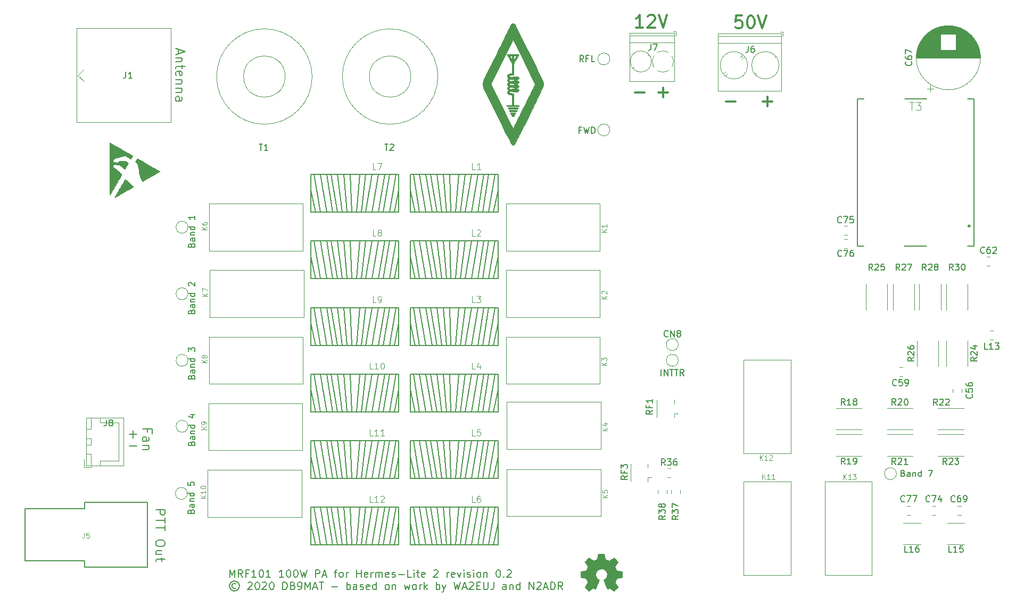
<source format=gto>
G04 #@! TF.GenerationSoftware,KiCad,Pcbnew,(5.1.5)-3*
G04 #@! TF.CreationDate,2020-02-22T12:29:37+01:00*
G04 #@! TF.ProjectId,HL2_MRF101,484c325f-4d52-4463-9130-312e6b696361,2.0-build8*
G04 #@! TF.SameCoordinates,PX42c1d80PY2625a00*
G04 #@! TF.FileFunction,Legend,Top*
G04 #@! TF.FilePolarity,Positive*
%FSLAX46Y46*%
G04 Gerber Fmt 4.6, Leading zero omitted, Abs format (unit mm)*
G04 Created by KiCad (PCBNEW (5.1.5)-3) date 2020-02-22 12:29:37*
%MOMM*%
%LPD*%
G04 APERTURE LIST*
%ADD10C,0.150000*%
%ADD11C,0.200000*%
%ADD12C,0.300000*%
%ADD13C,0.010000*%
%ADD14C,0.120000*%
%ADD15C,0.127000*%
%ADD16C,0.299720*%
%ADD17C,0.100000*%
%ADD18C,0.125000*%
%ADD19C,0.101600*%
G04 APERTURE END LIST*
D10*
X87852380Y-78595238D02*
X87376190Y-78928571D01*
X87852380Y-79166666D02*
X86852380Y-79166666D01*
X86852380Y-78785714D01*
X86900000Y-78690476D01*
X86947619Y-78642857D01*
X87042857Y-78595238D01*
X87185714Y-78595238D01*
X87280952Y-78642857D01*
X87328571Y-78690476D01*
X87376190Y-78785714D01*
X87376190Y-79166666D01*
X87328571Y-77833333D02*
X87328571Y-78166666D01*
X87852380Y-78166666D02*
X86852380Y-78166666D01*
X86852380Y-77690476D01*
X86852380Y-77404761D02*
X86852380Y-76785714D01*
X87233333Y-77119047D01*
X87233333Y-76976190D01*
X87280952Y-76880952D01*
X87328571Y-76833333D01*
X87423809Y-76785714D01*
X87661904Y-76785714D01*
X87757142Y-76833333D01*
X87804761Y-76880952D01*
X87852380Y-76976190D01*
X87852380Y-77261904D01*
X87804761Y-77357142D01*
X87757142Y-77404761D01*
X91852380Y-68195238D02*
X91376190Y-68528571D01*
X91852380Y-68766666D02*
X90852380Y-68766666D01*
X90852380Y-68385714D01*
X90900000Y-68290476D01*
X90947619Y-68242857D01*
X91042857Y-68195238D01*
X91185714Y-68195238D01*
X91280952Y-68242857D01*
X91328571Y-68290476D01*
X91376190Y-68385714D01*
X91376190Y-68766666D01*
X91328571Y-67433333D02*
X91328571Y-67766666D01*
X91852380Y-67766666D02*
X90852380Y-67766666D01*
X90852380Y-67290476D01*
X91852380Y-66385714D02*
X91852380Y-66957142D01*
X91852380Y-66671428D02*
X90852380Y-66671428D01*
X90995238Y-66766666D01*
X91090476Y-66861904D01*
X91138095Y-66957142D01*
X80471428Y-23528571D02*
X80138095Y-23528571D01*
X80138095Y-24052380D02*
X80138095Y-23052380D01*
X80614285Y-23052380D01*
X80900000Y-23052380D02*
X81138095Y-24052380D01*
X81328571Y-23338095D01*
X81519047Y-24052380D01*
X81757142Y-23052380D01*
X82138095Y-24052380D02*
X82138095Y-23052380D01*
X82376190Y-23052380D01*
X82519047Y-23100000D01*
X82614285Y-23195238D01*
X82661904Y-23290476D01*
X82709523Y-23480952D01*
X82709523Y-23623809D01*
X82661904Y-23814285D01*
X82614285Y-23909523D01*
X82519047Y-24004761D01*
X82376190Y-24052380D01*
X82138095Y-24052380D01*
X80876190Y-12652380D02*
X80542857Y-12176190D01*
X80304761Y-12652380D02*
X80304761Y-11652380D01*
X80685714Y-11652380D01*
X80780952Y-11700000D01*
X80828571Y-11747619D01*
X80876190Y-11842857D01*
X80876190Y-11985714D01*
X80828571Y-12080952D01*
X80780952Y-12128571D01*
X80685714Y-12176190D01*
X80304761Y-12176190D01*
X81638095Y-12128571D02*
X81304761Y-12128571D01*
X81304761Y-12652380D02*
X81304761Y-11652380D01*
X81780952Y-11652380D01*
X82638095Y-12652380D02*
X82161904Y-12652380D01*
X82161904Y-11652380D01*
X131707142Y-78178571D02*
X131850000Y-78226190D01*
X131897619Y-78273809D01*
X131945238Y-78369047D01*
X131945238Y-78511904D01*
X131897619Y-78607142D01*
X131850000Y-78654761D01*
X131754761Y-78702380D01*
X131373809Y-78702380D01*
X131373809Y-77702380D01*
X131707142Y-77702380D01*
X131802380Y-77750000D01*
X131850000Y-77797619D01*
X131897619Y-77892857D01*
X131897619Y-77988095D01*
X131850000Y-78083333D01*
X131802380Y-78130952D01*
X131707142Y-78178571D01*
X131373809Y-78178571D01*
X132802380Y-78702380D02*
X132802380Y-78178571D01*
X132754761Y-78083333D01*
X132659523Y-78035714D01*
X132469047Y-78035714D01*
X132373809Y-78083333D01*
X132802380Y-78654761D02*
X132707142Y-78702380D01*
X132469047Y-78702380D01*
X132373809Y-78654761D01*
X132326190Y-78559523D01*
X132326190Y-78464285D01*
X132373809Y-78369047D01*
X132469047Y-78321428D01*
X132707142Y-78321428D01*
X132802380Y-78273809D01*
X133278571Y-78035714D02*
X133278571Y-78702380D01*
X133278571Y-78130952D02*
X133326190Y-78083333D01*
X133421428Y-78035714D01*
X133564285Y-78035714D01*
X133659523Y-78083333D01*
X133707142Y-78178571D01*
X133707142Y-78702380D01*
X134611904Y-78702380D02*
X134611904Y-77702380D01*
X134611904Y-78654761D02*
X134516666Y-78702380D01*
X134326190Y-78702380D01*
X134230952Y-78654761D01*
X134183333Y-78607142D01*
X134135714Y-78511904D01*
X134135714Y-78226190D01*
X134183333Y-78130952D01*
X134230952Y-78083333D01*
X134326190Y-78035714D01*
X134516666Y-78035714D01*
X134611904Y-78083333D01*
X135754761Y-77702380D02*
X136421428Y-77702380D01*
X135992857Y-78702380D01*
X93214285Y-62652380D02*
X93214285Y-61652380D01*
X93690476Y-62652380D02*
X93690476Y-61652380D01*
X94261904Y-62652380D01*
X94261904Y-61652380D01*
X94595238Y-61652380D02*
X95166666Y-61652380D01*
X94880952Y-62652380D02*
X94880952Y-61652380D01*
X95357142Y-61652380D02*
X95928571Y-61652380D01*
X95642857Y-62652380D02*
X95642857Y-61652380D01*
X96833333Y-62652380D02*
X96500000Y-62176190D01*
X96261904Y-62652380D02*
X96261904Y-61652380D01*
X96642857Y-61652380D01*
X96738095Y-61700000D01*
X96785714Y-61747619D01*
X96833333Y-61842857D01*
X96833333Y-61985714D01*
X96785714Y-62080952D01*
X96738095Y-62128571D01*
X96642857Y-62176190D01*
X96261904Y-62176190D01*
X94309523Y-56357142D02*
X94261904Y-56404761D01*
X94119047Y-56452380D01*
X94023809Y-56452380D01*
X93880952Y-56404761D01*
X93785714Y-56309523D01*
X93738095Y-56214285D01*
X93690476Y-56023809D01*
X93690476Y-55880952D01*
X93738095Y-55690476D01*
X93785714Y-55595238D01*
X93880952Y-55500000D01*
X94023809Y-55452380D01*
X94119047Y-55452380D01*
X94261904Y-55500000D01*
X94309523Y-55547619D01*
X94738095Y-56452380D02*
X94738095Y-55452380D01*
X95309523Y-56452380D01*
X95309523Y-55452380D01*
X95928571Y-55880952D02*
X95833333Y-55833333D01*
X95785714Y-55785714D01*
X95738095Y-55690476D01*
X95738095Y-55642857D01*
X95785714Y-55547619D01*
X95833333Y-55500000D01*
X95928571Y-55452380D01*
X96119047Y-55452380D01*
X96214285Y-55500000D01*
X96261904Y-55547619D01*
X96309523Y-55642857D01*
X96309523Y-55690476D01*
X96261904Y-55785714D01*
X96214285Y-55833333D01*
X96119047Y-55880952D01*
X95928571Y-55880952D01*
X95833333Y-55928571D01*
X95785714Y-55976190D01*
X95738095Y-56071428D01*
X95738095Y-56261904D01*
X95785714Y-56357142D01*
X95833333Y-56404761D01*
X95928571Y-56452380D01*
X96119047Y-56452380D01*
X96214285Y-56404761D01*
X96261904Y-56357142D01*
X96309523Y-56261904D01*
X96309523Y-56071428D01*
X96261904Y-55976190D01*
X96214285Y-55928571D01*
X96119047Y-55880952D01*
X18428571Y-84242857D02*
X18476190Y-84100000D01*
X18523809Y-84052380D01*
X18619047Y-84004761D01*
X18761904Y-84004761D01*
X18857142Y-84052380D01*
X18904761Y-84100000D01*
X18952380Y-84195238D01*
X18952380Y-84576190D01*
X17952380Y-84576190D01*
X17952380Y-84242857D01*
X18000000Y-84147619D01*
X18047619Y-84100000D01*
X18142857Y-84052380D01*
X18238095Y-84052380D01*
X18333333Y-84100000D01*
X18380952Y-84147619D01*
X18428571Y-84242857D01*
X18428571Y-84576190D01*
X18952380Y-83147619D02*
X18428571Y-83147619D01*
X18333333Y-83195238D01*
X18285714Y-83290476D01*
X18285714Y-83480952D01*
X18333333Y-83576190D01*
X18904761Y-83147619D02*
X18952380Y-83242857D01*
X18952380Y-83480952D01*
X18904761Y-83576190D01*
X18809523Y-83623809D01*
X18714285Y-83623809D01*
X18619047Y-83576190D01*
X18571428Y-83480952D01*
X18571428Y-83242857D01*
X18523809Y-83147619D01*
X18285714Y-82671428D02*
X18952380Y-82671428D01*
X18380952Y-82671428D02*
X18333333Y-82623809D01*
X18285714Y-82528571D01*
X18285714Y-82385714D01*
X18333333Y-82290476D01*
X18428571Y-82242857D01*
X18952380Y-82242857D01*
X18952380Y-81338095D02*
X17952380Y-81338095D01*
X18904761Y-81338095D02*
X18952380Y-81433333D01*
X18952380Y-81623809D01*
X18904761Y-81719047D01*
X18857142Y-81766666D01*
X18761904Y-81814285D01*
X18476190Y-81814285D01*
X18380952Y-81766666D01*
X18333333Y-81719047D01*
X18285714Y-81623809D01*
X18285714Y-81433333D01*
X18333333Y-81338095D01*
X17952380Y-79623809D02*
X17952380Y-80100000D01*
X18428571Y-80147619D01*
X18380952Y-80100000D01*
X18333333Y-80004761D01*
X18333333Y-79766666D01*
X18380952Y-79671428D01*
X18428571Y-79623809D01*
X18523809Y-79576190D01*
X18761904Y-79576190D01*
X18857142Y-79623809D01*
X18904761Y-79671428D01*
X18952380Y-79766666D01*
X18952380Y-80004761D01*
X18904761Y-80100000D01*
X18857142Y-80147619D01*
X18528571Y-73442857D02*
X18576190Y-73300000D01*
X18623809Y-73252380D01*
X18719047Y-73204761D01*
X18861904Y-73204761D01*
X18957142Y-73252380D01*
X19004761Y-73300000D01*
X19052380Y-73395238D01*
X19052380Y-73776190D01*
X18052380Y-73776190D01*
X18052380Y-73442857D01*
X18100000Y-73347619D01*
X18147619Y-73300000D01*
X18242857Y-73252380D01*
X18338095Y-73252380D01*
X18433333Y-73300000D01*
X18480952Y-73347619D01*
X18528571Y-73442857D01*
X18528571Y-73776190D01*
X19052380Y-72347619D02*
X18528571Y-72347619D01*
X18433333Y-72395238D01*
X18385714Y-72490476D01*
X18385714Y-72680952D01*
X18433333Y-72776190D01*
X19004761Y-72347619D02*
X19052380Y-72442857D01*
X19052380Y-72680952D01*
X19004761Y-72776190D01*
X18909523Y-72823809D01*
X18814285Y-72823809D01*
X18719047Y-72776190D01*
X18671428Y-72680952D01*
X18671428Y-72442857D01*
X18623809Y-72347619D01*
X18385714Y-71871428D02*
X19052380Y-71871428D01*
X18480952Y-71871428D02*
X18433333Y-71823809D01*
X18385714Y-71728571D01*
X18385714Y-71585714D01*
X18433333Y-71490476D01*
X18528571Y-71442857D01*
X19052380Y-71442857D01*
X19052380Y-70538095D02*
X18052380Y-70538095D01*
X19004761Y-70538095D02*
X19052380Y-70633333D01*
X19052380Y-70823809D01*
X19004761Y-70919047D01*
X18957142Y-70966666D01*
X18861904Y-71014285D01*
X18576190Y-71014285D01*
X18480952Y-70966666D01*
X18433333Y-70919047D01*
X18385714Y-70823809D01*
X18385714Y-70633333D01*
X18433333Y-70538095D01*
X18385714Y-68871428D02*
X19052380Y-68871428D01*
X18004761Y-69109523D02*
X18719047Y-69347619D01*
X18719047Y-68728571D01*
X18528571Y-62842857D02*
X18576190Y-62700000D01*
X18623809Y-62652380D01*
X18719047Y-62604761D01*
X18861904Y-62604761D01*
X18957142Y-62652380D01*
X19004761Y-62700000D01*
X19052380Y-62795238D01*
X19052380Y-63176190D01*
X18052380Y-63176190D01*
X18052380Y-62842857D01*
X18100000Y-62747619D01*
X18147619Y-62700000D01*
X18242857Y-62652380D01*
X18338095Y-62652380D01*
X18433333Y-62700000D01*
X18480952Y-62747619D01*
X18528571Y-62842857D01*
X18528571Y-63176190D01*
X19052380Y-61747619D02*
X18528571Y-61747619D01*
X18433333Y-61795238D01*
X18385714Y-61890476D01*
X18385714Y-62080952D01*
X18433333Y-62176190D01*
X19004761Y-61747619D02*
X19052380Y-61842857D01*
X19052380Y-62080952D01*
X19004761Y-62176190D01*
X18909523Y-62223809D01*
X18814285Y-62223809D01*
X18719047Y-62176190D01*
X18671428Y-62080952D01*
X18671428Y-61842857D01*
X18623809Y-61747619D01*
X18385714Y-61271428D02*
X19052380Y-61271428D01*
X18480952Y-61271428D02*
X18433333Y-61223809D01*
X18385714Y-61128571D01*
X18385714Y-60985714D01*
X18433333Y-60890476D01*
X18528571Y-60842857D01*
X19052380Y-60842857D01*
X19052380Y-59938095D02*
X18052380Y-59938095D01*
X19004761Y-59938095D02*
X19052380Y-60033333D01*
X19052380Y-60223809D01*
X19004761Y-60319047D01*
X18957142Y-60366666D01*
X18861904Y-60414285D01*
X18576190Y-60414285D01*
X18480952Y-60366666D01*
X18433333Y-60319047D01*
X18385714Y-60223809D01*
X18385714Y-60033333D01*
X18433333Y-59938095D01*
X18052380Y-58795238D02*
X18052380Y-58176190D01*
X18433333Y-58509523D01*
X18433333Y-58366666D01*
X18480952Y-58271428D01*
X18528571Y-58223809D01*
X18623809Y-58176190D01*
X18861904Y-58176190D01*
X18957142Y-58223809D01*
X19004761Y-58271428D01*
X19052380Y-58366666D01*
X19052380Y-58652380D01*
X19004761Y-58747619D01*
X18957142Y-58795238D01*
X18528571Y-52442857D02*
X18576190Y-52300000D01*
X18623809Y-52252380D01*
X18719047Y-52204761D01*
X18861904Y-52204761D01*
X18957142Y-52252380D01*
X19004761Y-52300000D01*
X19052380Y-52395238D01*
X19052380Y-52776190D01*
X18052380Y-52776190D01*
X18052380Y-52442857D01*
X18100000Y-52347619D01*
X18147619Y-52300000D01*
X18242857Y-52252380D01*
X18338095Y-52252380D01*
X18433333Y-52300000D01*
X18480952Y-52347619D01*
X18528571Y-52442857D01*
X18528571Y-52776190D01*
X19052380Y-51347619D02*
X18528571Y-51347619D01*
X18433333Y-51395238D01*
X18385714Y-51490476D01*
X18385714Y-51680952D01*
X18433333Y-51776190D01*
X19004761Y-51347619D02*
X19052380Y-51442857D01*
X19052380Y-51680952D01*
X19004761Y-51776190D01*
X18909523Y-51823809D01*
X18814285Y-51823809D01*
X18719047Y-51776190D01*
X18671428Y-51680952D01*
X18671428Y-51442857D01*
X18623809Y-51347619D01*
X18385714Y-50871428D02*
X19052380Y-50871428D01*
X18480952Y-50871428D02*
X18433333Y-50823809D01*
X18385714Y-50728571D01*
X18385714Y-50585714D01*
X18433333Y-50490476D01*
X18528571Y-50442857D01*
X19052380Y-50442857D01*
X19052380Y-49538095D02*
X18052380Y-49538095D01*
X19004761Y-49538095D02*
X19052380Y-49633333D01*
X19052380Y-49823809D01*
X19004761Y-49919047D01*
X18957142Y-49966666D01*
X18861904Y-50014285D01*
X18576190Y-50014285D01*
X18480952Y-49966666D01*
X18433333Y-49919047D01*
X18385714Y-49823809D01*
X18385714Y-49633333D01*
X18433333Y-49538095D01*
X18147619Y-48347619D02*
X18100000Y-48300000D01*
X18052380Y-48204761D01*
X18052380Y-47966666D01*
X18100000Y-47871428D01*
X18147619Y-47823809D01*
X18242857Y-47776190D01*
X18338095Y-47776190D01*
X18480952Y-47823809D01*
X19052380Y-48395238D01*
X19052380Y-47776190D01*
X18528571Y-41842857D02*
X18576190Y-41700000D01*
X18623809Y-41652380D01*
X18719047Y-41604761D01*
X18861904Y-41604761D01*
X18957142Y-41652380D01*
X19004761Y-41700000D01*
X19052380Y-41795238D01*
X19052380Y-42176190D01*
X18052380Y-42176190D01*
X18052380Y-41842857D01*
X18100000Y-41747619D01*
X18147619Y-41700000D01*
X18242857Y-41652380D01*
X18338095Y-41652380D01*
X18433333Y-41700000D01*
X18480952Y-41747619D01*
X18528571Y-41842857D01*
X18528571Y-42176190D01*
X19052380Y-40747619D02*
X18528571Y-40747619D01*
X18433333Y-40795238D01*
X18385714Y-40890476D01*
X18385714Y-41080952D01*
X18433333Y-41176190D01*
X19004761Y-40747619D02*
X19052380Y-40842857D01*
X19052380Y-41080952D01*
X19004761Y-41176190D01*
X18909523Y-41223809D01*
X18814285Y-41223809D01*
X18719047Y-41176190D01*
X18671428Y-41080952D01*
X18671428Y-40842857D01*
X18623809Y-40747619D01*
X18385714Y-40271428D02*
X19052380Y-40271428D01*
X18480952Y-40271428D02*
X18433333Y-40223809D01*
X18385714Y-40128571D01*
X18385714Y-39985714D01*
X18433333Y-39890476D01*
X18528571Y-39842857D01*
X19052380Y-39842857D01*
X19052380Y-38938095D02*
X18052380Y-38938095D01*
X19004761Y-38938095D02*
X19052380Y-39033333D01*
X19052380Y-39223809D01*
X19004761Y-39319047D01*
X18957142Y-39366666D01*
X18861904Y-39414285D01*
X18576190Y-39414285D01*
X18480952Y-39366666D01*
X18433333Y-39319047D01*
X18385714Y-39223809D01*
X18385714Y-39033333D01*
X18433333Y-38938095D01*
X19052380Y-37176190D02*
X19052380Y-37747619D01*
X19052380Y-37461904D02*
X18052380Y-37461904D01*
X18195238Y-37557142D01*
X18290476Y-37652380D01*
X18338095Y-37747619D01*
X24583214Y-94767857D02*
X24583214Y-93567857D01*
X24983214Y-94425000D01*
X25383214Y-93567857D01*
X25383214Y-94767857D01*
X26640357Y-94767857D02*
X26240357Y-94196428D01*
X25954642Y-94767857D02*
X25954642Y-93567857D01*
X26411785Y-93567857D01*
X26526071Y-93625000D01*
X26583214Y-93682142D01*
X26640357Y-93796428D01*
X26640357Y-93967857D01*
X26583214Y-94082142D01*
X26526071Y-94139285D01*
X26411785Y-94196428D01*
X25954642Y-94196428D01*
X27554642Y-94139285D02*
X27154642Y-94139285D01*
X27154642Y-94767857D02*
X27154642Y-93567857D01*
X27726071Y-93567857D01*
X28811785Y-94767857D02*
X28126071Y-94767857D01*
X28468928Y-94767857D02*
X28468928Y-93567857D01*
X28354642Y-93739285D01*
X28240357Y-93853571D01*
X28126071Y-93910714D01*
X29554642Y-93567857D02*
X29668928Y-93567857D01*
X29783214Y-93625000D01*
X29840357Y-93682142D01*
X29897500Y-93796428D01*
X29954642Y-94025000D01*
X29954642Y-94310714D01*
X29897500Y-94539285D01*
X29840357Y-94653571D01*
X29783214Y-94710714D01*
X29668928Y-94767857D01*
X29554642Y-94767857D01*
X29440357Y-94710714D01*
X29383214Y-94653571D01*
X29326071Y-94539285D01*
X29268928Y-94310714D01*
X29268928Y-94025000D01*
X29326071Y-93796428D01*
X29383214Y-93682142D01*
X29440357Y-93625000D01*
X29554642Y-93567857D01*
X31097500Y-94767857D02*
X30411785Y-94767857D01*
X30754642Y-94767857D02*
X30754642Y-93567857D01*
X30640357Y-93739285D01*
X30526071Y-93853571D01*
X30411785Y-93910714D01*
X33154642Y-94767857D02*
X32468928Y-94767857D01*
X32811785Y-94767857D02*
X32811785Y-93567857D01*
X32697500Y-93739285D01*
X32583214Y-93853571D01*
X32468928Y-93910714D01*
X33897500Y-93567857D02*
X34011785Y-93567857D01*
X34126071Y-93625000D01*
X34183214Y-93682142D01*
X34240357Y-93796428D01*
X34297500Y-94025000D01*
X34297500Y-94310714D01*
X34240357Y-94539285D01*
X34183214Y-94653571D01*
X34126071Y-94710714D01*
X34011785Y-94767857D01*
X33897500Y-94767857D01*
X33783214Y-94710714D01*
X33726071Y-94653571D01*
X33668928Y-94539285D01*
X33611785Y-94310714D01*
X33611785Y-94025000D01*
X33668928Y-93796428D01*
X33726071Y-93682142D01*
X33783214Y-93625000D01*
X33897500Y-93567857D01*
X35040357Y-93567857D02*
X35154642Y-93567857D01*
X35268928Y-93625000D01*
X35326071Y-93682142D01*
X35383214Y-93796428D01*
X35440357Y-94025000D01*
X35440357Y-94310714D01*
X35383214Y-94539285D01*
X35326071Y-94653571D01*
X35268928Y-94710714D01*
X35154642Y-94767857D01*
X35040357Y-94767857D01*
X34926071Y-94710714D01*
X34868928Y-94653571D01*
X34811785Y-94539285D01*
X34754642Y-94310714D01*
X34754642Y-94025000D01*
X34811785Y-93796428D01*
X34868928Y-93682142D01*
X34926071Y-93625000D01*
X35040357Y-93567857D01*
X35840357Y-93567857D02*
X36126071Y-94767857D01*
X36354642Y-93910714D01*
X36583214Y-94767857D01*
X36868928Y-93567857D01*
X38240357Y-94767857D02*
X38240357Y-93567857D01*
X38697500Y-93567857D01*
X38811785Y-93625000D01*
X38868928Y-93682142D01*
X38926071Y-93796428D01*
X38926071Y-93967857D01*
X38868928Y-94082142D01*
X38811785Y-94139285D01*
X38697500Y-94196428D01*
X38240357Y-94196428D01*
X39383214Y-94425000D02*
X39954642Y-94425000D01*
X39268928Y-94767857D02*
X39668928Y-93567857D01*
X40068928Y-94767857D01*
X41211785Y-93967857D02*
X41668928Y-93967857D01*
X41383214Y-94767857D02*
X41383214Y-93739285D01*
X41440357Y-93625000D01*
X41554642Y-93567857D01*
X41668928Y-93567857D01*
X42240357Y-94767857D02*
X42126071Y-94710714D01*
X42068928Y-94653571D01*
X42011785Y-94539285D01*
X42011785Y-94196428D01*
X42068928Y-94082142D01*
X42126071Y-94025000D01*
X42240357Y-93967857D01*
X42411785Y-93967857D01*
X42526071Y-94025000D01*
X42583214Y-94082142D01*
X42640357Y-94196428D01*
X42640357Y-94539285D01*
X42583214Y-94653571D01*
X42526071Y-94710714D01*
X42411785Y-94767857D01*
X42240357Y-94767857D01*
X43154642Y-94767857D02*
X43154642Y-93967857D01*
X43154642Y-94196428D02*
X43211785Y-94082142D01*
X43268928Y-94025000D01*
X43383214Y-93967857D01*
X43497500Y-93967857D01*
X44811785Y-94767857D02*
X44811785Y-93567857D01*
X44811785Y-94139285D02*
X45497500Y-94139285D01*
X45497500Y-94767857D02*
X45497500Y-93567857D01*
X46526071Y-94710714D02*
X46411785Y-94767857D01*
X46183214Y-94767857D01*
X46068928Y-94710714D01*
X46011785Y-94596428D01*
X46011785Y-94139285D01*
X46068928Y-94025000D01*
X46183214Y-93967857D01*
X46411785Y-93967857D01*
X46526071Y-94025000D01*
X46583214Y-94139285D01*
X46583214Y-94253571D01*
X46011785Y-94367857D01*
X47097500Y-94767857D02*
X47097500Y-93967857D01*
X47097500Y-94196428D02*
X47154642Y-94082142D01*
X47211785Y-94025000D01*
X47326071Y-93967857D01*
X47440357Y-93967857D01*
X47840357Y-94767857D02*
X47840357Y-93967857D01*
X47840357Y-94082142D02*
X47897500Y-94025000D01*
X48011785Y-93967857D01*
X48183214Y-93967857D01*
X48297500Y-94025000D01*
X48354642Y-94139285D01*
X48354642Y-94767857D01*
X48354642Y-94139285D02*
X48411785Y-94025000D01*
X48526071Y-93967857D01*
X48697500Y-93967857D01*
X48811785Y-94025000D01*
X48868928Y-94139285D01*
X48868928Y-94767857D01*
X49897500Y-94710714D02*
X49783214Y-94767857D01*
X49554642Y-94767857D01*
X49440357Y-94710714D01*
X49383214Y-94596428D01*
X49383214Y-94139285D01*
X49440357Y-94025000D01*
X49554642Y-93967857D01*
X49783214Y-93967857D01*
X49897500Y-94025000D01*
X49954642Y-94139285D01*
X49954642Y-94253571D01*
X49383214Y-94367857D01*
X50411785Y-94710714D02*
X50526071Y-94767857D01*
X50754642Y-94767857D01*
X50868928Y-94710714D01*
X50926071Y-94596428D01*
X50926071Y-94539285D01*
X50868928Y-94425000D01*
X50754642Y-94367857D01*
X50583214Y-94367857D01*
X50468928Y-94310714D01*
X50411785Y-94196428D01*
X50411785Y-94139285D01*
X50468928Y-94025000D01*
X50583214Y-93967857D01*
X50754642Y-93967857D01*
X50868928Y-94025000D01*
X51440357Y-94310714D02*
X52354642Y-94310714D01*
X53497500Y-94767857D02*
X52926071Y-94767857D01*
X52926071Y-93567857D01*
X53897500Y-94767857D02*
X53897500Y-93967857D01*
X53897500Y-93567857D02*
X53840357Y-93625000D01*
X53897500Y-93682142D01*
X53954642Y-93625000D01*
X53897500Y-93567857D01*
X53897500Y-93682142D01*
X54297500Y-93967857D02*
X54754642Y-93967857D01*
X54468928Y-93567857D02*
X54468928Y-94596428D01*
X54526071Y-94710714D01*
X54640357Y-94767857D01*
X54754642Y-94767857D01*
X55611785Y-94710714D02*
X55497500Y-94767857D01*
X55268928Y-94767857D01*
X55154642Y-94710714D01*
X55097500Y-94596428D01*
X55097500Y-94139285D01*
X55154642Y-94025000D01*
X55268928Y-93967857D01*
X55497500Y-93967857D01*
X55611785Y-94025000D01*
X55668928Y-94139285D01*
X55668928Y-94253571D01*
X55097500Y-94367857D01*
X57040357Y-93682142D02*
X57097500Y-93625000D01*
X57211785Y-93567857D01*
X57497500Y-93567857D01*
X57611785Y-93625000D01*
X57668928Y-93682142D01*
X57726071Y-93796428D01*
X57726071Y-93910714D01*
X57668928Y-94082142D01*
X56983214Y-94767857D01*
X57726071Y-94767857D01*
X59154642Y-94767857D02*
X59154642Y-93967857D01*
X59154642Y-94196428D02*
X59211785Y-94082142D01*
X59268928Y-94025000D01*
X59383214Y-93967857D01*
X59497500Y-93967857D01*
X60354642Y-94710714D02*
X60240357Y-94767857D01*
X60011785Y-94767857D01*
X59897500Y-94710714D01*
X59840357Y-94596428D01*
X59840357Y-94139285D01*
X59897500Y-94025000D01*
X60011785Y-93967857D01*
X60240357Y-93967857D01*
X60354642Y-94025000D01*
X60411785Y-94139285D01*
X60411785Y-94253571D01*
X59840357Y-94367857D01*
X60811785Y-93967857D02*
X61097500Y-94767857D01*
X61383214Y-93967857D01*
X61840357Y-94767857D02*
X61840357Y-93967857D01*
X61840357Y-93567857D02*
X61783214Y-93625000D01*
X61840357Y-93682142D01*
X61897500Y-93625000D01*
X61840357Y-93567857D01*
X61840357Y-93682142D01*
X62354642Y-94710714D02*
X62468928Y-94767857D01*
X62697500Y-94767857D01*
X62811785Y-94710714D01*
X62868928Y-94596428D01*
X62868928Y-94539285D01*
X62811785Y-94425000D01*
X62697500Y-94367857D01*
X62526071Y-94367857D01*
X62411785Y-94310714D01*
X62354642Y-94196428D01*
X62354642Y-94139285D01*
X62411785Y-94025000D01*
X62526071Y-93967857D01*
X62697500Y-93967857D01*
X62811785Y-94025000D01*
X63383214Y-94767857D02*
X63383214Y-93967857D01*
X63383214Y-93567857D02*
X63326071Y-93625000D01*
X63383214Y-93682142D01*
X63440357Y-93625000D01*
X63383214Y-93567857D01*
X63383214Y-93682142D01*
X64126071Y-94767857D02*
X64011785Y-94710714D01*
X63954642Y-94653571D01*
X63897500Y-94539285D01*
X63897500Y-94196428D01*
X63954642Y-94082142D01*
X64011785Y-94025000D01*
X64126071Y-93967857D01*
X64297500Y-93967857D01*
X64411785Y-94025000D01*
X64468928Y-94082142D01*
X64526071Y-94196428D01*
X64526071Y-94539285D01*
X64468928Y-94653571D01*
X64411785Y-94710714D01*
X64297500Y-94767857D01*
X64126071Y-94767857D01*
X65040357Y-93967857D02*
X65040357Y-94767857D01*
X65040357Y-94082142D02*
X65097500Y-94025000D01*
X65211785Y-93967857D01*
X65383214Y-93967857D01*
X65497500Y-94025000D01*
X65554642Y-94139285D01*
X65554642Y-94767857D01*
X67268928Y-93567857D02*
X67383214Y-93567857D01*
X67497500Y-93625000D01*
X67554642Y-93682142D01*
X67611785Y-93796428D01*
X67668928Y-94025000D01*
X67668928Y-94310714D01*
X67611785Y-94539285D01*
X67554642Y-94653571D01*
X67497500Y-94710714D01*
X67383214Y-94767857D01*
X67268928Y-94767857D01*
X67154642Y-94710714D01*
X67097500Y-94653571D01*
X67040357Y-94539285D01*
X66983214Y-94310714D01*
X66983214Y-94025000D01*
X67040357Y-93796428D01*
X67097500Y-93682142D01*
X67154642Y-93625000D01*
X67268928Y-93567857D01*
X68183214Y-94653571D02*
X68240357Y-94710714D01*
X68183214Y-94767857D01*
X68126071Y-94710714D01*
X68183214Y-94653571D01*
X68183214Y-94767857D01*
X68697500Y-93682142D02*
X68754642Y-93625000D01*
X68868928Y-93567857D01*
X69154642Y-93567857D01*
X69268928Y-93625000D01*
X69326071Y-93682142D01*
X69383214Y-93796428D01*
X69383214Y-93910714D01*
X69326071Y-94082142D01*
X68640357Y-94767857D01*
X69383214Y-94767857D01*
X25554642Y-95803571D02*
X25440357Y-95746428D01*
X25211785Y-95746428D01*
X25097500Y-95803571D01*
X24983214Y-95917857D01*
X24926071Y-96032142D01*
X24926071Y-96260714D01*
X24983214Y-96375000D01*
X25097500Y-96489285D01*
X25211785Y-96546428D01*
X25440357Y-96546428D01*
X25554642Y-96489285D01*
X25326071Y-95346428D02*
X25040357Y-95403571D01*
X24754642Y-95575000D01*
X24583214Y-95860714D01*
X24526071Y-96146428D01*
X24583214Y-96432142D01*
X24754642Y-96717857D01*
X25040357Y-96889285D01*
X25326071Y-96946428D01*
X25611785Y-96889285D01*
X25897500Y-96717857D01*
X26068928Y-96432142D01*
X26126071Y-96146428D01*
X26068928Y-95860714D01*
X25897500Y-95575000D01*
X25611785Y-95403571D01*
X25326071Y-95346428D01*
X27497500Y-95632142D02*
X27554642Y-95575000D01*
X27668928Y-95517857D01*
X27954642Y-95517857D01*
X28068928Y-95575000D01*
X28126071Y-95632142D01*
X28183214Y-95746428D01*
X28183214Y-95860714D01*
X28126071Y-96032142D01*
X27440357Y-96717857D01*
X28183214Y-96717857D01*
X28926071Y-95517857D02*
X29040357Y-95517857D01*
X29154642Y-95575000D01*
X29211785Y-95632142D01*
X29268928Y-95746428D01*
X29326071Y-95975000D01*
X29326071Y-96260714D01*
X29268928Y-96489285D01*
X29211785Y-96603571D01*
X29154642Y-96660714D01*
X29040357Y-96717857D01*
X28926071Y-96717857D01*
X28811785Y-96660714D01*
X28754642Y-96603571D01*
X28697500Y-96489285D01*
X28640357Y-96260714D01*
X28640357Y-95975000D01*
X28697500Y-95746428D01*
X28754642Y-95632142D01*
X28811785Y-95575000D01*
X28926071Y-95517857D01*
X29783214Y-95632142D02*
X29840357Y-95575000D01*
X29954642Y-95517857D01*
X30240357Y-95517857D01*
X30354642Y-95575000D01*
X30411785Y-95632142D01*
X30468928Y-95746428D01*
X30468928Y-95860714D01*
X30411785Y-96032142D01*
X29726071Y-96717857D01*
X30468928Y-96717857D01*
X31211785Y-95517857D02*
X31326071Y-95517857D01*
X31440357Y-95575000D01*
X31497500Y-95632142D01*
X31554642Y-95746428D01*
X31611785Y-95975000D01*
X31611785Y-96260714D01*
X31554642Y-96489285D01*
X31497500Y-96603571D01*
X31440357Y-96660714D01*
X31326071Y-96717857D01*
X31211785Y-96717857D01*
X31097500Y-96660714D01*
X31040357Y-96603571D01*
X30983214Y-96489285D01*
X30926071Y-96260714D01*
X30926071Y-95975000D01*
X30983214Y-95746428D01*
X31040357Y-95632142D01*
X31097500Y-95575000D01*
X31211785Y-95517857D01*
X33040357Y-96717857D02*
X33040357Y-95517857D01*
X33326071Y-95517857D01*
X33497500Y-95575000D01*
X33611785Y-95689285D01*
X33668928Y-95803571D01*
X33726071Y-96032142D01*
X33726071Y-96203571D01*
X33668928Y-96432142D01*
X33611785Y-96546428D01*
X33497500Y-96660714D01*
X33326071Y-96717857D01*
X33040357Y-96717857D01*
X34640357Y-96089285D02*
X34811785Y-96146428D01*
X34868928Y-96203571D01*
X34926071Y-96317857D01*
X34926071Y-96489285D01*
X34868928Y-96603571D01*
X34811785Y-96660714D01*
X34697500Y-96717857D01*
X34240357Y-96717857D01*
X34240357Y-95517857D01*
X34640357Y-95517857D01*
X34754642Y-95575000D01*
X34811785Y-95632142D01*
X34868928Y-95746428D01*
X34868928Y-95860714D01*
X34811785Y-95975000D01*
X34754642Y-96032142D01*
X34640357Y-96089285D01*
X34240357Y-96089285D01*
X35497500Y-96717857D02*
X35726071Y-96717857D01*
X35840357Y-96660714D01*
X35897500Y-96603571D01*
X36011785Y-96432142D01*
X36068928Y-96203571D01*
X36068928Y-95746428D01*
X36011785Y-95632142D01*
X35954642Y-95575000D01*
X35840357Y-95517857D01*
X35611785Y-95517857D01*
X35497500Y-95575000D01*
X35440357Y-95632142D01*
X35383214Y-95746428D01*
X35383214Y-96032142D01*
X35440357Y-96146428D01*
X35497500Y-96203571D01*
X35611785Y-96260714D01*
X35840357Y-96260714D01*
X35954642Y-96203571D01*
X36011785Y-96146428D01*
X36068928Y-96032142D01*
X36583214Y-96717857D02*
X36583214Y-95517857D01*
X36983214Y-96375000D01*
X37383214Y-95517857D01*
X37383214Y-96717857D01*
X37897500Y-96375000D02*
X38468928Y-96375000D01*
X37783214Y-96717857D02*
X38183214Y-95517857D01*
X38583214Y-96717857D01*
X38811785Y-95517857D02*
X39497500Y-95517857D01*
X39154642Y-96717857D02*
X39154642Y-95517857D01*
X40811785Y-96260714D02*
X41726071Y-96260714D01*
X43211785Y-96717857D02*
X43211785Y-95517857D01*
X43211785Y-95975000D02*
X43326071Y-95917857D01*
X43554642Y-95917857D01*
X43668928Y-95975000D01*
X43726071Y-96032142D01*
X43783214Y-96146428D01*
X43783214Y-96489285D01*
X43726071Y-96603571D01*
X43668928Y-96660714D01*
X43554642Y-96717857D01*
X43326071Y-96717857D01*
X43211785Y-96660714D01*
X44811785Y-96717857D02*
X44811785Y-96089285D01*
X44754642Y-95975000D01*
X44640357Y-95917857D01*
X44411785Y-95917857D01*
X44297500Y-95975000D01*
X44811785Y-96660714D02*
X44697500Y-96717857D01*
X44411785Y-96717857D01*
X44297500Y-96660714D01*
X44240357Y-96546428D01*
X44240357Y-96432142D01*
X44297500Y-96317857D01*
X44411785Y-96260714D01*
X44697500Y-96260714D01*
X44811785Y-96203571D01*
X45326071Y-96660714D02*
X45440357Y-96717857D01*
X45668928Y-96717857D01*
X45783214Y-96660714D01*
X45840357Y-96546428D01*
X45840357Y-96489285D01*
X45783214Y-96375000D01*
X45668928Y-96317857D01*
X45497500Y-96317857D01*
X45383214Y-96260714D01*
X45326071Y-96146428D01*
X45326071Y-96089285D01*
X45383214Y-95975000D01*
X45497500Y-95917857D01*
X45668928Y-95917857D01*
X45783214Y-95975000D01*
X46811785Y-96660714D02*
X46697500Y-96717857D01*
X46468928Y-96717857D01*
X46354642Y-96660714D01*
X46297500Y-96546428D01*
X46297500Y-96089285D01*
X46354642Y-95975000D01*
X46468928Y-95917857D01*
X46697500Y-95917857D01*
X46811785Y-95975000D01*
X46868928Y-96089285D01*
X46868928Y-96203571D01*
X46297500Y-96317857D01*
X47897500Y-96717857D02*
X47897500Y-95517857D01*
X47897500Y-96660714D02*
X47783214Y-96717857D01*
X47554642Y-96717857D01*
X47440357Y-96660714D01*
X47383214Y-96603571D01*
X47326071Y-96489285D01*
X47326071Y-96146428D01*
X47383214Y-96032142D01*
X47440357Y-95975000D01*
X47554642Y-95917857D01*
X47783214Y-95917857D01*
X47897500Y-95975000D01*
X49554642Y-96717857D02*
X49440357Y-96660714D01*
X49383214Y-96603571D01*
X49326071Y-96489285D01*
X49326071Y-96146428D01*
X49383214Y-96032142D01*
X49440357Y-95975000D01*
X49554642Y-95917857D01*
X49726071Y-95917857D01*
X49840357Y-95975000D01*
X49897500Y-96032142D01*
X49954642Y-96146428D01*
X49954642Y-96489285D01*
X49897500Y-96603571D01*
X49840357Y-96660714D01*
X49726071Y-96717857D01*
X49554642Y-96717857D01*
X50468928Y-95917857D02*
X50468928Y-96717857D01*
X50468928Y-96032142D02*
X50526071Y-95975000D01*
X50640357Y-95917857D01*
X50811785Y-95917857D01*
X50926071Y-95975000D01*
X50983214Y-96089285D01*
X50983214Y-96717857D01*
X52354642Y-95917857D02*
X52583214Y-96717857D01*
X52811785Y-96146428D01*
X53040357Y-96717857D01*
X53268928Y-95917857D01*
X53897500Y-96717857D02*
X53783214Y-96660714D01*
X53726071Y-96603571D01*
X53668928Y-96489285D01*
X53668928Y-96146428D01*
X53726071Y-96032142D01*
X53783214Y-95975000D01*
X53897500Y-95917857D01*
X54068928Y-95917857D01*
X54183214Y-95975000D01*
X54240357Y-96032142D01*
X54297500Y-96146428D01*
X54297500Y-96489285D01*
X54240357Y-96603571D01*
X54183214Y-96660714D01*
X54068928Y-96717857D01*
X53897500Y-96717857D01*
X54811785Y-96717857D02*
X54811785Y-95917857D01*
X54811785Y-96146428D02*
X54868928Y-96032142D01*
X54926071Y-95975000D01*
X55040357Y-95917857D01*
X55154642Y-95917857D01*
X55554642Y-96717857D02*
X55554642Y-95517857D01*
X55668928Y-96260714D02*
X56011785Y-96717857D01*
X56011785Y-95917857D02*
X55554642Y-96375000D01*
X57440357Y-96717857D02*
X57440357Y-95517857D01*
X57440357Y-95975000D02*
X57554642Y-95917857D01*
X57783214Y-95917857D01*
X57897500Y-95975000D01*
X57954642Y-96032142D01*
X58011785Y-96146428D01*
X58011785Y-96489285D01*
X57954642Y-96603571D01*
X57897500Y-96660714D01*
X57783214Y-96717857D01*
X57554642Y-96717857D01*
X57440357Y-96660714D01*
X58411785Y-95917857D02*
X58697500Y-96717857D01*
X58983214Y-95917857D02*
X58697500Y-96717857D01*
X58583214Y-97003571D01*
X58526071Y-97060714D01*
X58411785Y-97117857D01*
X60240357Y-95517857D02*
X60526071Y-96717857D01*
X60754642Y-95860714D01*
X60983214Y-96717857D01*
X61268928Y-95517857D01*
X61668928Y-96375000D02*
X62240357Y-96375000D01*
X61554642Y-96717857D02*
X61954642Y-95517857D01*
X62354642Y-96717857D01*
X62697500Y-95632142D02*
X62754642Y-95575000D01*
X62868928Y-95517857D01*
X63154642Y-95517857D01*
X63268928Y-95575000D01*
X63326071Y-95632142D01*
X63383214Y-95746428D01*
X63383214Y-95860714D01*
X63326071Y-96032142D01*
X62640357Y-96717857D01*
X63383214Y-96717857D01*
X63897500Y-96089285D02*
X64297500Y-96089285D01*
X64468928Y-96717857D02*
X63897500Y-96717857D01*
X63897500Y-95517857D01*
X64468928Y-95517857D01*
X64983214Y-95517857D02*
X64983214Y-96489285D01*
X65040357Y-96603571D01*
X65097500Y-96660714D01*
X65211785Y-96717857D01*
X65440357Y-96717857D01*
X65554642Y-96660714D01*
X65611785Y-96603571D01*
X65668928Y-96489285D01*
X65668928Y-95517857D01*
X66583214Y-95517857D02*
X66583214Y-96375000D01*
X66526071Y-96546428D01*
X66411785Y-96660714D01*
X66240357Y-96717857D01*
X66126071Y-96717857D01*
X68583214Y-96717857D02*
X68583214Y-96089285D01*
X68526071Y-95975000D01*
X68411785Y-95917857D01*
X68183214Y-95917857D01*
X68068928Y-95975000D01*
X68583214Y-96660714D02*
X68468928Y-96717857D01*
X68183214Y-96717857D01*
X68068928Y-96660714D01*
X68011785Y-96546428D01*
X68011785Y-96432142D01*
X68068928Y-96317857D01*
X68183214Y-96260714D01*
X68468928Y-96260714D01*
X68583214Y-96203571D01*
X69154642Y-95917857D02*
X69154642Y-96717857D01*
X69154642Y-96032142D02*
X69211785Y-95975000D01*
X69326071Y-95917857D01*
X69497500Y-95917857D01*
X69611785Y-95975000D01*
X69668928Y-96089285D01*
X69668928Y-96717857D01*
X70754642Y-96717857D02*
X70754642Y-95517857D01*
X70754642Y-96660714D02*
X70640357Y-96717857D01*
X70411785Y-96717857D01*
X70297500Y-96660714D01*
X70240357Y-96603571D01*
X70183214Y-96489285D01*
X70183214Y-96146428D01*
X70240357Y-96032142D01*
X70297500Y-95975000D01*
X70411785Y-95917857D01*
X70640357Y-95917857D01*
X70754642Y-95975000D01*
X72240357Y-96717857D02*
X72240357Y-95517857D01*
X72926071Y-96717857D01*
X72926071Y-95517857D01*
X73440357Y-95632142D02*
X73497500Y-95575000D01*
X73611785Y-95517857D01*
X73897500Y-95517857D01*
X74011785Y-95575000D01*
X74068928Y-95632142D01*
X74126071Y-95746428D01*
X74126071Y-95860714D01*
X74068928Y-96032142D01*
X73383214Y-96717857D01*
X74126071Y-96717857D01*
X74583214Y-96375000D02*
X75154642Y-96375000D01*
X74468928Y-96717857D02*
X74868928Y-95517857D01*
X75268928Y-96717857D01*
X75668928Y-96717857D02*
X75668928Y-95517857D01*
X75954642Y-95517857D01*
X76126071Y-95575000D01*
X76240357Y-95689285D01*
X76297500Y-95803571D01*
X76354642Y-96032142D01*
X76354642Y-96203571D01*
X76297500Y-96432142D01*
X76240357Y-96546428D01*
X76126071Y-96660714D01*
X75954642Y-96717857D01*
X75668928Y-96717857D01*
X77554642Y-96717857D02*
X77154642Y-96146428D01*
X76868928Y-96717857D02*
X76868928Y-95517857D01*
X77326071Y-95517857D01*
X77440357Y-95575000D01*
X77497500Y-95632142D01*
X77554642Y-95746428D01*
X77554642Y-95917857D01*
X77497500Y-96032142D01*
X77440357Y-96089285D01*
X77326071Y-96146428D01*
X76868928Y-96146428D01*
D11*
X9771428Y-73867857D02*
X8628571Y-73867857D01*
X9771428Y-71992857D02*
X8628571Y-71992857D01*
X9200000Y-71421428D02*
X9200000Y-72564285D01*
X11507142Y-71657142D02*
X11507142Y-71157142D01*
X10721428Y-71157142D02*
X12221428Y-71157142D01*
X12221428Y-71871428D01*
X10721428Y-73085714D02*
X11507142Y-73085714D01*
X11650000Y-73014285D01*
X11721428Y-72871428D01*
X11721428Y-72585714D01*
X11650000Y-72442857D01*
X10792857Y-73085714D02*
X10721428Y-72942857D01*
X10721428Y-72585714D01*
X10792857Y-72442857D01*
X10935714Y-72371428D01*
X11078571Y-72371428D01*
X11221428Y-72442857D01*
X11292857Y-72585714D01*
X11292857Y-72942857D01*
X11364285Y-73085714D01*
X11721428Y-73800000D02*
X10721428Y-73800000D01*
X11578571Y-73800000D02*
X11650000Y-73871428D01*
X11721428Y-74014285D01*
X11721428Y-74228571D01*
X11650000Y-74371428D01*
X11507142Y-74442857D01*
X10721428Y-74442857D01*
X12821428Y-84000000D02*
X14321428Y-84000000D01*
X14321428Y-84571428D01*
X14250000Y-84714285D01*
X14178571Y-84785714D01*
X14035714Y-84857142D01*
X13821428Y-84857142D01*
X13678571Y-84785714D01*
X13607142Y-84714285D01*
X13535714Y-84571428D01*
X13535714Y-84000000D01*
X14321428Y-85285714D02*
X14321428Y-86142857D01*
X12821428Y-85714285D02*
X14321428Y-85714285D01*
X14321428Y-86428571D02*
X14321428Y-87285714D01*
X12821428Y-86857142D02*
X14321428Y-86857142D01*
X14321428Y-89214285D02*
X14321428Y-89500000D01*
X14250000Y-89642857D01*
X14107142Y-89785714D01*
X13821428Y-89857142D01*
X13321428Y-89857142D01*
X13035714Y-89785714D01*
X12892857Y-89642857D01*
X12821428Y-89500000D01*
X12821428Y-89214285D01*
X12892857Y-89071428D01*
X13035714Y-88928571D01*
X13321428Y-88857142D01*
X13821428Y-88857142D01*
X14107142Y-88928571D01*
X14250000Y-89071428D01*
X14321428Y-89214285D01*
X13821428Y-91142857D02*
X12821428Y-91142857D01*
X13821428Y-90500000D02*
X13035714Y-90500000D01*
X12892857Y-90571428D01*
X12821428Y-90714285D01*
X12821428Y-90928571D01*
X12892857Y-91071428D01*
X12964285Y-91142857D01*
X13821428Y-91642857D02*
X13821428Y-92214285D01*
X14321428Y-91857142D02*
X13035714Y-91857142D01*
X12892857Y-91928571D01*
X12821428Y-92071428D01*
X12821428Y-92214285D01*
X16450000Y-10657142D02*
X16450000Y-11371428D01*
X16021428Y-10514285D02*
X17521428Y-11014285D01*
X16021428Y-11514285D01*
X17021428Y-12014285D02*
X16021428Y-12014285D01*
X16878571Y-12014285D02*
X16950000Y-12085714D01*
X17021428Y-12228571D01*
X17021428Y-12442857D01*
X16950000Y-12585714D01*
X16807142Y-12657142D01*
X16021428Y-12657142D01*
X17021428Y-13157142D02*
X17021428Y-13728571D01*
X17521428Y-13371428D02*
X16235714Y-13371428D01*
X16092857Y-13442857D01*
X16021428Y-13585714D01*
X16021428Y-13728571D01*
X16092857Y-14800000D02*
X16021428Y-14657142D01*
X16021428Y-14371428D01*
X16092857Y-14228571D01*
X16235714Y-14157142D01*
X16807142Y-14157142D01*
X16950000Y-14228571D01*
X17021428Y-14371428D01*
X17021428Y-14657142D01*
X16950000Y-14800000D01*
X16807142Y-14871428D01*
X16664285Y-14871428D01*
X16521428Y-14157142D01*
X17021428Y-15514285D02*
X16021428Y-15514285D01*
X16878571Y-15514285D02*
X16950000Y-15585714D01*
X17021428Y-15728571D01*
X17021428Y-15942857D01*
X16950000Y-16085714D01*
X16807142Y-16157142D01*
X16021428Y-16157142D01*
X17021428Y-16871428D02*
X16021428Y-16871428D01*
X16878571Y-16871428D02*
X16950000Y-16942857D01*
X17021428Y-17085714D01*
X17021428Y-17300000D01*
X16950000Y-17442857D01*
X16807142Y-17514285D01*
X16021428Y-17514285D01*
X16021428Y-18871428D02*
X16807142Y-18871428D01*
X16950000Y-18800000D01*
X17021428Y-18657142D01*
X17021428Y-18371428D01*
X16950000Y-18228571D01*
X16092857Y-18871428D02*
X16021428Y-18728571D01*
X16021428Y-18371428D01*
X16092857Y-18228571D01*
X16235714Y-18157142D01*
X16378571Y-18157142D01*
X16521428Y-18228571D01*
X16592857Y-18371428D01*
X16592857Y-18728571D01*
X16664285Y-18871428D01*
D12*
X105061904Y-18957142D02*
X103538095Y-18957142D01*
X110861904Y-18957142D02*
X109338095Y-18957142D01*
X110100000Y-18195238D02*
X110100000Y-19719047D01*
X106066666Y-5304761D02*
X105114285Y-5304761D01*
X105019047Y-6257142D01*
X105114285Y-6161904D01*
X105304761Y-6066666D01*
X105780952Y-6066666D01*
X105971428Y-6161904D01*
X106066666Y-6257142D01*
X106161904Y-6447619D01*
X106161904Y-6923809D01*
X106066666Y-7114285D01*
X105971428Y-7209523D01*
X105780952Y-7304761D01*
X105304761Y-7304761D01*
X105114285Y-7209523D01*
X105019047Y-7114285D01*
X107400000Y-5304761D02*
X107590476Y-5304761D01*
X107780952Y-5400000D01*
X107876190Y-5495238D01*
X107971428Y-5685714D01*
X108066666Y-6066666D01*
X108066666Y-6542857D01*
X107971428Y-6923809D01*
X107876190Y-7114285D01*
X107780952Y-7209523D01*
X107590476Y-7304761D01*
X107400000Y-7304761D01*
X107209523Y-7209523D01*
X107114285Y-7114285D01*
X107019047Y-6923809D01*
X106923809Y-6542857D01*
X106923809Y-6066666D01*
X107019047Y-5685714D01*
X107114285Y-5495238D01*
X107209523Y-5400000D01*
X107400000Y-5304761D01*
X108638095Y-5304761D02*
X109304761Y-7304761D01*
X109971428Y-5304761D01*
X89038095Y-17542857D02*
X90561904Y-17542857D01*
X93557142Y-16738095D02*
X93557142Y-18261904D01*
X92795238Y-17500000D02*
X94319047Y-17500000D01*
X90361904Y-7204761D02*
X89219047Y-7204761D01*
X89790476Y-7204761D02*
X89790476Y-5204761D01*
X89600000Y-5490476D01*
X89409523Y-5680952D01*
X89219047Y-5776190D01*
X91123809Y-5395238D02*
X91219047Y-5300000D01*
X91409523Y-5204761D01*
X91885714Y-5204761D01*
X92076190Y-5300000D01*
X92171428Y-5395238D01*
X92266666Y-5585714D01*
X92266666Y-5776190D01*
X92171428Y-6061904D01*
X91028571Y-7204761D01*
X92266666Y-7204761D01*
X92838095Y-5204761D02*
X93504761Y-7204761D01*
X94171428Y-5204761D01*
D13*
G36*
X69933981Y-11460104D02*
G01*
X70178891Y-11464134D01*
X70380689Y-11470340D01*
X70527805Y-11478301D01*
X70608668Y-11487599D01*
X70620611Y-11493556D01*
X70595591Y-11539371D01*
X70534332Y-11646152D01*
X70443742Y-11802020D01*
X70330728Y-11995093D01*
X70202197Y-12213490D01*
X70193750Y-12227805D01*
X69781000Y-12927164D01*
X69781000Y-14706090D01*
X69503975Y-14731959D01*
X69301364Y-14761284D01*
X69141818Y-14804876D01*
X69039668Y-14857619D01*
X69008656Y-14908834D01*
X69040536Y-14961402D01*
X69115597Y-15029937D01*
X69118638Y-15032223D01*
X69172226Y-15068869D01*
X69225044Y-15088536D01*
X69296802Y-15091417D01*
X69407208Y-15077708D01*
X69575972Y-15047603D01*
X69630942Y-15037283D01*
X69958024Y-14990641D01*
X70217518Y-14986229D01*
X70407257Y-15023941D01*
X70502385Y-15079721D01*
X70571176Y-15188024D01*
X70579841Y-15312097D01*
X70552935Y-15378746D01*
X70454336Y-15456315D01*
X70291440Y-15504803D01*
X70079898Y-15523007D01*
X69835359Y-15509720D01*
X69573474Y-15463740D01*
X69543474Y-15456432D01*
X69393918Y-15421930D01*
X69296262Y-15411410D01*
X69221182Y-15424953D01*
X69149186Y-15457520D01*
X69048829Y-15522909D01*
X69029001Y-15582274D01*
X69089687Y-15648575D01*
X69148935Y-15687596D01*
X69240600Y-15734591D01*
X69322980Y-15744081D01*
X69436420Y-15719061D01*
X69463775Y-15710966D01*
X69706605Y-15654024D01*
X69952128Y-15624381D01*
X70175376Y-15623298D01*
X70351380Y-15652037D01*
X70385936Y-15664388D01*
X70492979Y-15721910D01*
X70561692Y-15782402D01*
X70569327Y-15796017D01*
X70577705Y-15920015D01*
X70528839Y-16043914D01*
X70449687Y-16119961D01*
X70333736Y-16152326D01*
X70159714Y-16165444D01*
X69951852Y-16159927D01*
X69734385Y-16136388D01*
X69537167Y-16096910D01*
X69374577Y-16060314D01*
X69266516Y-16052442D01*
X69188365Y-16071955D01*
X69177334Y-16077350D01*
X69056828Y-16146155D01*
X69010765Y-16197686D01*
X69035392Y-16247141D01*
X69120880Y-16306058D01*
X69202892Y-16352602D01*
X69270041Y-16373904D01*
X69349743Y-16370963D01*
X69469418Y-16344778D01*
X69557815Y-16321976D01*
X69845944Y-16263830D01*
X70097698Y-16246336D01*
X70305005Y-16267373D01*
X70459793Y-16324819D01*
X70553988Y-16416551D01*
X70579517Y-16540450D01*
X70571416Y-16588357D01*
X70514329Y-16684354D01*
X70436190Y-16743076D01*
X70297794Y-16778096D01*
X70103637Y-16790579D01*
X69879438Y-16781003D01*
X69650914Y-16749849D01*
X69543474Y-16726432D01*
X69393607Y-16691917D01*
X69295766Y-16681447D01*
X69220802Y-16695001D01*
X69151870Y-16726131D01*
X69038620Y-16795141D01*
X69005151Y-16851527D01*
X69050301Y-16907502D01*
X69130194Y-16954075D01*
X69238314Y-17001772D01*
X69328362Y-17011622D01*
X69444322Y-16986648D01*
X69474544Y-16977725D01*
X69738678Y-16915756D01*
X69989525Y-16889171D01*
X70212329Y-16896921D01*
X70392330Y-16937956D01*
X70514770Y-17011226D01*
X70546925Y-17054000D01*
X70574656Y-17181149D01*
X70536401Y-17301266D01*
X70442917Y-17382856D01*
X70433229Y-17386831D01*
X70291117Y-17416442D01*
X70093618Y-17425476D01*
X69867289Y-17414643D01*
X69638691Y-17384651D01*
X69532214Y-17362780D01*
X69382255Y-17330059D01*
X69285297Y-17320259D01*
X69212568Y-17334350D01*
X69135297Y-17373306D01*
X69130048Y-17376362D01*
X69042246Y-17443163D01*
X68998829Y-17506632D01*
X68997834Y-17514706D01*
X69037306Y-17573018D01*
X69144382Y-17623172D01*
X69302052Y-17659983D01*
X69493305Y-17678263D01*
X69537584Y-17679277D01*
X69781000Y-17681667D01*
X69781000Y-19544334D01*
X70204334Y-19544334D01*
X70396446Y-19544978D01*
X70519349Y-19549486D01*
X70588502Y-19561724D01*
X70619362Y-19585555D01*
X70627387Y-19624844D01*
X70627667Y-19650167D01*
X70627667Y-19756000D01*
X68680334Y-19756000D01*
X68680334Y-19650167D01*
X68682910Y-19602139D01*
X68700944Y-19571413D01*
X68749894Y-19554125D01*
X68845218Y-19546410D01*
X69002374Y-19544404D01*
X69103667Y-19544334D01*
X69527000Y-19544334D01*
X69527000Y-18740000D01*
X69526099Y-18454936D01*
X69522866Y-18244146D01*
X69516509Y-18097251D01*
X69506236Y-18003872D01*
X69491255Y-17953630D01*
X69470772Y-17936148D01*
X69465584Y-17935667D01*
X69288895Y-17915666D01*
X69101309Y-17863361D01*
X68936555Y-17790298D01*
X68841056Y-17721902D01*
X68745306Y-17586814D01*
X68733968Y-17455165D01*
X68807063Y-17323533D01*
X68843959Y-17284969D01*
X68965251Y-17168764D01*
X68948261Y-17151774D01*
X69862866Y-17151774D01*
X69883877Y-17172371D01*
X69886834Y-17173667D01*
X69997215Y-17203106D01*
X70120416Y-17211693D01*
X70222835Y-17199429D01*
X70267834Y-17173667D01*
X70245754Y-17148988D01*
X70148297Y-17135880D01*
X70048082Y-17134309D01*
X69915856Y-17139512D01*
X69862866Y-17151774D01*
X68948261Y-17151774D01*
X68843959Y-17047472D01*
X68747949Y-16921046D01*
X68732924Y-16806068D01*
X68798842Y-16689437D01*
X68842618Y-16644296D01*
X68962569Y-16531082D01*
X68946561Y-16515074D01*
X69844717Y-16515074D01*
X69852095Y-16528278D01*
X69886834Y-16538667D01*
X70077357Y-16570689D01*
X70224836Y-16554354D01*
X70267834Y-16538667D01*
X70283875Y-16518884D01*
X70218933Y-16507493D01*
X70071410Y-16504236D01*
X70056167Y-16504318D01*
X69910901Y-16507460D01*
X69844717Y-16515074D01*
X68946561Y-16515074D01*
X68842618Y-16411131D01*
X68765089Y-16313490D01*
X68724437Y-16223047D01*
X68722667Y-16206845D01*
X68752016Y-16124026D01*
X68824435Y-16027431D01*
X68842618Y-16009296D01*
X68962569Y-15896082D01*
X68947285Y-15880798D01*
X69853302Y-15880798D01*
X69865667Y-15903667D01*
X69951669Y-15932709D01*
X70069069Y-15944002D01*
X70182974Y-15937545D01*
X70258493Y-15913339D01*
X70267834Y-15903667D01*
X70245679Y-15878703D01*
X70148461Y-15864555D01*
X70048082Y-15861982D01*
X69911300Y-15866711D01*
X69853302Y-15880798D01*
X68947285Y-15880798D01*
X68842618Y-15776131D01*
X68746368Y-15644459D01*
X68733458Y-15520974D01*
X68803846Y-15399168D01*
X68839929Y-15363143D01*
X68957190Y-15255703D01*
X68948262Y-15246774D01*
X69862866Y-15246774D01*
X69883877Y-15267371D01*
X69886834Y-15268667D01*
X69997215Y-15298106D01*
X70120416Y-15306693D01*
X70222835Y-15294429D01*
X70267834Y-15268667D01*
X70245754Y-15243988D01*
X70148297Y-15230880D01*
X70048082Y-15229309D01*
X69915856Y-15234512D01*
X69862866Y-15246774D01*
X68948262Y-15246774D01*
X68839929Y-15138441D01*
X68756064Y-15023819D01*
X68722675Y-14911590D01*
X68722667Y-14910166D01*
X68762291Y-14778064D01*
X68870990Y-14662684D01*
X69033506Y-14573255D01*
X69234580Y-14519004D01*
X69389417Y-14506903D01*
X69527000Y-14506667D01*
X69526470Y-12919167D01*
X69103402Y-12204774D01*
X68973395Y-11984474D01*
X68859568Y-11790118D01*
X68802385Y-11691500D01*
X69108694Y-11691500D01*
X69307264Y-12039378D01*
X69505834Y-12387255D01*
X69518214Y-12044703D01*
X69521843Y-11883529D01*
X69520541Y-11758115D01*
X69514665Y-11689797D01*
X69512181Y-11683736D01*
X69462635Y-11675338D01*
X69358657Y-11675380D01*
X69301231Y-11678412D01*
X69108694Y-11691500D01*
X68802385Y-11691500D01*
X68790112Y-11670334D01*
X69781000Y-11670334D01*
X69781081Y-12040750D01*
X69781162Y-12411167D01*
X69992748Y-12059368D01*
X70083180Y-11907211D01*
X70154328Y-11784081D01*
X70196688Y-11706614D01*
X70204334Y-11688951D01*
X70166231Y-11678327D01*
X70068818Y-11671587D01*
X69992667Y-11670334D01*
X69781000Y-11670334D01*
X68790112Y-11670334D01*
X68768477Y-11633023D01*
X68706679Y-11524507D01*
X68680732Y-11475888D01*
X68680334Y-11474524D01*
X68720700Y-11470022D01*
X68833937Y-11466016D01*
X69008247Y-11462698D01*
X69231835Y-11460260D01*
X69492903Y-11458894D01*
X69657528Y-11458667D01*
X69933981Y-11460104D01*
G37*
X69933981Y-11460104D02*
X70178891Y-11464134D01*
X70380689Y-11470340D01*
X70527805Y-11478301D01*
X70608668Y-11487599D01*
X70620611Y-11493556D01*
X70595591Y-11539371D01*
X70534332Y-11646152D01*
X70443742Y-11802020D01*
X70330728Y-11995093D01*
X70202197Y-12213490D01*
X70193750Y-12227805D01*
X69781000Y-12927164D01*
X69781000Y-14706090D01*
X69503975Y-14731959D01*
X69301364Y-14761284D01*
X69141818Y-14804876D01*
X69039668Y-14857619D01*
X69008656Y-14908834D01*
X69040536Y-14961402D01*
X69115597Y-15029937D01*
X69118638Y-15032223D01*
X69172226Y-15068869D01*
X69225044Y-15088536D01*
X69296802Y-15091417D01*
X69407208Y-15077708D01*
X69575972Y-15047603D01*
X69630942Y-15037283D01*
X69958024Y-14990641D01*
X70217518Y-14986229D01*
X70407257Y-15023941D01*
X70502385Y-15079721D01*
X70571176Y-15188024D01*
X70579841Y-15312097D01*
X70552935Y-15378746D01*
X70454336Y-15456315D01*
X70291440Y-15504803D01*
X70079898Y-15523007D01*
X69835359Y-15509720D01*
X69573474Y-15463740D01*
X69543474Y-15456432D01*
X69393918Y-15421930D01*
X69296262Y-15411410D01*
X69221182Y-15424953D01*
X69149186Y-15457520D01*
X69048829Y-15522909D01*
X69029001Y-15582274D01*
X69089687Y-15648575D01*
X69148935Y-15687596D01*
X69240600Y-15734591D01*
X69322980Y-15744081D01*
X69436420Y-15719061D01*
X69463775Y-15710966D01*
X69706605Y-15654024D01*
X69952128Y-15624381D01*
X70175376Y-15623298D01*
X70351380Y-15652037D01*
X70385936Y-15664388D01*
X70492979Y-15721910D01*
X70561692Y-15782402D01*
X70569327Y-15796017D01*
X70577705Y-15920015D01*
X70528839Y-16043914D01*
X70449687Y-16119961D01*
X70333736Y-16152326D01*
X70159714Y-16165444D01*
X69951852Y-16159927D01*
X69734385Y-16136388D01*
X69537167Y-16096910D01*
X69374577Y-16060314D01*
X69266516Y-16052442D01*
X69188365Y-16071955D01*
X69177334Y-16077350D01*
X69056828Y-16146155D01*
X69010765Y-16197686D01*
X69035392Y-16247141D01*
X69120880Y-16306058D01*
X69202892Y-16352602D01*
X69270041Y-16373904D01*
X69349743Y-16370963D01*
X69469418Y-16344778D01*
X69557815Y-16321976D01*
X69845944Y-16263830D01*
X70097698Y-16246336D01*
X70305005Y-16267373D01*
X70459793Y-16324819D01*
X70553988Y-16416551D01*
X70579517Y-16540450D01*
X70571416Y-16588357D01*
X70514329Y-16684354D01*
X70436190Y-16743076D01*
X70297794Y-16778096D01*
X70103637Y-16790579D01*
X69879438Y-16781003D01*
X69650914Y-16749849D01*
X69543474Y-16726432D01*
X69393607Y-16691917D01*
X69295766Y-16681447D01*
X69220802Y-16695001D01*
X69151870Y-16726131D01*
X69038620Y-16795141D01*
X69005151Y-16851527D01*
X69050301Y-16907502D01*
X69130194Y-16954075D01*
X69238314Y-17001772D01*
X69328362Y-17011622D01*
X69444322Y-16986648D01*
X69474544Y-16977725D01*
X69738678Y-16915756D01*
X69989525Y-16889171D01*
X70212329Y-16896921D01*
X70392330Y-16937956D01*
X70514770Y-17011226D01*
X70546925Y-17054000D01*
X70574656Y-17181149D01*
X70536401Y-17301266D01*
X70442917Y-17382856D01*
X70433229Y-17386831D01*
X70291117Y-17416442D01*
X70093618Y-17425476D01*
X69867289Y-17414643D01*
X69638691Y-17384651D01*
X69532214Y-17362780D01*
X69382255Y-17330059D01*
X69285297Y-17320259D01*
X69212568Y-17334350D01*
X69135297Y-17373306D01*
X69130048Y-17376362D01*
X69042246Y-17443163D01*
X68998829Y-17506632D01*
X68997834Y-17514706D01*
X69037306Y-17573018D01*
X69144382Y-17623172D01*
X69302052Y-17659983D01*
X69493305Y-17678263D01*
X69537584Y-17679277D01*
X69781000Y-17681667D01*
X69781000Y-19544334D01*
X70204334Y-19544334D01*
X70396446Y-19544978D01*
X70519349Y-19549486D01*
X70588502Y-19561724D01*
X70619362Y-19585555D01*
X70627387Y-19624844D01*
X70627667Y-19650167D01*
X70627667Y-19756000D01*
X68680334Y-19756000D01*
X68680334Y-19650167D01*
X68682910Y-19602139D01*
X68700944Y-19571413D01*
X68749894Y-19554125D01*
X68845218Y-19546410D01*
X69002374Y-19544404D01*
X69103667Y-19544334D01*
X69527000Y-19544334D01*
X69527000Y-18740000D01*
X69526099Y-18454936D01*
X69522866Y-18244146D01*
X69516509Y-18097251D01*
X69506236Y-18003872D01*
X69491255Y-17953630D01*
X69470772Y-17936148D01*
X69465584Y-17935667D01*
X69288895Y-17915666D01*
X69101309Y-17863361D01*
X68936555Y-17790298D01*
X68841056Y-17721902D01*
X68745306Y-17586814D01*
X68733968Y-17455165D01*
X68807063Y-17323533D01*
X68843959Y-17284969D01*
X68965251Y-17168764D01*
X68948261Y-17151774D01*
X69862866Y-17151774D01*
X69883877Y-17172371D01*
X69886834Y-17173667D01*
X69997215Y-17203106D01*
X70120416Y-17211693D01*
X70222835Y-17199429D01*
X70267834Y-17173667D01*
X70245754Y-17148988D01*
X70148297Y-17135880D01*
X70048082Y-17134309D01*
X69915856Y-17139512D01*
X69862866Y-17151774D01*
X68948261Y-17151774D01*
X68843959Y-17047472D01*
X68747949Y-16921046D01*
X68732924Y-16806068D01*
X68798842Y-16689437D01*
X68842618Y-16644296D01*
X68962569Y-16531082D01*
X68946561Y-16515074D01*
X69844717Y-16515074D01*
X69852095Y-16528278D01*
X69886834Y-16538667D01*
X70077357Y-16570689D01*
X70224836Y-16554354D01*
X70267834Y-16538667D01*
X70283875Y-16518884D01*
X70218933Y-16507493D01*
X70071410Y-16504236D01*
X70056167Y-16504318D01*
X69910901Y-16507460D01*
X69844717Y-16515074D01*
X68946561Y-16515074D01*
X68842618Y-16411131D01*
X68765089Y-16313490D01*
X68724437Y-16223047D01*
X68722667Y-16206845D01*
X68752016Y-16124026D01*
X68824435Y-16027431D01*
X68842618Y-16009296D01*
X68962569Y-15896082D01*
X68947285Y-15880798D01*
X69853302Y-15880798D01*
X69865667Y-15903667D01*
X69951669Y-15932709D01*
X70069069Y-15944002D01*
X70182974Y-15937545D01*
X70258493Y-15913339D01*
X70267834Y-15903667D01*
X70245679Y-15878703D01*
X70148461Y-15864555D01*
X70048082Y-15861982D01*
X69911300Y-15866711D01*
X69853302Y-15880798D01*
X68947285Y-15880798D01*
X68842618Y-15776131D01*
X68746368Y-15644459D01*
X68733458Y-15520974D01*
X68803846Y-15399168D01*
X68839929Y-15363143D01*
X68957190Y-15255703D01*
X68948262Y-15246774D01*
X69862866Y-15246774D01*
X69883877Y-15267371D01*
X69886834Y-15268667D01*
X69997215Y-15298106D01*
X70120416Y-15306693D01*
X70222835Y-15294429D01*
X70267834Y-15268667D01*
X70245754Y-15243988D01*
X70148297Y-15230880D01*
X70048082Y-15229309D01*
X69915856Y-15234512D01*
X69862866Y-15246774D01*
X68948262Y-15246774D01*
X68839929Y-15138441D01*
X68756064Y-15023819D01*
X68722675Y-14911590D01*
X68722667Y-14910166D01*
X68762291Y-14778064D01*
X68870990Y-14662684D01*
X69033506Y-14573255D01*
X69234580Y-14519004D01*
X69389417Y-14506903D01*
X69527000Y-14506667D01*
X69526470Y-12919167D01*
X69103402Y-12204774D01*
X68973395Y-11984474D01*
X68859568Y-11790118D01*
X68802385Y-11691500D01*
X69108694Y-11691500D01*
X69307264Y-12039378D01*
X69505834Y-12387255D01*
X69518214Y-12044703D01*
X69521843Y-11883529D01*
X69520541Y-11758115D01*
X69514665Y-11689797D01*
X69512181Y-11683736D01*
X69462635Y-11675338D01*
X69358657Y-11675380D01*
X69301231Y-11678412D01*
X69108694Y-11691500D01*
X68802385Y-11691500D01*
X68790112Y-11670334D01*
X69781000Y-11670334D01*
X69781081Y-12040750D01*
X69781162Y-12411167D01*
X69992748Y-12059368D01*
X70083180Y-11907211D01*
X70154328Y-11784081D01*
X70196688Y-11706614D01*
X70204334Y-11688951D01*
X70166231Y-11678327D01*
X70068818Y-11671587D01*
X69992667Y-11670334D01*
X69781000Y-11670334D01*
X68790112Y-11670334D01*
X68768477Y-11633023D01*
X68706679Y-11524507D01*
X68680732Y-11475888D01*
X68680334Y-11474524D01*
X68720700Y-11470022D01*
X68833937Y-11466016D01*
X69008247Y-11462698D01*
X69231835Y-11460260D01*
X69492903Y-11458894D01*
X69657528Y-11458667D01*
X69933981Y-11460104D01*
G36*
X70416000Y-20179334D02*
G01*
X68892000Y-20179334D01*
X68892000Y-19925334D01*
X70416000Y-19925334D01*
X70416000Y-20179334D01*
G37*
X70416000Y-20179334D02*
X68892000Y-20179334D01*
X68892000Y-19925334D01*
X70416000Y-19925334D01*
X70416000Y-20179334D01*
G36*
X70246667Y-20560334D02*
G01*
X69061334Y-20560334D01*
X69061334Y-20348667D01*
X70246667Y-20348667D01*
X70246667Y-20560334D01*
G37*
X70246667Y-20560334D02*
X69061334Y-20560334D01*
X69061334Y-20348667D01*
X70246667Y-20348667D01*
X70246667Y-20560334D01*
G36*
X70035000Y-20983667D02*
G01*
X69273000Y-20983667D01*
X69273000Y-20729667D01*
X70035000Y-20729667D01*
X70035000Y-20983667D01*
G37*
X70035000Y-20983667D02*
X69273000Y-20983667D01*
X69273000Y-20729667D01*
X70035000Y-20729667D01*
X70035000Y-20983667D01*
G36*
X69779302Y-21113441D02*
G01*
X69841785Y-21130502D01*
X69863290Y-21174951D01*
X69865667Y-21237667D01*
X69861042Y-21312848D01*
X69832609Y-21350338D01*
X69758526Y-21363241D01*
X69654000Y-21364667D01*
X69528699Y-21361892D01*
X69466215Y-21344832D01*
X69444710Y-21300383D01*
X69442334Y-21237667D01*
X69446958Y-21162486D01*
X69475391Y-21124996D01*
X69549474Y-21112093D01*
X69654000Y-21110667D01*
X69779302Y-21113441D01*
G37*
X69779302Y-21113441D02*
X69841785Y-21130502D01*
X69863290Y-21174951D01*
X69865667Y-21237667D01*
X69861042Y-21312848D01*
X69832609Y-21350338D01*
X69758526Y-21363241D01*
X69654000Y-21364667D01*
X69528699Y-21361892D01*
X69466215Y-21344832D01*
X69444710Y-21300383D01*
X69442334Y-21237667D01*
X69446958Y-21162486D01*
X69475391Y-21124996D01*
X69549474Y-21112093D01*
X69654000Y-21110667D01*
X69779302Y-21113441D01*
G36*
X69839934Y-6578691D02*
G01*
X69867103Y-6604361D01*
X69897861Y-6654456D01*
X69963623Y-6775675D01*
X70061957Y-6963201D01*
X70190429Y-7212218D01*
X70346604Y-7517910D01*
X70528048Y-7875460D01*
X70732328Y-8280053D01*
X70957010Y-8726872D01*
X71199660Y-9211102D01*
X71457843Y-9727926D01*
X71729126Y-10272529D01*
X72011076Y-10840094D01*
X72183012Y-11186944D01*
X72531198Y-11890379D01*
X72843287Y-12521972D01*
X73121118Y-13085573D01*
X73366531Y-13585034D01*
X73581364Y-14024205D01*
X73767455Y-14406936D01*
X73926644Y-14737079D01*
X74060769Y-15018483D01*
X74171669Y-15255000D01*
X74261184Y-15450479D01*
X74331151Y-15608773D01*
X74383410Y-15733730D01*
X74419798Y-15829203D01*
X74442157Y-15899041D01*
X74450564Y-15935417D01*
X74464476Y-16012763D01*
X74476111Y-16083890D01*
X74483622Y-16153112D01*
X74485163Y-16224744D01*
X74478887Y-16303099D01*
X74462947Y-16392494D01*
X74435495Y-16497243D01*
X74394685Y-16621660D01*
X74338670Y-16770060D01*
X74265603Y-16946759D01*
X74173637Y-17156070D01*
X74060924Y-17402308D01*
X73925619Y-17689788D01*
X73765874Y-18022825D01*
X73579841Y-18405734D01*
X73365675Y-18842828D01*
X73121528Y-19338424D01*
X72845553Y-19896835D01*
X72535903Y-20522377D01*
X72190731Y-21219363D01*
X72175801Y-21249513D01*
X71833727Y-21939274D01*
X71513711Y-22582473D01*
X71217168Y-23176328D01*
X70945510Y-23718058D01*
X70700151Y-24204883D01*
X70482506Y-24634022D01*
X70293987Y-25002694D01*
X70136007Y-25308119D01*
X70009982Y-25547515D01*
X69917324Y-25718103D01*
X69859446Y-25817100D01*
X69841526Y-25841417D01*
X69744225Y-25907582D01*
X69656847Y-25936610D01*
X69654000Y-25936667D01*
X69568093Y-25909774D01*
X69470271Y-25844727D01*
X69466484Y-25841417D01*
X69431138Y-25788725D01*
X69360132Y-25662688D01*
X69254878Y-25466081D01*
X69116786Y-25201680D01*
X68947265Y-24872260D01*
X68747727Y-24480596D01*
X68519582Y-24029463D01*
X68264240Y-23521637D01*
X67983111Y-22959893D01*
X67677606Y-22347007D01*
X67349136Y-21685753D01*
X67133737Y-21251021D01*
X66779228Y-20534297D01*
X66461031Y-19889701D01*
X66177456Y-19313703D01*
X65926814Y-18802772D01*
X65707415Y-18353377D01*
X65517572Y-17961986D01*
X65355595Y-17625068D01*
X65219795Y-17339093D01*
X65108484Y-17100529D01*
X65019971Y-16905845D01*
X64952569Y-16751510D01*
X64904588Y-16633992D01*
X64874340Y-16549761D01*
X64860782Y-16498968D01*
X64845849Y-16420519D01*
X64833211Y-16348605D01*
X64824712Y-16278896D01*
X64822308Y-16210196D01*
X66130150Y-16210196D01*
X67878779Y-19739931D01*
X68131962Y-20250430D01*
X68374715Y-20738788D01*
X68604388Y-21199734D01*
X68818328Y-21628000D01*
X69013885Y-22018314D01*
X69188408Y-22365406D01*
X69339247Y-22664007D01*
X69463749Y-22908847D01*
X69559264Y-23094654D01*
X69623141Y-23216159D01*
X69652729Y-23268092D01*
X69654315Y-23269667D01*
X69676600Y-23232593D01*
X69733714Y-23124903D01*
X69822991Y-22951890D01*
X69941768Y-22718850D01*
X70087378Y-22431078D01*
X70257157Y-22093869D01*
X70448440Y-21712518D01*
X70658562Y-21292319D01*
X70884857Y-20838568D01*
X71124660Y-20356560D01*
X71375307Y-19851589D01*
X71413862Y-19773813D01*
X71666043Y-19264704D01*
X71907458Y-18776752D01*
X72135454Y-18315350D01*
X72347381Y-17885892D01*
X72540585Y-17493770D01*
X72712415Y-17144380D01*
X72860219Y-16843113D01*
X72981344Y-16595363D01*
X73073139Y-16406523D01*
X73132951Y-16281987D01*
X73158129Y-16227149D01*
X73158735Y-16225357D01*
X73142073Y-16180619D01*
X73090220Y-16065476D01*
X73005776Y-15885284D01*
X72891345Y-15645401D01*
X72749527Y-15351184D01*
X72582926Y-15007990D01*
X72394144Y-14621177D01*
X72185782Y-14196102D01*
X71960443Y-13738122D01*
X71720730Y-13252594D01*
X71469244Y-12744875D01*
X71417674Y-12640961D01*
X69664379Y-9109167D01*
X67897265Y-12659681D01*
X66130150Y-16210196D01*
X64822308Y-16210196D01*
X64822198Y-16207057D01*
X64827514Y-16128755D01*
X64842503Y-16039660D01*
X64869012Y-15935437D01*
X64908885Y-15811753D01*
X64963967Y-15664277D01*
X65036102Y-15488676D01*
X65127135Y-15280616D01*
X65238913Y-15035765D01*
X65373278Y-14749791D01*
X65532076Y-14418360D01*
X65717153Y-14037141D01*
X65930352Y-13601799D01*
X66173519Y-13108004D01*
X66448498Y-12551421D01*
X66757135Y-11927718D01*
X67101274Y-11232563D01*
X67115082Y-11204667D01*
X67401744Y-10626409D01*
X67679402Y-10067989D01*
X67945601Y-9534262D01*
X68197883Y-9030080D01*
X68433794Y-8560296D01*
X68650876Y-8129763D01*
X68846674Y-7743334D01*
X69018732Y-7405862D01*
X69164593Y-7122201D01*
X69281802Y-6897202D01*
X69367902Y-6735720D01*
X69420437Y-6642606D01*
X69434329Y-6622083D01*
X69567630Y-6527111D01*
X69707203Y-6512467D01*
X69839934Y-6578691D01*
G37*
X69839934Y-6578691D02*
X69867103Y-6604361D01*
X69897861Y-6654456D01*
X69963623Y-6775675D01*
X70061957Y-6963201D01*
X70190429Y-7212218D01*
X70346604Y-7517910D01*
X70528048Y-7875460D01*
X70732328Y-8280053D01*
X70957010Y-8726872D01*
X71199660Y-9211102D01*
X71457843Y-9727926D01*
X71729126Y-10272529D01*
X72011076Y-10840094D01*
X72183012Y-11186944D01*
X72531198Y-11890379D01*
X72843287Y-12521972D01*
X73121118Y-13085573D01*
X73366531Y-13585034D01*
X73581364Y-14024205D01*
X73767455Y-14406936D01*
X73926644Y-14737079D01*
X74060769Y-15018483D01*
X74171669Y-15255000D01*
X74261184Y-15450479D01*
X74331151Y-15608773D01*
X74383410Y-15733730D01*
X74419798Y-15829203D01*
X74442157Y-15899041D01*
X74450564Y-15935417D01*
X74464476Y-16012763D01*
X74476111Y-16083890D01*
X74483622Y-16153112D01*
X74485163Y-16224744D01*
X74478887Y-16303099D01*
X74462947Y-16392494D01*
X74435495Y-16497243D01*
X74394685Y-16621660D01*
X74338670Y-16770060D01*
X74265603Y-16946759D01*
X74173637Y-17156070D01*
X74060924Y-17402308D01*
X73925619Y-17689788D01*
X73765874Y-18022825D01*
X73579841Y-18405734D01*
X73365675Y-18842828D01*
X73121528Y-19338424D01*
X72845553Y-19896835D01*
X72535903Y-20522377D01*
X72190731Y-21219363D01*
X72175801Y-21249513D01*
X71833727Y-21939274D01*
X71513711Y-22582473D01*
X71217168Y-23176328D01*
X70945510Y-23718058D01*
X70700151Y-24204883D01*
X70482506Y-24634022D01*
X70293987Y-25002694D01*
X70136007Y-25308119D01*
X70009982Y-25547515D01*
X69917324Y-25718103D01*
X69859446Y-25817100D01*
X69841526Y-25841417D01*
X69744225Y-25907582D01*
X69656847Y-25936610D01*
X69654000Y-25936667D01*
X69568093Y-25909774D01*
X69470271Y-25844727D01*
X69466484Y-25841417D01*
X69431138Y-25788725D01*
X69360132Y-25662688D01*
X69254878Y-25466081D01*
X69116786Y-25201680D01*
X68947265Y-24872260D01*
X68747727Y-24480596D01*
X68519582Y-24029463D01*
X68264240Y-23521637D01*
X67983111Y-22959893D01*
X67677606Y-22347007D01*
X67349136Y-21685753D01*
X67133737Y-21251021D01*
X66779228Y-20534297D01*
X66461031Y-19889701D01*
X66177456Y-19313703D01*
X65926814Y-18802772D01*
X65707415Y-18353377D01*
X65517572Y-17961986D01*
X65355595Y-17625068D01*
X65219795Y-17339093D01*
X65108484Y-17100529D01*
X65019971Y-16905845D01*
X64952569Y-16751510D01*
X64904588Y-16633992D01*
X64874340Y-16549761D01*
X64860782Y-16498968D01*
X64845849Y-16420519D01*
X64833211Y-16348605D01*
X64824712Y-16278896D01*
X64822308Y-16210196D01*
X66130150Y-16210196D01*
X67878779Y-19739931D01*
X68131962Y-20250430D01*
X68374715Y-20738788D01*
X68604388Y-21199734D01*
X68818328Y-21628000D01*
X69013885Y-22018314D01*
X69188408Y-22365406D01*
X69339247Y-22664007D01*
X69463749Y-22908847D01*
X69559264Y-23094654D01*
X69623141Y-23216159D01*
X69652729Y-23268092D01*
X69654315Y-23269667D01*
X69676600Y-23232593D01*
X69733714Y-23124903D01*
X69822991Y-22951890D01*
X69941768Y-22718850D01*
X70087378Y-22431078D01*
X70257157Y-22093869D01*
X70448440Y-21712518D01*
X70658562Y-21292319D01*
X70884857Y-20838568D01*
X71124660Y-20356560D01*
X71375307Y-19851589D01*
X71413862Y-19773813D01*
X71666043Y-19264704D01*
X71907458Y-18776752D01*
X72135454Y-18315350D01*
X72347381Y-17885892D01*
X72540585Y-17493770D01*
X72712415Y-17144380D01*
X72860219Y-16843113D01*
X72981344Y-16595363D01*
X73073139Y-16406523D01*
X73132951Y-16281987D01*
X73158129Y-16227149D01*
X73158735Y-16225357D01*
X73142073Y-16180619D01*
X73090220Y-16065476D01*
X73005776Y-15885284D01*
X72891345Y-15645401D01*
X72749527Y-15351184D01*
X72582926Y-15007990D01*
X72394144Y-14621177D01*
X72185782Y-14196102D01*
X71960443Y-13738122D01*
X71720730Y-13252594D01*
X71469244Y-12744875D01*
X71417674Y-12640961D01*
X69664379Y-9109167D01*
X67897265Y-12659681D01*
X66130150Y-16210196D01*
X64822308Y-16210196D01*
X64822198Y-16207057D01*
X64827514Y-16128755D01*
X64842503Y-16039660D01*
X64869012Y-15935437D01*
X64908885Y-15811753D01*
X64963967Y-15664277D01*
X65036102Y-15488676D01*
X65127135Y-15280616D01*
X65238913Y-15035765D01*
X65373278Y-14749791D01*
X65532076Y-14418360D01*
X65717153Y-14037141D01*
X65930352Y-13601799D01*
X66173519Y-13108004D01*
X66448498Y-12551421D01*
X66757135Y-11927718D01*
X67101274Y-11232563D01*
X67115082Y-11204667D01*
X67401744Y-10626409D01*
X67679402Y-10067989D01*
X67945601Y-9534262D01*
X68197883Y-9030080D01*
X68433794Y-8560296D01*
X68650876Y-8129763D01*
X68846674Y-7743334D01*
X69018732Y-7405862D01*
X69164593Y-7122201D01*
X69281802Y-6897202D01*
X69367902Y-6735720D01*
X69420437Y-6642606D01*
X69434329Y-6622083D01*
X69567630Y-6527111D01*
X69707203Y-6512467D01*
X69839934Y-6578691D01*
D14*
X1450000Y-77250000D02*
X2700000Y-77250000D01*
X1450000Y-76000000D02*
X1450000Y-77250000D01*
X6950000Y-70100000D02*
X6950000Y-73150000D01*
X4000000Y-70100000D02*
X6950000Y-70100000D01*
X4000000Y-69350000D02*
X4000000Y-70100000D01*
X6950000Y-76200000D02*
X6950000Y-73150000D01*
X4000000Y-76200000D02*
X6950000Y-76200000D01*
X4000000Y-76950000D02*
X4000000Y-76200000D01*
X1750000Y-69350000D02*
X1750000Y-71150000D01*
X2500000Y-69350000D02*
X1750000Y-69350000D01*
X2500000Y-71150000D02*
X2500000Y-69350000D01*
X1750000Y-71150000D02*
X2500000Y-71150000D01*
X1750000Y-75150000D02*
X1750000Y-76950000D01*
X2500000Y-75150000D02*
X1750000Y-75150000D01*
X2500000Y-76950000D02*
X2500000Y-75150000D01*
X1750000Y-76950000D02*
X2500000Y-76950000D01*
X1750000Y-72650000D02*
X1750000Y-73650000D01*
X2500000Y-72650000D02*
X1750000Y-72650000D01*
X2500000Y-73650000D02*
X2500000Y-72650000D01*
X1750000Y-73650000D02*
X2500000Y-73650000D01*
X1740000Y-69340000D02*
X1740000Y-76960000D01*
X7710000Y-69340000D02*
X1740000Y-69340000D01*
X7710000Y-76960000D02*
X7710000Y-69340000D01*
X1740000Y-76960000D02*
X7710000Y-76960000D01*
X95550000Y-7800000D02*
X95150000Y-7800000D01*
X95550000Y-8440000D02*
X95550000Y-7800000D01*
X91145000Y-11659000D02*
X91274000Y-11531000D01*
X88930000Y-13875000D02*
X89024000Y-13781000D01*
X90975000Y-11419000D02*
X91069000Y-11326000D01*
X88725000Y-13669000D02*
X88854000Y-13541000D01*
X88190000Y-15760000D02*
X88190000Y-8040000D01*
X95310000Y-15760000D02*
X95310000Y-8040000D01*
X95310000Y-8040000D02*
X88190000Y-8040000D01*
X95310000Y-15760000D02*
X88190000Y-15760000D01*
X95310000Y-9600000D02*
X88190000Y-9600000D01*
X95310000Y-8500000D02*
X88190000Y-8500000D01*
X91680000Y-12600000D02*
G75*
G03X91680000Y-12600000I-1680000J0D01*
G01*
X93471326Y-10919901D02*
G75*
G02X94366000Y-11160000I28674J-1680099D01*
G01*
X94925358Y-11710106D02*
G75*
G02X94940000Y-13466000I-1425358J-889894D01*
G01*
X94389894Y-14025358D02*
G75*
G02X92634000Y-14040000I-889894J1425358D01*
G01*
X92074495Y-13490193D02*
G75*
G02X92075000Y-11709000I1425505J890193D01*
G01*
X92609736Y-11175279D02*
G75*
G02X93500000Y-10920000I890264J-1424721D01*
G01*
D10*
X66550000Y-57800000D02*
X67300000Y-54300000D01*
X65800000Y-57800000D02*
X66800000Y-51800000D01*
X64800000Y-57800000D02*
X65800000Y-51800000D01*
X64050000Y-57800000D02*
X65050000Y-51800000D01*
X63050000Y-57800000D02*
X64050000Y-51800000D01*
X62050000Y-57800000D02*
X63050000Y-51800000D01*
X61300000Y-57800000D02*
X62050000Y-51800000D01*
X54050000Y-57800000D02*
X53300000Y-54300000D01*
X54800000Y-57800000D02*
X53800000Y-51800000D01*
X55800000Y-57800000D02*
X54800000Y-51800000D01*
X56800000Y-57800000D02*
X55800000Y-51800000D01*
X57550000Y-57800000D02*
X56550000Y-51800000D01*
X58300000Y-57800000D02*
X57550000Y-51800000D01*
X59050000Y-57800000D02*
X58550000Y-51800000D01*
X60550000Y-57800000D02*
X61050000Y-51800000D01*
X59800000Y-57800000D02*
X59550000Y-51800000D01*
X60300000Y-57800000D02*
X53300000Y-57800000D01*
X53300000Y-57800000D02*
X53300000Y-51800000D01*
X53300000Y-51800000D02*
X67300000Y-51800000D01*
X67300000Y-51800000D02*
X67300000Y-57800000D01*
X67300000Y-57800000D02*
X60300000Y-57800000D01*
D14*
X91085000Y-79500000D02*
X91085000Y-78860000D01*
X91085000Y-76700000D02*
X91085000Y-77340000D01*
X91085000Y-78860000D02*
X91715000Y-78860000D01*
X88365000Y-79450000D02*
X88365000Y-76750000D01*
X95285000Y-69300000D02*
X95285000Y-68660000D01*
X95285000Y-66500000D02*
X95285000Y-67140000D01*
X95285000Y-68660000D02*
X95915000Y-68660000D01*
X92565000Y-69250000D02*
X92565000Y-66550000D01*
D13*
G36*
X84255814Y-91468931D02*
G01*
X84339635Y-91913555D01*
X84648920Y-92041053D01*
X84958206Y-92168551D01*
X85329246Y-91916246D01*
X85433157Y-91845996D01*
X85527087Y-91783272D01*
X85606652Y-91730938D01*
X85667470Y-91691857D01*
X85705157Y-91668893D01*
X85715421Y-91663942D01*
X85733910Y-91676676D01*
X85773420Y-91711882D01*
X85829522Y-91765062D01*
X85897787Y-91831718D01*
X85973786Y-91907354D01*
X86053092Y-91987472D01*
X86131275Y-92067574D01*
X86203907Y-92143164D01*
X86266559Y-92209745D01*
X86314803Y-92262818D01*
X86344210Y-92297887D01*
X86351241Y-92309623D01*
X86341123Y-92331260D01*
X86312759Y-92378662D01*
X86269129Y-92447193D01*
X86213218Y-92532215D01*
X86148006Y-92629093D01*
X86110219Y-92684350D01*
X86041343Y-92785248D01*
X85980140Y-92876299D01*
X85929578Y-92952970D01*
X85892628Y-93010728D01*
X85872258Y-93045043D01*
X85869197Y-93052254D01*
X85876136Y-93072748D01*
X85895051Y-93120513D01*
X85923087Y-93188832D01*
X85957391Y-93270989D01*
X85995109Y-93360270D01*
X86033387Y-93449958D01*
X86069370Y-93533338D01*
X86100206Y-93603694D01*
X86123039Y-93654310D01*
X86135017Y-93678471D01*
X86135724Y-93679422D01*
X86154531Y-93684036D01*
X86204618Y-93694328D01*
X86280793Y-93709287D01*
X86377865Y-93727901D01*
X86490643Y-93749159D01*
X86556442Y-93761418D01*
X86676950Y-93784362D01*
X86785797Y-93806195D01*
X86877476Y-93825722D01*
X86946481Y-93841748D01*
X86987304Y-93853079D01*
X86995511Y-93856674D01*
X87003548Y-93881006D01*
X87010033Y-93935959D01*
X87014970Y-94015108D01*
X87018364Y-94112026D01*
X87020218Y-94220287D01*
X87020538Y-94333465D01*
X87019327Y-94445135D01*
X87016590Y-94548868D01*
X87012331Y-94638241D01*
X87006555Y-94706826D01*
X86999267Y-94748197D01*
X86994895Y-94756810D01*
X86968764Y-94767133D01*
X86913393Y-94781892D01*
X86836107Y-94799352D01*
X86744230Y-94817780D01*
X86712158Y-94823741D01*
X86557524Y-94852066D01*
X86435375Y-94874876D01*
X86341673Y-94893080D01*
X86272384Y-94907583D01*
X86223471Y-94919292D01*
X86190897Y-94929115D01*
X86170628Y-94937956D01*
X86158626Y-94946724D01*
X86156947Y-94948457D01*
X86140184Y-94976371D01*
X86114614Y-95030695D01*
X86082788Y-95104777D01*
X86047260Y-95191965D01*
X86010583Y-95285608D01*
X85975311Y-95379052D01*
X85943996Y-95465647D01*
X85919193Y-95538740D01*
X85903454Y-95591678D01*
X85899332Y-95617811D01*
X85899676Y-95618726D01*
X85913641Y-95640086D01*
X85945322Y-95687084D01*
X85991391Y-95754827D01*
X86048518Y-95838423D01*
X86113373Y-95932982D01*
X86131843Y-95959854D01*
X86197699Y-96057275D01*
X86255650Y-96146163D01*
X86302538Y-96221412D01*
X86335207Y-96277920D01*
X86350500Y-96310581D01*
X86351241Y-96314593D01*
X86338392Y-96335684D01*
X86302888Y-96377464D01*
X86249293Y-96435445D01*
X86182171Y-96505135D01*
X86106087Y-96582045D01*
X86025604Y-96661683D01*
X85945287Y-96739561D01*
X85869699Y-96811186D01*
X85803405Y-96872070D01*
X85750969Y-96917721D01*
X85716955Y-96943650D01*
X85707545Y-96947883D01*
X85685643Y-96937912D01*
X85640800Y-96911020D01*
X85580321Y-96871736D01*
X85533789Y-96840117D01*
X85449475Y-96782098D01*
X85349626Y-96713784D01*
X85249473Y-96645579D01*
X85195627Y-96609075D01*
X85013371Y-96485800D01*
X84860381Y-96568520D01*
X84790682Y-96604759D01*
X84731414Y-96632926D01*
X84691311Y-96648991D01*
X84681103Y-96651226D01*
X84668829Y-96634722D01*
X84644613Y-96588082D01*
X84610263Y-96515609D01*
X84567588Y-96421606D01*
X84518394Y-96310374D01*
X84464490Y-96186215D01*
X84407684Y-96053432D01*
X84349782Y-95916327D01*
X84292593Y-95779202D01*
X84237924Y-95646358D01*
X84187584Y-95522098D01*
X84143380Y-95410725D01*
X84107119Y-95316539D01*
X84080609Y-95243844D01*
X84065658Y-95196941D01*
X84063254Y-95180833D01*
X84082311Y-95160286D01*
X84124036Y-95126933D01*
X84179706Y-95087702D01*
X84184378Y-95084599D01*
X84328264Y-94969423D01*
X84444283Y-94835053D01*
X84531430Y-94685784D01*
X84588699Y-94525913D01*
X84615086Y-94359737D01*
X84609585Y-94191552D01*
X84571190Y-94025655D01*
X84498895Y-93866342D01*
X84477626Y-93831487D01*
X84366996Y-93690737D01*
X84236302Y-93577714D01*
X84090064Y-93493003D01*
X83932808Y-93437194D01*
X83769057Y-93410874D01*
X83603333Y-93414630D01*
X83440162Y-93449050D01*
X83284065Y-93514723D01*
X83139567Y-93612235D01*
X83094869Y-93651813D01*
X82981112Y-93775703D01*
X82898218Y-93906124D01*
X82841356Y-94052315D01*
X82809687Y-94197088D01*
X82801869Y-94359860D01*
X82827938Y-94523440D01*
X82885245Y-94682298D01*
X82971144Y-94830906D01*
X83082986Y-94963735D01*
X83218123Y-95075256D01*
X83235883Y-95087011D01*
X83292150Y-95125508D01*
X83334923Y-95158863D01*
X83355372Y-95180160D01*
X83355669Y-95180833D01*
X83351279Y-95203871D01*
X83333876Y-95256157D01*
X83305268Y-95333390D01*
X83267265Y-95431268D01*
X83221674Y-95545491D01*
X83170303Y-95671758D01*
X83114962Y-95805767D01*
X83057458Y-95943218D01*
X82999601Y-96079808D01*
X82943198Y-96211237D01*
X82890058Y-96333205D01*
X82841990Y-96441409D01*
X82800801Y-96531549D01*
X82768301Y-96599323D01*
X82746297Y-96640430D01*
X82737436Y-96651226D01*
X82710360Y-96642819D01*
X82659697Y-96620272D01*
X82594183Y-96587613D01*
X82558159Y-96568520D01*
X82405168Y-96485800D01*
X82222912Y-96609075D01*
X82129875Y-96672228D01*
X82028015Y-96741727D01*
X81932562Y-96807165D01*
X81884750Y-96840117D01*
X81817505Y-96885273D01*
X81760564Y-96921057D01*
X81721354Y-96942938D01*
X81708619Y-96947563D01*
X81690083Y-96935085D01*
X81649059Y-96900252D01*
X81589525Y-96846678D01*
X81515458Y-96777983D01*
X81430835Y-96697781D01*
X81377315Y-96646286D01*
X81283681Y-96554286D01*
X81202759Y-96471999D01*
X81137823Y-96402945D01*
X81092142Y-96350644D01*
X81068989Y-96318616D01*
X81066768Y-96312116D01*
X81077076Y-96287394D01*
X81105561Y-96237405D01*
X81149063Y-96167212D01*
X81204423Y-96081875D01*
X81268480Y-95986456D01*
X81286697Y-95959854D01*
X81353073Y-95863167D01*
X81412622Y-95776117D01*
X81462016Y-95703595D01*
X81497925Y-95650493D01*
X81517019Y-95621703D01*
X81518864Y-95618726D01*
X81516105Y-95595782D01*
X81501462Y-95545336D01*
X81477487Y-95474041D01*
X81446734Y-95388547D01*
X81411756Y-95295507D01*
X81375107Y-95201574D01*
X81339339Y-95113399D01*
X81307006Y-95037634D01*
X81280662Y-94980931D01*
X81262858Y-94949943D01*
X81261593Y-94948457D01*
X81250706Y-94939601D01*
X81232318Y-94930843D01*
X81202394Y-94921277D01*
X81156897Y-94909996D01*
X81091791Y-94896093D01*
X81003039Y-94878663D01*
X80886607Y-94856798D01*
X80738458Y-94829591D01*
X80706382Y-94823741D01*
X80611314Y-94805374D01*
X80528435Y-94787405D01*
X80465070Y-94771569D01*
X80428542Y-94759600D01*
X80423644Y-94756810D01*
X80415573Y-94732072D01*
X80409013Y-94676790D01*
X80403967Y-94597389D01*
X80400441Y-94500296D01*
X80398439Y-94391938D01*
X80397964Y-94278740D01*
X80399023Y-94167128D01*
X80401618Y-94063529D01*
X80405754Y-93974368D01*
X80411437Y-93906072D01*
X80418669Y-93865066D01*
X80423029Y-93856674D01*
X80447302Y-93848208D01*
X80502574Y-93834435D01*
X80583338Y-93816550D01*
X80684088Y-93795748D01*
X80799317Y-93773223D01*
X80862098Y-93761418D01*
X80981213Y-93739151D01*
X81087435Y-93718979D01*
X81175573Y-93701915D01*
X81240434Y-93688969D01*
X81276826Y-93681155D01*
X81282816Y-93679422D01*
X81292939Y-93659890D01*
X81314338Y-93612843D01*
X81344161Y-93545003D01*
X81379555Y-93463091D01*
X81417668Y-93373828D01*
X81455647Y-93283935D01*
X81490640Y-93200135D01*
X81519794Y-93129147D01*
X81540257Y-93077694D01*
X81549177Y-93052497D01*
X81549343Y-93051396D01*
X81539231Y-93031519D01*
X81510883Y-92985777D01*
X81467277Y-92918717D01*
X81411394Y-92834884D01*
X81346213Y-92738826D01*
X81308321Y-92683650D01*
X81239275Y-92582481D01*
X81177950Y-92490630D01*
X81127337Y-92412744D01*
X81090429Y-92353469D01*
X81070218Y-92317451D01*
X81067299Y-92309377D01*
X81079847Y-92290584D01*
X81114537Y-92250457D01*
X81166937Y-92193493D01*
X81232616Y-92124185D01*
X81307144Y-92047031D01*
X81386087Y-91966525D01*
X81465017Y-91887163D01*
X81539500Y-91813440D01*
X81605106Y-91749852D01*
X81657404Y-91700894D01*
X81691961Y-91671061D01*
X81703522Y-91663942D01*
X81722346Y-91673953D01*
X81767369Y-91702078D01*
X81834213Y-91745454D01*
X81918501Y-91801218D01*
X82015856Y-91866506D01*
X82089293Y-91916246D01*
X82460333Y-92168551D01*
X83078905Y-91913555D01*
X83162725Y-91468931D01*
X83246546Y-91024307D01*
X84171994Y-91024307D01*
X84255814Y-91468931D01*
G37*
X84255814Y-91468931D02*
X84339635Y-91913555D01*
X84648920Y-92041053D01*
X84958206Y-92168551D01*
X85329246Y-91916246D01*
X85433157Y-91845996D01*
X85527087Y-91783272D01*
X85606652Y-91730938D01*
X85667470Y-91691857D01*
X85705157Y-91668893D01*
X85715421Y-91663942D01*
X85733910Y-91676676D01*
X85773420Y-91711882D01*
X85829522Y-91765062D01*
X85897787Y-91831718D01*
X85973786Y-91907354D01*
X86053092Y-91987472D01*
X86131275Y-92067574D01*
X86203907Y-92143164D01*
X86266559Y-92209745D01*
X86314803Y-92262818D01*
X86344210Y-92297887D01*
X86351241Y-92309623D01*
X86341123Y-92331260D01*
X86312759Y-92378662D01*
X86269129Y-92447193D01*
X86213218Y-92532215D01*
X86148006Y-92629093D01*
X86110219Y-92684350D01*
X86041343Y-92785248D01*
X85980140Y-92876299D01*
X85929578Y-92952970D01*
X85892628Y-93010728D01*
X85872258Y-93045043D01*
X85869197Y-93052254D01*
X85876136Y-93072748D01*
X85895051Y-93120513D01*
X85923087Y-93188832D01*
X85957391Y-93270989D01*
X85995109Y-93360270D01*
X86033387Y-93449958D01*
X86069370Y-93533338D01*
X86100206Y-93603694D01*
X86123039Y-93654310D01*
X86135017Y-93678471D01*
X86135724Y-93679422D01*
X86154531Y-93684036D01*
X86204618Y-93694328D01*
X86280793Y-93709287D01*
X86377865Y-93727901D01*
X86490643Y-93749159D01*
X86556442Y-93761418D01*
X86676950Y-93784362D01*
X86785797Y-93806195D01*
X86877476Y-93825722D01*
X86946481Y-93841748D01*
X86987304Y-93853079D01*
X86995511Y-93856674D01*
X87003548Y-93881006D01*
X87010033Y-93935959D01*
X87014970Y-94015108D01*
X87018364Y-94112026D01*
X87020218Y-94220287D01*
X87020538Y-94333465D01*
X87019327Y-94445135D01*
X87016590Y-94548868D01*
X87012331Y-94638241D01*
X87006555Y-94706826D01*
X86999267Y-94748197D01*
X86994895Y-94756810D01*
X86968764Y-94767133D01*
X86913393Y-94781892D01*
X86836107Y-94799352D01*
X86744230Y-94817780D01*
X86712158Y-94823741D01*
X86557524Y-94852066D01*
X86435375Y-94874876D01*
X86341673Y-94893080D01*
X86272384Y-94907583D01*
X86223471Y-94919292D01*
X86190897Y-94929115D01*
X86170628Y-94937956D01*
X86158626Y-94946724D01*
X86156947Y-94948457D01*
X86140184Y-94976371D01*
X86114614Y-95030695D01*
X86082788Y-95104777D01*
X86047260Y-95191965D01*
X86010583Y-95285608D01*
X85975311Y-95379052D01*
X85943996Y-95465647D01*
X85919193Y-95538740D01*
X85903454Y-95591678D01*
X85899332Y-95617811D01*
X85899676Y-95618726D01*
X85913641Y-95640086D01*
X85945322Y-95687084D01*
X85991391Y-95754827D01*
X86048518Y-95838423D01*
X86113373Y-95932982D01*
X86131843Y-95959854D01*
X86197699Y-96057275D01*
X86255650Y-96146163D01*
X86302538Y-96221412D01*
X86335207Y-96277920D01*
X86350500Y-96310581D01*
X86351241Y-96314593D01*
X86338392Y-96335684D01*
X86302888Y-96377464D01*
X86249293Y-96435445D01*
X86182171Y-96505135D01*
X86106087Y-96582045D01*
X86025604Y-96661683D01*
X85945287Y-96739561D01*
X85869699Y-96811186D01*
X85803405Y-96872070D01*
X85750969Y-96917721D01*
X85716955Y-96943650D01*
X85707545Y-96947883D01*
X85685643Y-96937912D01*
X85640800Y-96911020D01*
X85580321Y-96871736D01*
X85533789Y-96840117D01*
X85449475Y-96782098D01*
X85349626Y-96713784D01*
X85249473Y-96645579D01*
X85195627Y-96609075D01*
X85013371Y-96485800D01*
X84860381Y-96568520D01*
X84790682Y-96604759D01*
X84731414Y-96632926D01*
X84691311Y-96648991D01*
X84681103Y-96651226D01*
X84668829Y-96634722D01*
X84644613Y-96588082D01*
X84610263Y-96515609D01*
X84567588Y-96421606D01*
X84518394Y-96310374D01*
X84464490Y-96186215D01*
X84407684Y-96053432D01*
X84349782Y-95916327D01*
X84292593Y-95779202D01*
X84237924Y-95646358D01*
X84187584Y-95522098D01*
X84143380Y-95410725D01*
X84107119Y-95316539D01*
X84080609Y-95243844D01*
X84065658Y-95196941D01*
X84063254Y-95180833D01*
X84082311Y-95160286D01*
X84124036Y-95126933D01*
X84179706Y-95087702D01*
X84184378Y-95084599D01*
X84328264Y-94969423D01*
X84444283Y-94835053D01*
X84531430Y-94685784D01*
X84588699Y-94525913D01*
X84615086Y-94359737D01*
X84609585Y-94191552D01*
X84571190Y-94025655D01*
X84498895Y-93866342D01*
X84477626Y-93831487D01*
X84366996Y-93690737D01*
X84236302Y-93577714D01*
X84090064Y-93493003D01*
X83932808Y-93437194D01*
X83769057Y-93410874D01*
X83603333Y-93414630D01*
X83440162Y-93449050D01*
X83284065Y-93514723D01*
X83139567Y-93612235D01*
X83094869Y-93651813D01*
X82981112Y-93775703D01*
X82898218Y-93906124D01*
X82841356Y-94052315D01*
X82809687Y-94197088D01*
X82801869Y-94359860D01*
X82827938Y-94523440D01*
X82885245Y-94682298D01*
X82971144Y-94830906D01*
X83082986Y-94963735D01*
X83218123Y-95075256D01*
X83235883Y-95087011D01*
X83292150Y-95125508D01*
X83334923Y-95158863D01*
X83355372Y-95180160D01*
X83355669Y-95180833D01*
X83351279Y-95203871D01*
X83333876Y-95256157D01*
X83305268Y-95333390D01*
X83267265Y-95431268D01*
X83221674Y-95545491D01*
X83170303Y-95671758D01*
X83114962Y-95805767D01*
X83057458Y-95943218D01*
X82999601Y-96079808D01*
X82943198Y-96211237D01*
X82890058Y-96333205D01*
X82841990Y-96441409D01*
X82800801Y-96531549D01*
X82768301Y-96599323D01*
X82746297Y-96640430D01*
X82737436Y-96651226D01*
X82710360Y-96642819D01*
X82659697Y-96620272D01*
X82594183Y-96587613D01*
X82558159Y-96568520D01*
X82405168Y-96485800D01*
X82222912Y-96609075D01*
X82129875Y-96672228D01*
X82028015Y-96741727D01*
X81932562Y-96807165D01*
X81884750Y-96840117D01*
X81817505Y-96885273D01*
X81760564Y-96921057D01*
X81721354Y-96942938D01*
X81708619Y-96947563D01*
X81690083Y-96935085D01*
X81649059Y-96900252D01*
X81589525Y-96846678D01*
X81515458Y-96777983D01*
X81430835Y-96697781D01*
X81377315Y-96646286D01*
X81283681Y-96554286D01*
X81202759Y-96471999D01*
X81137823Y-96402945D01*
X81092142Y-96350644D01*
X81068989Y-96318616D01*
X81066768Y-96312116D01*
X81077076Y-96287394D01*
X81105561Y-96237405D01*
X81149063Y-96167212D01*
X81204423Y-96081875D01*
X81268480Y-95986456D01*
X81286697Y-95959854D01*
X81353073Y-95863167D01*
X81412622Y-95776117D01*
X81462016Y-95703595D01*
X81497925Y-95650493D01*
X81517019Y-95621703D01*
X81518864Y-95618726D01*
X81516105Y-95595782D01*
X81501462Y-95545336D01*
X81477487Y-95474041D01*
X81446734Y-95388547D01*
X81411756Y-95295507D01*
X81375107Y-95201574D01*
X81339339Y-95113399D01*
X81307006Y-95037634D01*
X81280662Y-94980931D01*
X81262858Y-94949943D01*
X81261593Y-94948457D01*
X81250706Y-94939601D01*
X81232318Y-94930843D01*
X81202394Y-94921277D01*
X81156897Y-94909996D01*
X81091791Y-94896093D01*
X81003039Y-94878663D01*
X80886607Y-94856798D01*
X80738458Y-94829591D01*
X80706382Y-94823741D01*
X80611314Y-94805374D01*
X80528435Y-94787405D01*
X80465070Y-94771569D01*
X80428542Y-94759600D01*
X80423644Y-94756810D01*
X80415573Y-94732072D01*
X80409013Y-94676790D01*
X80403967Y-94597389D01*
X80400441Y-94500296D01*
X80398439Y-94391938D01*
X80397964Y-94278740D01*
X80399023Y-94167128D01*
X80401618Y-94063529D01*
X80405754Y-93974368D01*
X80411437Y-93906072D01*
X80418669Y-93865066D01*
X80423029Y-93856674D01*
X80447302Y-93848208D01*
X80502574Y-93834435D01*
X80583338Y-93816550D01*
X80684088Y-93795748D01*
X80799317Y-93773223D01*
X80862098Y-93761418D01*
X80981213Y-93739151D01*
X81087435Y-93718979D01*
X81175573Y-93701915D01*
X81240434Y-93688969D01*
X81276826Y-93681155D01*
X81282816Y-93679422D01*
X81292939Y-93659890D01*
X81314338Y-93612843D01*
X81344161Y-93545003D01*
X81379555Y-93463091D01*
X81417668Y-93373828D01*
X81455647Y-93283935D01*
X81490640Y-93200135D01*
X81519794Y-93129147D01*
X81540257Y-93077694D01*
X81549177Y-93052497D01*
X81549343Y-93051396D01*
X81539231Y-93031519D01*
X81510883Y-92985777D01*
X81467277Y-92918717D01*
X81411394Y-92834884D01*
X81346213Y-92738826D01*
X81308321Y-92683650D01*
X81239275Y-92582481D01*
X81177950Y-92490630D01*
X81127337Y-92412744D01*
X81090429Y-92353469D01*
X81070218Y-92317451D01*
X81067299Y-92309377D01*
X81079847Y-92290584D01*
X81114537Y-92250457D01*
X81166937Y-92193493D01*
X81232616Y-92124185D01*
X81307144Y-92047031D01*
X81386087Y-91966525D01*
X81465017Y-91887163D01*
X81539500Y-91813440D01*
X81605106Y-91749852D01*
X81657404Y-91700894D01*
X81691961Y-91671061D01*
X81703522Y-91663942D01*
X81722346Y-91673953D01*
X81767369Y-91702078D01*
X81834213Y-91745454D01*
X81918501Y-91801218D01*
X82015856Y-91866506D01*
X82089293Y-91916246D01*
X82460333Y-92168551D01*
X83078905Y-91913555D01*
X83162725Y-91468931D01*
X83246546Y-91024307D01*
X84171994Y-91024307D01*
X84255814Y-91468931D01*
G36*
X13423834Y-30120878D02*
G01*
X13373462Y-30151876D01*
X13293659Y-30199634D01*
X13187820Y-30262194D01*
X13059341Y-30337597D01*
X12911616Y-30423885D01*
X12748042Y-30519101D01*
X12572013Y-30621285D01*
X12386925Y-30728481D01*
X12196173Y-30838729D01*
X12003153Y-30950071D01*
X11811259Y-31060550D01*
X11623889Y-31168207D01*
X11444435Y-31271084D01*
X11276295Y-31367223D01*
X11122863Y-31454665D01*
X10987535Y-31531453D01*
X10873706Y-31595628D01*
X10784771Y-31645233D01*
X10724126Y-31678309D01*
X10695167Y-31692897D01*
X10693356Y-31693431D01*
X10668783Y-31675321D01*
X10631193Y-31624980D01*
X10584278Y-31548395D01*
X10531726Y-31451552D01*
X10481787Y-31350167D01*
X10421231Y-31212215D01*
X10366821Y-31067142D01*
X10317349Y-30909950D01*
X10271605Y-30735643D01*
X10228380Y-30539222D01*
X10186466Y-30315689D01*
X10144653Y-30060048D01*
X10105716Y-29795606D01*
X10071172Y-29565852D01*
X10036974Y-29372917D01*
X10001423Y-29211964D01*
X9962818Y-29078155D01*
X9919461Y-28966650D01*
X9869652Y-28872614D01*
X9811691Y-28791206D01*
X9743880Y-28717590D01*
X9718688Y-28693851D01*
X9660042Y-28642397D01*
X9612185Y-28604334D01*
X9584042Y-28586677D01*
X9581735Y-28586206D01*
X9567584Y-28580028D01*
X9567425Y-28558590D01*
X9583139Y-28517533D01*
X9616609Y-28452501D01*
X9669719Y-28359137D01*
X9707912Y-28294252D01*
X9767615Y-28197501D01*
X9818737Y-28122312D01*
X9857601Y-28073739D01*
X9880528Y-28056835D01*
X9880695Y-28056845D01*
X9902544Y-28067328D01*
X9957261Y-28096931D01*
X10041864Y-28143938D01*
X10153371Y-28206629D01*
X10288799Y-28283286D01*
X10445167Y-28372191D01*
X10619493Y-28471626D01*
X10808794Y-28579872D01*
X11010089Y-28695211D01*
X11220395Y-28815924D01*
X11436729Y-28940294D01*
X11656111Y-29066601D01*
X11875558Y-29193127D01*
X12092088Y-29318155D01*
X12302719Y-29439965D01*
X12504468Y-29556839D01*
X12694353Y-29667060D01*
X12869394Y-29768908D01*
X13026606Y-29860665D01*
X13163009Y-29940613D01*
X13275620Y-30007034D01*
X13361457Y-30058209D01*
X13417538Y-30092420D01*
X13440881Y-30107948D01*
X13441379Y-30108598D01*
X13423834Y-30120878D01*
G37*
X13423834Y-30120878D02*
X13373462Y-30151876D01*
X13293659Y-30199634D01*
X13187820Y-30262194D01*
X13059341Y-30337597D01*
X12911616Y-30423885D01*
X12748042Y-30519101D01*
X12572013Y-30621285D01*
X12386925Y-30728481D01*
X12196173Y-30838729D01*
X12003153Y-30950071D01*
X11811259Y-31060550D01*
X11623889Y-31168207D01*
X11444435Y-31271084D01*
X11276295Y-31367223D01*
X11122863Y-31454665D01*
X10987535Y-31531453D01*
X10873706Y-31595628D01*
X10784771Y-31645233D01*
X10724126Y-31678309D01*
X10695167Y-31692897D01*
X10693356Y-31693431D01*
X10668783Y-31675321D01*
X10631193Y-31624980D01*
X10584278Y-31548395D01*
X10531726Y-31451552D01*
X10481787Y-31350167D01*
X10421231Y-31212215D01*
X10366821Y-31067142D01*
X10317349Y-30909950D01*
X10271605Y-30735643D01*
X10228380Y-30539222D01*
X10186466Y-30315689D01*
X10144653Y-30060048D01*
X10105716Y-29795606D01*
X10071172Y-29565852D01*
X10036974Y-29372917D01*
X10001423Y-29211964D01*
X9962818Y-29078155D01*
X9919461Y-28966650D01*
X9869652Y-28872614D01*
X9811691Y-28791206D01*
X9743880Y-28717590D01*
X9718688Y-28693851D01*
X9660042Y-28642397D01*
X9612185Y-28604334D01*
X9584042Y-28586677D01*
X9581735Y-28586206D01*
X9567584Y-28580028D01*
X9567425Y-28558590D01*
X9583139Y-28517533D01*
X9616609Y-28452501D01*
X9669719Y-28359137D01*
X9707912Y-28294252D01*
X9767615Y-28197501D01*
X9818737Y-28122312D01*
X9857601Y-28073739D01*
X9880528Y-28056835D01*
X9880695Y-28056845D01*
X9902544Y-28067328D01*
X9957261Y-28096931D01*
X10041864Y-28143938D01*
X10153371Y-28206629D01*
X10288799Y-28283286D01*
X10445167Y-28372191D01*
X10619493Y-28471626D01*
X10808794Y-28579872D01*
X11010089Y-28695211D01*
X11220395Y-28815924D01*
X11436729Y-28940294D01*
X11656111Y-29066601D01*
X11875558Y-29193127D01*
X12092088Y-29318155D01*
X12302719Y-29439965D01*
X12504468Y-29556839D01*
X12694353Y-29667060D01*
X12869394Y-29768908D01*
X13026606Y-29860665D01*
X13163009Y-29940613D01*
X13275620Y-30007034D01*
X13361457Y-30058209D01*
X13417538Y-30092420D01*
X13440881Y-30107948D01*
X13441379Y-30108598D01*
X13423834Y-30120878D01*
G36*
X9184092Y-32576146D02*
G01*
X9158410Y-32591469D01*
X9099531Y-32625911D01*
X9010398Y-32677769D01*
X8893951Y-32745340D01*
X8753133Y-32826921D01*
X8590886Y-32920809D01*
X8410151Y-33025299D01*
X8213870Y-33138690D01*
X8004984Y-33259278D01*
X7789983Y-33383313D01*
X7570351Y-33509987D01*
X7359505Y-33631608D01*
X7160501Y-33746412D01*
X6976393Y-33852638D01*
X6810235Y-33948523D01*
X6665083Y-34032302D01*
X6543991Y-34102214D01*
X6450012Y-34156496D01*
X6386203Y-34193385D01*
X6356281Y-34210731D01*
X6305729Y-34239007D01*
X6274086Y-34254382D01*
X6268580Y-34255224D01*
X6278918Y-34236488D01*
X6308593Y-34184386D01*
X6356032Y-34101640D01*
X6419667Y-33990975D01*
X6497926Y-33855114D01*
X6589241Y-33696781D01*
X6692040Y-33518698D01*
X6804753Y-33323590D01*
X6925811Y-33114180D01*
X7053643Y-32893191D01*
X7102298Y-32809113D01*
X7232433Y-32584170D01*
X7356503Y-32369524D01*
X7472923Y-32167932D01*
X7580107Y-31982148D01*
X7676469Y-31814928D01*
X7760422Y-31669027D01*
X7830380Y-31547201D01*
X7884757Y-31452204D01*
X7921966Y-31386792D01*
X7940422Y-31353720D01*
X7942170Y-31350262D01*
X7957995Y-31360339D01*
X8000308Y-31395407D01*
X8065210Y-31451885D01*
X8148804Y-31526193D01*
X8247191Y-31614752D01*
X8356475Y-31713980D01*
X8472756Y-31820298D01*
X8592138Y-31930125D01*
X8710723Y-32039882D01*
X8824612Y-32145988D01*
X8929908Y-32244862D01*
X9022713Y-32332926D01*
X9099130Y-32406599D01*
X9155260Y-32462300D01*
X9173665Y-32481403D01*
X9233128Y-32544708D01*
X9184092Y-32576146D01*
G37*
X9184092Y-32576146D02*
X9158410Y-32591469D01*
X9099531Y-32625911D01*
X9010398Y-32677769D01*
X8893951Y-32745340D01*
X8753133Y-32826921D01*
X8590886Y-32920809D01*
X8410151Y-33025299D01*
X8213870Y-33138690D01*
X8004984Y-33259278D01*
X7789983Y-33383313D01*
X7570351Y-33509987D01*
X7359505Y-33631608D01*
X7160501Y-33746412D01*
X6976393Y-33852638D01*
X6810235Y-33948523D01*
X6665083Y-34032302D01*
X6543991Y-34102214D01*
X6450012Y-34156496D01*
X6386203Y-34193385D01*
X6356281Y-34210731D01*
X6305729Y-34239007D01*
X6274086Y-34254382D01*
X6268580Y-34255224D01*
X6278918Y-34236488D01*
X6308593Y-34184386D01*
X6356032Y-34101640D01*
X6419667Y-33990975D01*
X6497926Y-33855114D01*
X6589241Y-33696781D01*
X6692040Y-33518698D01*
X6804753Y-33323590D01*
X6925811Y-33114180D01*
X7053643Y-32893191D01*
X7102298Y-32809113D01*
X7232433Y-32584170D01*
X7356503Y-32369524D01*
X7472923Y-32167932D01*
X7580107Y-31982148D01*
X7676469Y-31814928D01*
X7760422Y-31669027D01*
X7830380Y-31547201D01*
X7884757Y-31452204D01*
X7921966Y-31386792D01*
X7940422Y-31353720D01*
X7942170Y-31350262D01*
X7957995Y-31360339D01*
X8000308Y-31395407D01*
X8065210Y-31451885D01*
X8148804Y-31526193D01*
X8247191Y-31614752D01*
X8356475Y-31713980D01*
X8472756Y-31820298D01*
X8592138Y-31930125D01*
X8710723Y-32039882D01*
X8824612Y-32145988D01*
X8929908Y-32244862D01*
X9022713Y-32332926D01*
X9099130Y-32406599D01*
X9155260Y-32462300D01*
X9173665Y-32481403D01*
X9233128Y-32544708D01*
X9184092Y-32576146D01*
G36*
X9107964Y-27640749D02*
G01*
X9091028Y-27684544D01*
X9057399Y-27751293D01*
X9004666Y-27847137D01*
X9000475Y-27854599D01*
X8949999Y-27942871D01*
X8905777Y-28017363D01*
X8872269Y-28070760D01*
X8853936Y-28095746D01*
X8853038Y-28096445D01*
X8827586Y-28090409D01*
X8770745Y-28062723D01*
X8685611Y-28015188D01*
X8575283Y-27949611D01*
X8442856Y-27867797D01*
X8291429Y-27771548D01*
X8254293Y-27747594D01*
X8151243Y-27685183D01*
X8062568Y-27639737D01*
X7996286Y-27615246D01*
X7983193Y-27612733D01*
X7925557Y-27613848D01*
X7834135Y-27626343D01*
X7714792Y-27648660D01*
X7573391Y-27679240D01*
X7415797Y-27716528D01*
X7247874Y-27758965D01*
X7075486Y-27804994D01*
X6904499Y-27853057D01*
X6740776Y-27901597D01*
X6590182Y-27949057D01*
X6458580Y-27993878D01*
X6351837Y-28034503D01*
X6288506Y-28062823D01*
X6221043Y-28096183D01*
X6156489Y-28127682D01*
X6152955Y-28129387D01*
X6087750Y-28181498D01*
X6043844Y-28257554D01*
X6022803Y-28346092D01*
X6026193Y-28435648D01*
X6055577Y-28514758D01*
X6094264Y-28559264D01*
X6200364Y-28623356D01*
X6332595Y-28670322D01*
X6477473Y-28696090D01*
X6559606Y-28699741D01*
X6712895Y-28685039D01*
X6839834Y-28641890D01*
X6946582Y-28567972D01*
X6970343Y-28544921D01*
X7036991Y-28476325D01*
X7508084Y-28471614D01*
X7979178Y-28466903D01*
X8160894Y-28586946D01*
X8243144Y-28643277D01*
X8317135Y-28697528D01*
X8372552Y-28741959D01*
X8392944Y-28761056D01*
X8443277Y-28815124D01*
X8403842Y-28888350D01*
X8375585Y-28934633D01*
X8353646Y-28959957D01*
X8349701Y-28961576D01*
X8332977Y-28978884D01*
X8320524Y-29008497D01*
X8309300Y-29037114D01*
X8287976Y-29080934D01*
X8254471Y-29143718D01*
X8206704Y-29229228D01*
X8142593Y-29341226D01*
X8060056Y-29483473D01*
X8014935Y-29560773D01*
X7960889Y-29651702D01*
X7922396Y-29711339D01*
X7894956Y-29744961D01*
X7874066Y-29757844D01*
X7855225Y-29755265D01*
X7850848Y-29753115D01*
X7823286Y-29732197D01*
X7771584Y-29687440D01*
X7701525Y-29624057D01*
X7618893Y-29547262D01*
X7548844Y-29480844D01*
X7382586Y-29327790D01*
X7238481Y-29208056D01*
X7115079Y-29120573D01*
X7010932Y-29064274D01*
X6958046Y-29045284D01*
X6911750Y-29037440D01*
X6832779Y-29029338D01*
X6730154Y-29021691D01*
X6612897Y-29015212D01*
X6538752Y-29012163D01*
X6410573Y-29007908D01*
X6316862Y-29006036D01*
X6250417Y-29007099D01*
X6204039Y-29011646D01*
X6170526Y-29020227D01*
X6142679Y-29033394D01*
X6125676Y-29043735D01*
X6060138Y-29103456D01*
X6014468Y-29180411D01*
X5994550Y-29261380D01*
X6001756Y-29322058D01*
X6032934Y-29376999D01*
X6088770Y-29445867D01*
X6159526Y-29519005D01*
X6235463Y-29586752D01*
X6306841Y-29639450D01*
X6341332Y-29658853D01*
X6388559Y-29687919D01*
X6460494Y-29740783D01*
X6551515Y-29812616D01*
X6656000Y-29898588D01*
X6768325Y-29993868D01*
X6882870Y-30093627D01*
X6994010Y-30193034D01*
X7096125Y-30287259D01*
X7183592Y-30371473D01*
X7247802Y-30437591D01*
X7311943Y-30510999D01*
X7359237Y-30572753D01*
X7384765Y-30616066D01*
X7387571Y-30630445D01*
X7376248Y-30652479D01*
X7345856Y-30707438D01*
X7298220Y-30792152D01*
X7235165Y-30903448D01*
X7158515Y-31038156D01*
X7070095Y-31193103D01*
X6971730Y-31365119D01*
X6865244Y-31551032D01*
X6752463Y-31747670D01*
X6635211Y-31951863D01*
X6515313Y-32160439D01*
X6394593Y-32370225D01*
X6274877Y-32578052D01*
X6157989Y-32780747D01*
X6045754Y-32975140D01*
X5939996Y-33158058D01*
X5842540Y-33326330D01*
X5755212Y-33476785D01*
X5679835Y-33606251D01*
X5618235Y-33711557D01*
X5572236Y-33789532D01*
X5543663Y-33837004D01*
X5534696Y-33850763D01*
X5532924Y-33832231D01*
X5531201Y-33773933D01*
X5529536Y-33677809D01*
X5527937Y-33545799D01*
X5526413Y-33379846D01*
X5524971Y-33181889D01*
X5523620Y-32953870D01*
X5522368Y-32697729D01*
X5521224Y-32415408D01*
X5520196Y-32108847D01*
X5519292Y-31779987D01*
X5518521Y-31430769D01*
X5517891Y-31063135D01*
X5517410Y-30679024D01*
X5517086Y-30280377D01*
X5516928Y-29869137D01*
X5516913Y-29696580D01*
X5516913Y-25522586D01*
X6033046Y-25820268D01*
X6142335Y-25883286D01*
X6283060Y-25964406D01*
X6450514Y-26060916D01*
X6639988Y-26170103D01*
X6846777Y-26289255D01*
X7066172Y-26415660D01*
X7293467Y-26546605D01*
X7523954Y-26679379D01*
X7752927Y-26811269D01*
X7810837Y-26844624D01*
X8021768Y-26966247D01*
X8222465Y-27082228D01*
X8409941Y-27190825D01*
X8581208Y-27290294D01*
X8733277Y-27378892D01*
X8863162Y-27454878D01*
X8967875Y-27516507D01*
X9044427Y-27562037D01*
X9089831Y-27589725D01*
X9101391Y-27597472D01*
X9110615Y-27613772D01*
X9107964Y-27640749D01*
G37*
X9107964Y-27640749D02*
X9091028Y-27684544D01*
X9057399Y-27751293D01*
X9004666Y-27847137D01*
X9000475Y-27854599D01*
X8949999Y-27942871D01*
X8905777Y-28017363D01*
X8872269Y-28070760D01*
X8853936Y-28095746D01*
X8853038Y-28096445D01*
X8827586Y-28090409D01*
X8770745Y-28062723D01*
X8685611Y-28015188D01*
X8575283Y-27949611D01*
X8442856Y-27867797D01*
X8291429Y-27771548D01*
X8254293Y-27747594D01*
X8151243Y-27685183D01*
X8062568Y-27639737D01*
X7996286Y-27615246D01*
X7983193Y-27612733D01*
X7925557Y-27613848D01*
X7834135Y-27626343D01*
X7714792Y-27648660D01*
X7573391Y-27679240D01*
X7415797Y-27716528D01*
X7247874Y-27758965D01*
X7075486Y-27804994D01*
X6904499Y-27853057D01*
X6740776Y-27901597D01*
X6590182Y-27949057D01*
X6458580Y-27993878D01*
X6351837Y-28034503D01*
X6288506Y-28062823D01*
X6221043Y-28096183D01*
X6156489Y-28127682D01*
X6152955Y-28129387D01*
X6087750Y-28181498D01*
X6043844Y-28257554D01*
X6022803Y-28346092D01*
X6026193Y-28435648D01*
X6055577Y-28514758D01*
X6094264Y-28559264D01*
X6200364Y-28623356D01*
X6332595Y-28670322D01*
X6477473Y-28696090D01*
X6559606Y-28699741D01*
X6712895Y-28685039D01*
X6839834Y-28641890D01*
X6946582Y-28567972D01*
X6970343Y-28544921D01*
X7036991Y-28476325D01*
X7508084Y-28471614D01*
X7979178Y-28466903D01*
X8160894Y-28586946D01*
X8243144Y-28643277D01*
X8317135Y-28697528D01*
X8372552Y-28741959D01*
X8392944Y-28761056D01*
X8443277Y-28815124D01*
X8403842Y-28888350D01*
X8375585Y-28934633D01*
X8353646Y-28959957D01*
X8349701Y-28961576D01*
X8332977Y-28978884D01*
X8320524Y-29008497D01*
X8309300Y-29037114D01*
X8287976Y-29080934D01*
X8254471Y-29143718D01*
X8206704Y-29229228D01*
X8142593Y-29341226D01*
X8060056Y-29483473D01*
X8014935Y-29560773D01*
X7960889Y-29651702D01*
X7922396Y-29711339D01*
X7894956Y-29744961D01*
X7874066Y-29757844D01*
X7855225Y-29755265D01*
X7850848Y-29753115D01*
X7823286Y-29732197D01*
X7771584Y-29687440D01*
X7701525Y-29624057D01*
X7618893Y-29547262D01*
X7548844Y-29480844D01*
X7382586Y-29327790D01*
X7238481Y-29208056D01*
X7115079Y-29120573D01*
X7010932Y-29064274D01*
X6958046Y-29045284D01*
X6911750Y-29037440D01*
X6832779Y-29029338D01*
X6730154Y-29021691D01*
X6612897Y-29015212D01*
X6538752Y-29012163D01*
X6410573Y-29007908D01*
X6316862Y-29006036D01*
X6250417Y-29007099D01*
X6204039Y-29011646D01*
X6170526Y-29020227D01*
X6142679Y-29033394D01*
X6125676Y-29043735D01*
X6060138Y-29103456D01*
X6014468Y-29180411D01*
X5994550Y-29261380D01*
X6001756Y-29322058D01*
X6032934Y-29376999D01*
X6088770Y-29445867D01*
X6159526Y-29519005D01*
X6235463Y-29586752D01*
X6306841Y-29639450D01*
X6341332Y-29658853D01*
X6388559Y-29687919D01*
X6460494Y-29740783D01*
X6551515Y-29812616D01*
X6656000Y-29898588D01*
X6768325Y-29993868D01*
X6882870Y-30093627D01*
X6994010Y-30193034D01*
X7096125Y-30287259D01*
X7183592Y-30371473D01*
X7247802Y-30437591D01*
X7311943Y-30510999D01*
X7359237Y-30572753D01*
X7384765Y-30616066D01*
X7387571Y-30630445D01*
X7376248Y-30652479D01*
X7345856Y-30707438D01*
X7298220Y-30792152D01*
X7235165Y-30903448D01*
X7158515Y-31038156D01*
X7070095Y-31193103D01*
X6971730Y-31365119D01*
X6865244Y-31551032D01*
X6752463Y-31747670D01*
X6635211Y-31951863D01*
X6515313Y-32160439D01*
X6394593Y-32370225D01*
X6274877Y-32578052D01*
X6157989Y-32780747D01*
X6045754Y-32975140D01*
X5939996Y-33158058D01*
X5842540Y-33326330D01*
X5755212Y-33476785D01*
X5679835Y-33606251D01*
X5618235Y-33711557D01*
X5572236Y-33789532D01*
X5543663Y-33837004D01*
X5534696Y-33850763D01*
X5532924Y-33832231D01*
X5531201Y-33773933D01*
X5529536Y-33677809D01*
X5527937Y-33545799D01*
X5526413Y-33379846D01*
X5524971Y-33181889D01*
X5523620Y-32953870D01*
X5522368Y-32697729D01*
X5521224Y-32415408D01*
X5520196Y-32108847D01*
X5519292Y-31779987D01*
X5518521Y-31430769D01*
X5517891Y-31063135D01*
X5517410Y-30679024D01*
X5517086Y-30280377D01*
X5516928Y-29869137D01*
X5516913Y-29696580D01*
X5516913Y-25522586D01*
X6033046Y-25820268D01*
X6142335Y-25883286D01*
X6283060Y-25964406D01*
X6450514Y-26060916D01*
X6639988Y-26170103D01*
X6846777Y-26289255D01*
X7066172Y-26415660D01*
X7293467Y-26546605D01*
X7523954Y-26679379D01*
X7752927Y-26811269D01*
X7810837Y-26844624D01*
X8021768Y-26966247D01*
X8222465Y-27082228D01*
X8409941Y-27190825D01*
X8581208Y-27290294D01*
X8733277Y-27378892D01*
X8863162Y-27454878D01*
X8967875Y-27516507D01*
X9044427Y-27562037D01*
X9089831Y-27589725D01*
X9101391Y-27597472D01*
X9110615Y-27613772D01*
X9107964Y-27640749D01*
D14*
X95950000Y-57700000D02*
G75*
G03X95950000Y-57700000I-950000J0D01*
G01*
X111980000Y-13200000D02*
G75*
G03X111980000Y-13200000I-2180000J0D01*
G01*
X106980000Y-13200000D02*
G75*
G03X106980000Y-13200000I-2180000J0D01*
G01*
X112360000Y-8600000D02*
X102240000Y-8600000D01*
X112360000Y-9700000D02*
X102240000Y-9700000D01*
X112360000Y-17260000D02*
X102240000Y-17260000D01*
X112360000Y-8140000D02*
X102240000Y-8140000D01*
X112360000Y-17260000D02*
X112360000Y-8140000D01*
X102240000Y-17260000D02*
X102240000Y-8140000D01*
X108146000Y-14588000D02*
X108253000Y-14481000D01*
X111082000Y-11653000D02*
X111188000Y-11546000D01*
X108412000Y-14854000D02*
X108519000Y-14747000D01*
X111348000Y-11919000D02*
X111454000Y-11812000D01*
X103146000Y-14588000D02*
X103541000Y-14192000D01*
X105807000Y-11926000D02*
X106187000Y-11546000D01*
X103412000Y-14854000D02*
X103792000Y-14474000D01*
X106058000Y-12208000D02*
X106453000Y-11812000D01*
X112600000Y-8540000D02*
X112600000Y-7900000D01*
X112600000Y-7900000D02*
X112200000Y-7900000D01*
D15*
X124451860Y-42047500D02*
X124451860Y-18552500D01*
X142948140Y-42047500D02*
X142948140Y-18552500D01*
X125460240Y-42047500D02*
X124451860Y-42047500D01*
X125460240Y-18552500D02*
X124451860Y-18552500D01*
X141939760Y-18552500D02*
X142948140Y-18552500D01*
X141939760Y-42047500D02*
X142948140Y-42047500D01*
X131932160Y-42047500D02*
X135457680Y-42047500D01*
X131942320Y-18552500D02*
X135467840Y-18552500D01*
D16*
X142297900Y-38798840D02*
G75*
G03X142297900Y-38798840I-99060J0D01*
G01*
D14*
X53400000Y-15000000D02*
G75*
G03X53400000Y-15000000I-3300000J0D01*
G01*
X57700000Y-15000000D02*
G75*
G03X57700000Y-15000000I-7600000J0D01*
G01*
X33400000Y-15000000D02*
G75*
G03X33400000Y-15000000I-3300000J0D01*
G01*
X37700000Y-15000000D02*
G75*
G03X37700000Y-15000000I-7600000J0D01*
G01*
X400000Y-14800000D02*
X1400000Y-13800000D01*
X400000Y-14800000D02*
X1400000Y-15800000D01*
X15200000Y-22300000D02*
X200000Y-22300000D01*
X15200000Y-7300000D02*
X15200000Y-22300000D01*
X200000Y-7300000D02*
X15200000Y-7300000D01*
X200000Y-22300000D02*
X200000Y-7300000D01*
D17*
X83500000Y-35250000D02*
X83500000Y-42750000D01*
X83500000Y-42750000D02*
X71100000Y-42750000D01*
X71100000Y-42750000D02*
X68550000Y-42750000D01*
X68550000Y-42750000D02*
X68550000Y-35250000D01*
X68550000Y-35250000D02*
X83500000Y-35250000D01*
X83500000Y-45850000D02*
X83500000Y-53350000D01*
X83500000Y-53350000D02*
X71100000Y-53350000D01*
X71100000Y-53350000D02*
X68550000Y-53350000D01*
X68550000Y-53350000D02*
X68550000Y-45850000D01*
X68550000Y-45850000D02*
X83500000Y-45850000D01*
X83500000Y-56450000D02*
X83500000Y-63950000D01*
X83500000Y-63950000D02*
X71100000Y-63950000D01*
X71100000Y-63950000D02*
X68550000Y-63950000D01*
X68550000Y-63950000D02*
X68550000Y-56450000D01*
X68550000Y-56450000D02*
X83500000Y-56450000D01*
X83600000Y-66850000D02*
X83600000Y-74350000D01*
X83600000Y-74350000D02*
X71200000Y-74350000D01*
X71200000Y-74350000D02*
X68650000Y-74350000D01*
X68650000Y-74350000D02*
X68650000Y-66850000D01*
X68650000Y-66850000D02*
X83600000Y-66850000D01*
X83600000Y-77550000D02*
X83600000Y-85050000D01*
X83600000Y-85050000D02*
X71200000Y-85050000D01*
X71200000Y-85050000D02*
X68650000Y-85050000D01*
X68650000Y-85050000D02*
X68650000Y-77550000D01*
X68650000Y-77550000D02*
X83600000Y-77550000D01*
X21300000Y-42750000D02*
X21300000Y-35250000D01*
X21300000Y-35250000D02*
X33700000Y-35250000D01*
X33700000Y-35250000D02*
X36250000Y-35250000D01*
X36250000Y-35250000D02*
X36250000Y-42750000D01*
X36250000Y-42750000D02*
X21300000Y-42750000D01*
X21400000Y-53350000D02*
X21400000Y-45850000D01*
X21400000Y-45850000D02*
X33800000Y-45850000D01*
X33800000Y-45850000D02*
X36350000Y-45850000D01*
X36350000Y-45850000D02*
X36350000Y-53350000D01*
X36350000Y-53350000D02*
X21400000Y-53350000D01*
X21300000Y-63950000D02*
X21300000Y-56450000D01*
X21300000Y-56450000D02*
X33700000Y-56450000D01*
X33700000Y-56450000D02*
X36250000Y-56450000D01*
X36250000Y-56450000D02*
X36250000Y-63950000D01*
X36250000Y-63950000D02*
X21300000Y-63950000D01*
X21200000Y-74550000D02*
X21200000Y-67050000D01*
X21200000Y-67050000D02*
X33600000Y-67050000D01*
X33600000Y-67050000D02*
X36150000Y-67050000D01*
X36150000Y-67050000D02*
X36150000Y-74550000D01*
X36150000Y-74550000D02*
X21200000Y-74550000D01*
X21100000Y-85150000D02*
X21100000Y-77650000D01*
X21100000Y-77650000D02*
X33500000Y-77650000D01*
X33500000Y-77650000D02*
X36050000Y-77650000D01*
X36050000Y-77650000D02*
X36050000Y-85150000D01*
X36050000Y-85150000D02*
X21100000Y-85150000D01*
X106350000Y-79500000D02*
X113850000Y-79500000D01*
X113850000Y-79500000D02*
X113850000Y-91900000D01*
X113850000Y-91900000D02*
X113850000Y-94450000D01*
X113850000Y-94450000D02*
X106350000Y-94450000D01*
X106350000Y-94450000D02*
X106350000Y-79500000D01*
X113850000Y-75040000D02*
X106350000Y-75040000D01*
X106350000Y-75040000D02*
X106350000Y-62640000D01*
X106350000Y-62640000D02*
X106350000Y-60090000D01*
X106350000Y-60090000D02*
X113850000Y-60090000D01*
X113850000Y-60090000D02*
X113850000Y-75040000D01*
X119250000Y-79500000D02*
X126750000Y-79500000D01*
X126750000Y-79500000D02*
X126750000Y-91900000D01*
X126750000Y-91900000D02*
X126750000Y-94450000D01*
X126750000Y-94450000D02*
X119250000Y-94450000D01*
X119250000Y-94450000D02*
X119250000Y-79500000D01*
D10*
X67300000Y-36600000D02*
X60300000Y-36600000D01*
X67300000Y-30600000D02*
X67300000Y-36600000D01*
X53300000Y-30600000D02*
X67300000Y-30600000D01*
X53300000Y-36600000D02*
X53300000Y-30600000D01*
X60300000Y-36600000D02*
X53300000Y-36600000D01*
X59800000Y-36600000D02*
X59550000Y-30600000D01*
X60550000Y-36600000D02*
X61050000Y-30600000D01*
X59050000Y-36600000D02*
X58550000Y-30600000D01*
X58300000Y-36600000D02*
X57550000Y-30600000D01*
X57550000Y-36600000D02*
X56550000Y-30600000D01*
X56800000Y-36600000D02*
X55800000Y-30600000D01*
X55800000Y-36600000D02*
X54800000Y-30600000D01*
X54800000Y-36600000D02*
X53800000Y-30600000D01*
X54050000Y-36600000D02*
X53300000Y-33100000D01*
X61300000Y-36600000D02*
X62050000Y-30600000D01*
X62050000Y-36600000D02*
X63050000Y-30600000D01*
X63050000Y-36600000D02*
X64050000Y-30600000D01*
X64050000Y-36600000D02*
X65050000Y-30600000D01*
X64800000Y-36600000D02*
X65800000Y-30600000D01*
X65800000Y-36600000D02*
X66800000Y-30600000D01*
X66550000Y-36600000D02*
X67300000Y-33100000D01*
X66550000Y-47200000D02*
X67300000Y-43700000D01*
X65800000Y-47200000D02*
X66800000Y-41200000D01*
X64800000Y-47200000D02*
X65800000Y-41200000D01*
X64050000Y-47200000D02*
X65050000Y-41200000D01*
X63050000Y-47200000D02*
X64050000Y-41200000D01*
X62050000Y-47200000D02*
X63050000Y-41200000D01*
X61300000Y-47200000D02*
X62050000Y-41200000D01*
X54050000Y-47200000D02*
X53300000Y-43700000D01*
X54800000Y-47200000D02*
X53800000Y-41200000D01*
X55800000Y-47200000D02*
X54800000Y-41200000D01*
X56800000Y-47200000D02*
X55800000Y-41200000D01*
X57550000Y-47200000D02*
X56550000Y-41200000D01*
X58300000Y-47200000D02*
X57550000Y-41200000D01*
X59050000Y-47200000D02*
X58550000Y-41200000D01*
X60550000Y-47200000D02*
X61050000Y-41200000D01*
X59800000Y-47200000D02*
X59550000Y-41200000D01*
X60300000Y-47200000D02*
X53300000Y-47200000D01*
X53300000Y-47200000D02*
X53300000Y-41200000D01*
X53300000Y-41200000D02*
X67300000Y-41200000D01*
X67300000Y-41200000D02*
X67300000Y-47200000D01*
X67300000Y-47200000D02*
X60300000Y-47200000D01*
X67300000Y-68400000D02*
X60300000Y-68400000D01*
X67300000Y-62400000D02*
X67300000Y-68400000D01*
X53300000Y-62400000D02*
X67300000Y-62400000D01*
X53300000Y-68400000D02*
X53300000Y-62400000D01*
X60300000Y-68400000D02*
X53300000Y-68400000D01*
X59800000Y-68400000D02*
X59550000Y-62400000D01*
X60550000Y-68400000D02*
X61050000Y-62400000D01*
X59050000Y-68400000D02*
X58550000Y-62400000D01*
X58300000Y-68400000D02*
X57550000Y-62400000D01*
X57550000Y-68400000D02*
X56550000Y-62400000D01*
X56800000Y-68400000D02*
X55800000Y-62400000D01*
X55800000Y-68400000D02*
X54800000Y-62400000D01*
X54800000Y-68400000D02*
X53800000Y-62400000D01*
X54050000Y-68400000D02*
X53300000Y-64900000D01*
X61300000Y-68400000D02*
X62050000Y-62400000D01*
X62050000Y-68400000D02*
X63050000Y-62400000D01*
X63050000Y-68400000D02*
X64050000Y-62400000D01*
X64050000Y-68400000D02*
X65050000Y-62400000D01*
X64800000Y-68400000D02*
X65800000Y-62400000D01*
X65800000Y-68400000D02*
X66800000Y-62400000D01*
X66550000Y-68400000D02*
X67300000Y-64900000D01*
X67300000Y-79000000D02*
X60300000Y-79000000D01*
X67300000Y-73000000D02*
X67300000Y-79000000D01*
X53300000Y-73000000D02*
X67300000Y-73000000D01*
X53300000Y-79000000D02*
X53300000Y-73000000D01*
X60300000Y-79000000D02*
X53300000Y-79000000D01*
X59800000Y-79000000D02*
X59550000Y-73000000D01*
X60550000Y-79000000D02*
X61050000Y-73000000D01*
X59050000Y-79000000D02*
X58550000Y-73000000D01*
X58300000Y-79000000D02*
X57550000Y-73000000D01*
X57550000Y-79000000D02*
X56550000Y-73000000D01*
X56800000Y-79000000D02*
X55800000Y-73000000D01*
X55800000Y-79000000D02*
X54800000Y-73000000D01*
X54800000Y-79000000D02*
X53800000Y-73000000D01*
X54050000Y-79000000D02*
X53300000Y-75500000D01*
X61300000Y-79000000D02*
X62050000Y-73000000D01*
X62050000Y-79000000D02*
X63050000Y-73000000D01*
X63050000Y-79000000D02*
X64050000Y-73000000D01*
X64050000Y-79000000D02*
X65050000Y-73000000D01*
X64800000Y-79000000D02*
X65800000Y-73000000D01*
X65800000Y-79000000D02*
X66800000Y-73000000D01*
X66550000Y-79000000D02*
X67300000Y-75500000D01*
X67300000Y-89600000D02*
X60300000Y-89600000D01*
X67300000Y-83600000D02*
X67300000Y-89600000D01*
X53300000Y-83600000D02*
X67300000Y-83600000D01*
X53300000Y-89600000D02*
X53300000Y-83600000D01*
X60300000Y-89600000D02*
X53300000Y-89600000D01*
X59800000Y-89600000D02*
X59550000Y-83600000D01*
X60550000Y-89600000D02*
X61050000Y-83600000D01*
X59050000Y-89600000D02*
X58550000Y-83600000D01*
X58300000Y-89600000D02*
X57550000Y-83600000D01*
X57550000Y-89600000D02*
X56550000Y-83600000D01*
X56800000Y-89600000D02*
X55800000Y-83600000D01*
X55800000Y-89600000D02*
X54800000Y-83600000D01*
X54800000Y-89600000D02*
X53800000Y-83600000D01*
X54050000Y-89600000D02*
X53300000Y-86100000D01*
X61300000Y-89600000D02*
X62050000Y-83600000D01*
X62050000Y-89600000D02*
X63050000Y-83600000D01*
X63050000Y-89600000D02*
X64050000Y-83600000D01*
X64050000Y-89600000D02*
X65050000Y-83600000D01*
X64800000Y-89600000D02*
X65800000Y-83600000D01*
X65800000Y-89600000D02*
X66800000Y-83600000D01*
X66550000Y-89600000D02*
X67300000Y-86100000D01*
X51500000Y-36600000D02*
X44500000Y-36600000D01*
X51500000Y-30600000D02*
X51500000Y-36600000D01*
X37500000Y-30600000D02*
X51500000Y-30600000D01*
X37500000Y-36600000D02*
X37500000Y-30600000D01*
X44500000Y-36600000D02*
X37500000Y-36600000D01*
X44000000Y-36600000D02*
X43750000Y-30600000D01*
X44750000Y-36600000D02*
X45250000Y-30600000D01*
X43250000Y-36600000D02*
X42750000Y-30600000D01*
X42500000Y-36600000D02*
X41750000Y-30600000D01*
X41750000Y-36600000D02*
X40750000Y-30600000D01*
X41000000Y-36600000D02*
X40000000Y-30600000D01*
X40000000Y-36600000D02*
X39000000Y-30600000D01*
X39000000Y-36600000D02*
X38000000Y-30600000D01*
X38250000Y-36600000D02*
X37500000Y-33100000D01*
X45500000Y-36600000D02*
X46250000Y-30600000D01*
X46250000Y-36600000D02*
X47250000Y-30600000D01*
X47250000Y-36600000D02*
X48250000Y-30600000D01*
X48250000Y-36600000D02*
X49250000Y-30600000D01*
X49000000Y-36600000D02*
X50000000Y-30600000D01*
X50000000Y-36600000D02*
X51000000Y-30600000D01*
X50750000Y-36600000D02*
X51500000Y-33100000D01*
X50750000Y-47200000D02*
X51500000Y-43700000D01*
X50000000Y-47200000D02*
X51000000Y-41200000D01*
X49000000Y-47200000D02*
X50000000Y-41200000D01*
X48250000Y-47200000D02*
X49250000Y-41200000D01*
X47250000Y-47200000D02*
X48250000Y-41200000D01*
X46250000Y-47200000D02*
X47250000Y-41200000D01*
X45500000Y-47200000D02*
X46250000Y-41200000D01*
X38250000Y-47200000D02*
X37500000Y-43700000D01*
X39000000Y-47200000D02*
X38000000Y-41200000D01*
X40000000Y-47200000D02*
X39000000Y-41200000D01*
X41000000Y-47200000D02*
X40000000Y-41200000D01*
X41750000Y-47200000D02*
X40750000Y-41200000D01*
X42500000Y-47200000D02*
X41750000Y-41200000D01*
X43250000Y-47200000D02*
X42750000Y-41200000D01*
X44750000Y-47200000D02*
X45250000Y-41200000D01*
X44000000Y-47200000D02*
X43750000Y-41200000D01*
X44500000Y-47200000D02*
X37500000Y-47200000D01*
X37500000Y-47200000D02*
X37500000Y-41200000D01*
X37500000Y-41200000D02*
X51500000Y-41200000D01*
X51500000Y-41200000D02*
X51500000Y-47200000D01*
X51500000Y-47200000D02*
X44500000Y-47200000D01*
X51500000Y-57800000D02*
X44500000Y-57800000D01*
X51500000Y-51800000D02*
X51500000Y-57800000D01*
X37500000Y-51800000D02*
X51500000Y-51800000D01*
X37500000Y-57800000D02*
X37500000Y-51800000D01*
X44500000Y-57800000D02*
X37500000Y-57800000D01*
X44000000Y-57800000D02*
X43750000Y-51800000D01*
X44750000Y-57800000D02*
X45250000Y-51800000D01*
X43250000Y-57800000D02*
X42750000Y-51800000D01*
X42500000Y-57800000D02*
X41750000Y-51800000D01*
X41750000Y-57800000D02*
X40750000Y-51800000D01*
X41000000Y-57800000D02*
X40000000Y-51800000D01*
X40000000Y-57800000D02*
X39000000Y-51800000D01*
X39000000Y-57800000D02*
X38000000Y-51800000D01*
X38250000Y-57800000D02*
X37500000Y-54300000D01*
X45500000Y-57800000D02*
X46250000Y-51800000D01*
X46250000Y-57800000D02*
X47250000Y-51800000D01*
X47250000Y-57800000D02*
X48250000Y-51800000D01*
X48250000Y-57800000D02*
X49250000Y-51800000D01*
X49000000Y-57800000D02*
X50000000Y-51800000D01*
X50000000Y-57800000D02*
X51000000Y-51800000D01*
X50750000Y-57800000D02*
X51500000Y-54300000D01*
X51500000Y-68400000D02*
X44500000Y-68400000D01*
X51500000Y-62400000D02*
X51500000Y-68400000D01*
X37500000Y-62400000D02*
X51500000Y-62400000D01*
X37500000Y-68400000D02*
X37500000Y-62400000D01*
X44500000Y-68400000D02*
X37500000Y-68400000D01*
X44000000Y-68400000D02*
X43750000Y-62400000D01*
X44750000Y-68400000D02*
X45250000Y-62400000D01*
X43250000Y-68400000D02*
X42750000Y-62400000D01*
X42500000Y-68400000D02*
X41750000Y-62400000D01*
X41750000Y-68400000D02*
X40750000Y-62400000D01*
X41000000Y-68400000D02*
X40000000Y-62400000D01*
X40000000Y-68400000D02*
X39000000Y-62400000D01*
X39000000Y-68400000D02*
X38000000Y-62400000D01*
X38250000Y-68400000D02*
X37500000Y-64900000D01*
X45500000Y-68400000D02*
X46250000Y-62400000D01*
X46250000Y-68400000D02*
X47250000Y-62400000D01*
X47250000Y-68400000D02*
X48250000Y-62400000D01*
X48250000Y-68400000D02*
X49250000Y-62400000D01*
X49000000Y-68400000D02*
X50000000Y-62400000D01*
X50000000Y-68400000D02*
X51000000Y-62400000D01*
X50750000Y-68400000D02*
X51500000Y-64900000D01*
X51500000Y-79000000D02*
X44500000Y-79000000D01*
X51500000Y-73000000D02*
X51500000Y-79000000D01*
X37500000Y-73000000D02*
X51500000Y-73000000D01*
X37500000Y-79000000D02*
X37500000Y-73000000D01*
X44500000Y-79000000D02*
X37500000Y-79000000D01*
X44000000Y-79000000D02*
X43750000Y-73000000D01*
X44750000Y-79000000D02*
X45250000Y-73000000D01*
X43250000Y-79000000D02*
X42750000Y-73000000D01*
X42500000Y-79000000D02*
X41750000Y-73000000D01*
X41750000Y-79000000D02*
X40750000Y-73000000D01*
X41000000Y-79000000D02*
X40000000Y-73000000D01*
X40000000Y-79000000D02*
X39000000Y-73000000D01*
X39000000Y-79000000D02*
X38000000Y-73000000D01*
X38250000Y-79000000D02*
X37500000Y-75500000D01*
X45500000Y-79000000D02*
X46250000Y-73000000D01*
X46250000Y-79000000D02*
X47250000Y-73000000D01*
X47250000Y-79000000D02*
X48250000Y-73000000D01*
X48250000Y-79000000D02*
X49250000Y-73000000D01*
X49000000Y-79000000D02*
X50000000Y-73000000D01*
X50000000Y-79000000D02*
X51000000Y-73000000D01*
X50750000Y-79000000D02*
X51500000Y-75500000D01*
X51500000Y-89600000D02*
X44500000Y-89600000D01*
X51500000Y-83600000D02*
X51500000Y-89600000D01*
X37500000Y-83600000D02*
X51500000Y-83600000D01*
X37500000Y-89600000D02*
X37500000Y-83600000D01*
X44500000Y-89600000D02*
X37500000Y-89600000D01*
X44000000Y-89600000D02*
X43750000Y-83600000D01*
X44750000Y-89600000D02*
X45250000Y-83600000D01*
X43250000Y-89600000D02*
X42750000Y-83600000D01*
X42500000Y-89600000D02*
X41750000Y-83600000D01*
X41750000Y-89600000D02*
X40750000Y-83600000D01*
X41000000Y-89600000D02*
X40000000Y-83600000D01*
X40000000Y-89600000D02*
X39000000Y-83600000D01*
X39000000Y-89600000D02*
X38000000Y-83600000D01*
X38250000Y-89600000D02*
X37500000Y-86100000D01*
X45500000Y-89600000D02*
X46250000Y-83600000D01*
X46250000Y-89600000D02*
X47250000Y-83600000D01*
X47250000Y-89600000D02*
X48250000Y-83600000D01*
X48250000Y-89600000D02*
X49250000Y-83600000D01*
X49000000Y-89600000D02*
X50000000Y-83600000D01*
X50000000Y-89600000D02*
X51000000Y-83600000D01*
X50750000Y-89600000D02*
X51500000Y-86100000D01*
D14*
X139590000Y-64741422D02*
X139590000Y-65258578D01*
X141010000Y-64741422D02*
X141010000Y-65258578D01*
X131658578Y-62710000D02*
X131141422Y-62710000D01*
X131658578Y-61290000D02*
X131141422Y-61290000D01*
X145558578Y-45110000D02*
X145041422Y-45110000D01*
X145558578Y-43690000D02*
X145041422Y-43690000D01*
X144020000Y-12000000D02*
G75*
G03X144020000Y-12000000I-5120000J0D01*
G01*
X133820000Y-12000000D02*
X143980000Y-12000000D01*
X133820000Y-11960000D02*
X143980000Y-11960000D01*
X133820000Y-11920000D02*
X143980000Y-11920000D01*
X133821000Y-11880000D02*
X143979000Y-11880000D01*
X133822000Y-11840000D02*
X143978000Y-11840000D01*
X133823000Y-11800000D02*
X143977000Y-11800000D01*
X133825000Y-11760000D02*
X143975000Y-11760000D01*
X133827000Y-11720000D02*
X143973000Y-11720000D01*
X133830000Y-11680000D02*
X143970000Y-11680000D01*
X133832000Y-11640000D02*
X143968000Y-11640000D01*
X133835000Y-11600000D02*
X143965000Y-11600000D01*
X133838000Y-11560000D02*
X143962000Y-11560000D01*
X133842000Y-11520000D02*
X143958000Y-11520000D01*
X133846000Y-11480000D02*
X143954000Y-11480000D01*
X133850000Y-11440000D02*
X143950000Y-11440000D01*
X133855000Y-11400000D02*
X143945000Y-11400000D01*
X133860000Y-11360000D02*
X143940000Y-11360000D01*
X133865000Y-11320000D02*
X143935000Y-11320000D01*
X133870000Y-11279000D02*
X143930000Y-11279000D01*
X133876000Y-11239000D02*
X143924000Y-11239000D01*
X133882000Y-11199000D02*
X143918000Y-11199000D01*
X133889000Y-11159000D02*
X143911000Y-11159000D01*
X133896000Y-11119000D02*
X143904000Y-11119000D01*
X133903000Y-11079000D02*
X143897000Y-11079000D01*
X133910000Y-11039000D02*
X143890000Y-11039000D01*
X133918000Y-10999000D02*
X143882000Y-10999000D01*
X133926000Y-10959000D02*
X143874000Y-10959000D01*
X133935000Y-10919000D02*
X143865000Y-10919000D01*
X133944000Y-10879000D02*
X143856000Y-10879000D01*
X133953000Y-10839000D02*
X143847000Y-10839000D01*
X133962000Y-10799000D02*
X143838000Y-10799000D01*
X133972000Y-10759000D02*
X143828000Y-10759000D01*
X133982000Y-10719000D02*
X137659000Y-10719000D01*
X140141000Y-10719000D02*
X143818000Y-10719000D01*
X133993000Y-10679000D02*
X137659000Y-10679000D01*
X140141000Y-10679000D02*
X143807000Y-10679000D01*
X134003000Y-10639000D02*
X137659000Y-10639000D01*
X140141000Y-10639000D02*
X143797000Y-10639000D01*
X134015000Y-10599000D02*
X137659000Y-10599000D01*
X140141000Y-10599000D02*
X143785000Y-10599000D01*
X134026000Y-10559000D02*
X137659000Y-10559000D01*
X140141000Y-10559000D02*
X143774000Y-10559000D01*
X134038000Y-10519000D02*
X137659000Y-10519000D01*
X140141000Y-10519000D02*
X143762000Y-10519000D01*
X134050000Y-10479000D02*
X137659000Y-10479000D01*
X140141000Y-10479000D02*
X143750000Y-10479000D01*
X134063000Y-10439000D02*
X137659000Y-10439000D01*
X140141000Y-10439000D02*
X143737000Y-10439000D01*
X134076000Y-10399000D02*
X137659000Y-10399000D01*
X140141000Y-10399000D02*
X143724000Y-10399000D01*
X134089000Y-10359000D02*
X137659000Y-10359000D01*
X140141000Y-10359000D02*
X143711000Y-10359000D01*
X134103000Y-10319000D02*
X137659000Y-10319000D01*
X140141000Y-10319000D02*
X143697000Y-10319000D01*
X134117000Y-10279000D02*
X137659000Y-10279000D01*
X140141000Y-10279000D02*
X143683000Y-10279000D01*
X134132000Y-10239000D02*
X137659000Y-10239000D01*
X140141000Y-10239000D02*
X143668000Y-10239000D01*
X134146000Y-10199000D02*
X137659000Y-10199000D01*
X140141000Y-10199000D02*
X143654000Y-10199000D01*
X134162000Y-10159000D02*
X137659000Y-10159000D01*
X140141000Y-10159000D02*
X143638000Y-10159000D01*
X134177000Y-10119000D02*
X137659000Y-10119000D01*
X140141000Y-10119000D02*
X143623000Y-10119000D01*
X134193000Y-10079000D02*
X137659000Y-10079000D01*
X140141000Y-10079000D02*
X143607000Y-10079000D01*
X134210000Y-10039000D02*
X137659000Y-10039000D01*
X140141000Y-10039000D02*
X143590000Y-10039000D01*
X134226000Y-9999000D02*
X137659000Y-9999000D01*
X140141000Y-9999000D02*
X143574000Y-9999000D01*
X134243000Y-9959000D02*
X137659000Y-9959000D01*
X140141000Y-9959000D02*
X143557000Y-9959000D01*
X134261000Y-9919000D02*
X137659000Y-9919000D01*
X140141000Y-9919000D02*
X143539000Y-9919000D01*
X134279000Y-9879000D02*
X137659000Y-9879000D01*
X140141000Y-9879000D02*
X143521000Y-9879000D01*
X134297000Y-9839000D02*
X137659000Y-9839000D01*
X140141000Y-9839000D02*
X143503000Y-9839000D01*
X134316000Y-9799000D02*
X137659000Y-9799000D01*
X140141000Y-9799000D02*
X143484000Y-9799000D01*
X134336000Y-9759000D02*
X137659000Y-9759000D01*
X140141000Y-9759000D02*
X143464000Y-9759000D01*
X134355000Y-9719000D02*
X137659000Y-9719000D01*
X140141000Y-9719000D02*
X143445000Y-9719000D01*
X134375000Y-9679000D02*
X137659000Y-9679000D01*
X140141000Y-9679000D02*
X143425000Y-9679000D01*
X134396000Y-9639000D02*
X137659000Y-9639000D01*
X140141000Y-9639000D02*
X143404000Y-9639000D01*
X134417000Y-9599000D02*
X137659000Y-9599000D01*
X140141000Y-9599000D02*
X143383000Y-9599000D01*
X134438000Y-9559000D02*
X137659000Y-9559000D01*
X140141000Y-9559000D02*
X143362000Y-9559000D01*
X134460000Y-9519000D02*
X137659000Y-9519000D01*
X140141000Y-9519000D02*
X143340000Y-9519000D01*
X134483000Y-9479000D02*
X137659000Y-9479000D01*
X140141000Y-9479000D02*
X143317000Y-9479000D01*
X134505000Y-9439000D02*
X137659000Y-9439000D01*
X140141000Y-9439000D02*
X143295000Y-9439000D01*
X134529000Y-9399000D02*
X137659000Y-9399000D01*
X140141000Y-9399000D02*
X143271000Y-9399000D01*
X134553000Y-9359000D02*
X137659000Y-9359000D01*
X140141000Y-9359000D02*
X143247000Y-9359000D01*
X134577000Y-9319000D02*
X137659000Y-9319000D01*
X140141000Y-9319000D02*
X143223000Y-9319000D01*
X134602000Y-9279000D02*
X137659000Y-9279000D01*
X140141000Y-9279000D02*
X143198000Y-9279000D01*
X134627000Y-9239000D02*
X137659000Y-9239000D01*
X140141000Y-9239000D02*
X143173000Y-9239000D01*
X134653000Y-9199000D02*
X137659000Y-9199000D01*
X140141000Y-9199000D02*
X143147000Y-9199000D01*
X134679000Y-9159000D02*
X137659000Y-9159000D01*
X140141000Y-9159000D02*
X143121000Y-9159000D01*
X134706000Y-9119000D02*
X137659000Y-9119000D01*
X140141000Y-9119000D02*
X143094000Y-9119000D01*
X134734000Y-9079000D02*
X137659000Y-9079000D01*
X140141000Y-9079000D02*
X143066000Y-9079000D01*
X134762000Y-9039000D02*
X137659000Y-9039000D01*
X140141000Y-9039000D02*
X143038000Y-9039000D01*
X134790000Y-8999000D02*
X137659000Y-8999000D01*
X140141000Y-8999000D02*
X143010000Y-8999000D01*
X134820000Y-8959000D02*
X137659000Y-8959000D01*
X140141000Y-8959000D02*
X142980000Y-8959000D01*
X134850000Y-8919000D02*
X137659000Y-8919000D01*
X140141000Y-8919000D02*
X142950000Y-8919000D01*
X134880000Y-8879000D02*
X137659000Y-8879000D01*
X140141000Y-8879000D02*
X142920000Y-8879000D01*
X134911000Y-8839000D02*
X137659000Y-8839000D01*
X140141000Y-8839000D02*
X142889000Y-8839000D01*
X134943000Y-8799000D02*
X137659000Y-8799000D01*
X140141000Y-8799000D02*
X142857000Y-8799000D01*
X134975000Y-8759000D02*
X137659000Y-8759000D01*
X140141000Y-8759000D02*
X142825000Y-8759000D01*
X135008000Y-8719000D02*
X137659000Y-8719000D01*
X140141000Y-8719000D02*
X142792000Y-8719000D01*
X135042000Y-8679000D02*
X137659000Y-8679000D01*
X140141000Y-8679000D02*
X142758000Y-8679000D01*
X135076000Y-8639000D02*
X137659000Y-8639000D01*
X140141000Y-8639000D02*
X142724000Y-8639000D01*
X135111000Y-8599000D02*
X137659000Y-8599000D01*
X140141000Y-8599000D02*
X142689000Y-8599000D01*
X135147000Y-8559000D02*
X137659000Y-8559000D01*
X140141000Y-8559000D02*
X142653000Y-8559000D01*
X135184000Y-8519000D02*
X137659000Y-8519000D01*
X140141000Y-8519000D02*
X142616000Y-8519000D01*
X135221000Y-8479000D02*
X137659000Y-8479000D01*
X140141000Y-8479000D02*
X142579000Y-8479000D01*
X135260000Y-8439000D02*
X137659000Y-8439000D01*
X140141000Y-8439000D02*
X142540000Y-8439000D01*
X135299000Y-8399000D02*
X137659000Y-8399000D01*
X140141000Y-8399000D02*
X142501000Y-8399000D01*
X135339000Y-8359000D02*
X137659000Y-8359000D01*
X140141000Y-8359000D02*
X142461000Y-8359000D01*
X135380000Y-8319000D02*
X137659000Y-8319000D01*
X140141000Y-8319000D02*
X142420000Y-8319000D01*
X135422000Y-8279000D02*
X137659000Y-8279000D01*
X140141000Y-8279000D02*
X142378000Y-8279000D01*
X135464000Y-8239000D02*
X142336000Y-8239000D01*
X135508000Y-8199000D02*
X142292000Y-8199000D01*
X135553000Y-8159000D02*
X142247000Y-8159000D01*
X135599000Y-8119000D02*
X142201000Y-8119000D01*
X135646000Y-8079000D02*
X142154000Y-8079000D01*
X135694000Y-8039000D02*
X142106000Y-8039000D01*
X135744000Y-7999000D02*
X142056000Y-7999000D01*
X135794000Y-7959000D02*
X142006000Y-7959000D01*
X135846000Y-7919000D02*
X141954000Y-7919000D01*
X135900000Y-7879000D02*
X141900000Y-7879000D01*
X135955000Y-7839000D02*
X141845000Y-7839000D01*
X136011000Y-7799000D02*
X141789000Y-7799000D01*
X136070000Y-7759000D02*
X141730000Y-7759000D01*
X136130000Y-7719000D02*
X141670000Y-7719000D01*
X136191000Y-7679000D02*
X141609000Y-7679000D01*
X136255000Y-7639000D02*
X141545000Y-7639000D01*
X136321000Y-7599000D02*
X141479000Y-7599000D01*
X136390000Y-7559000D02*
X141410000Y-7559000D01*
X136461000Y-7519000D02*
X141339000Y-7519000D01*
X136535000Y-7479000D02*
X141265000Y-7479000D01*
X136611000Y-7439000D02*
X141189000Y-7439000D01*
X136691000Y-7399000D02*
X141109000Y-7399000D01*
X136775000Y-7359000D02*
X141025000Y-7359000D01*
X136863000Y-7319000D02*
X140937000Y-7319000D01*
X136956000Y-7279000D02*
X140844000Y-7279000D01*
X137054000Y-7239000D02*
X140746000Y-7239000D01*
X137158000Y-7199000D02*
X140642000Y-7199000D01*
X137270000Y-7159000D02*
X140530000Y-7159000D01*
X137390000Y-7119000D02*
X140410000Y-7119000D01*
X137522000Y-7079000D02*
X140278000Y-7079000D01*
X137670000Y-7039000D02*
X140130000Y-7039000D01*
X137838000Y-6999000D02*
X139962000Y-6999000D01*
X138038000Y-6959000D02*
X139762000Y-6959000D01*
X138301000Y-6919000D02*
X139499000Y-6919000D01*
X136025000Y-17479646D02*
X136025000Y-16479646D01*
X135525000Y-16979646D02*
X136525000Y-16979646D01*
X140403922Y-84810000D02*
X140921078Y-84810000D01*
X140403922Y-83390000D02*
X140921078Y-83390000D01*
X136341422Y-83390000D02*
X136858578Y-83390000D01*
X136341422Y-84810000D02*
X136858578Y-84810000D01*
X122303922Y-40210000D02*
X122821078Y-40210000D01*
X122303922Y-38790000D02*
X122821078Y-38790000D01*
X122291422Y-40890000D02*
X122808578Y-40890000D01*
X122291422Y-42310000D02*
X122808578Y-42310000D01*
X132341422Y-84810000D02*
X132858578Y-84810000D01*
X132341422Y-83390000D02*
X132858578Y-83390000D01*
D10*
X1500000Y-93150000D02*
X11500000Y-93150000D01*
X1500000Y-82850000D02*
X11500000Y-82850000D01*
X11500000Y-93150000D02*
X11500000Y-82850000D01*
X1500000Y-92150000D02*
X-8000000Y-92150000D01*
X1500000Y-83850000D02*
X-8000000Y-83850000D01*
X-8000000Y-92150000D02*
X-8000000Y-83850000D01*
X1500000Y-83850000D02*
X1500000Y-82850000D01*
X1500000Y-93150000D02*
X1500000Y-92150000D01*
D14*
X145541422Y-56910000D02*
X146058578Y-56910000D01*
X145541422Y-55490000D02*
X146058578Y-55490000D01*
X138713748Y-86090000D02*
X141486252Y-86090000D01*
X138713748Y-89510000D02*
X141486252Y-89510000D01*
X134486252Y-86090000D02*
X131713748Y-86090000D01*
X134486252Y-89510000D02*
X131713748Y-89510000D01*
X121047936Y-67790000D02*
X125152064Y-67790000D01*
X121047936Y-71210000D02*
X125152064Y-71210000D01*
X121047936Y-75410000D02*
X125152064Y-75410000D01*
X121047936Y-71990000D02*
X125152064Y-71990000D01*
X129147936Y-67790000D02*
X133252064Y-67790000D01*
X129147936Y-71210000D02*
X133252064Y-71210000D01*
X133252064Y-75410000D02*
X129147936Y-75410000D01*
X133252064Y-71990000D02*
X129147936Y-71990000D01*
X141352064Y-67790000D02*
X137247936Y-67790000D01*
X141352064Y-71210000D02*
X137247936Y-71210000D01*
X141352064Y-71990000D02*
X137247936Y-71990000D01*
X141352064Y-75410000D02*
X137247936Y-75410000D01*
X138590000Y-57047936D02*
X138590000Y-61152064D01*
X142010000Y-57047936D02*
X142010000Y-61152064D01*
X125790000Y-52152064D02*
X125790000Y-48047936D01*
X129210000Y-52152064D02*
X129210000Y-48047936D01*
X137310000Y-57047936D02*
X137310000Y-61152064D01*
X133890000Y-57047936D02*
X133890000Y-61152064D01*
X130090000Y-48047936D02*
X130090000Y-52152064D01*
X133510000Y-48047936D02*
X133510000Y-52152064D01*
X134290000Y-52152064D02*
X134290000Y-48047936D01*
X137710000Y-52152064D02*
X137710000Y-48047936D01*
X142010000Y-52152064D02*
X142010000Y-48047936D01*
X138590000Y-52152064D02*
X138590000Y-48047936D01*
X85050000Y-23500000D02*
G75*
G03X85050000Y-23500000I-950000J0D01*
G01*
X85050000Y-12200000D02*
G75*
G03X85050000Y-12200000I-950000J0D01*
G01*
X95950000Y-60200000D02*
G75*
G03X95950000Y-60200000I-950000J0D01*
G01*
X17950000Y-39000000D02*
G75*
G03X17950000Y-39000000I-950000J0D01*
G01*
X17950000Y-49600000D02*
G75*
G03X17950000Y-49600000I-950000J0D01*
G01*
X17950000Y-60200000D02*
G75*
G03X17950000Y-60200000I-950000J0D01*
G01*
X17950000Y-70700000D02*
G75*
G03X17950000Y-70700000I-950000J0D01*
G01*
X17850000Y-81400000D02*
G75*
G03X17850000Y-81400000I-950000J0D01*
G01*
X130650000Y-78250000D02*
G75*
G03X130650000Y-78250000I-950000J0D01*
G01*
X94241422Y-77390000D02*
X94758578Y-77390000D01*
X94241422Y-78810000D02*
X94758578Y-78810000D01*
X94790000Y-81358578D02*
X94790000Y-80841422D01*
X96210000Y-81358578D02*
X96210000Y-80841422D01*
X94110000Y-81358578D02*
X94110000Y-80841422D01*
X92690000Y-81358578D02*
X92690000Y-80841422D01*
D10*
X4966666Y-69652380D02*
X4966666Y-70366666D01*
X4919047Y-70509523D01*
X4823809Y-70604761D01*
X4680952Y-70652380D01*
X4585714Y-70652380D01*
X5585714Y-70080952D02*
X5490476Y-70033333D01*
X5442857Y-69985714D01*
X5395238Y-69890476D01*
X5395238Y-69842857D01*
X5442857Y-69747619D01*
X5490476Y-69700000D01*
X5585714Y-69652380D01*
X5776190Y-69652380D01*
X5871428Y-69700000D01*
X5919047Y-69747619D01*
X5966666Y-69842857D01*
X5966666Y-69890476D01*
X5919047Y-69985714D01*
X5871428Y-70033333D01*
X5776190Y-70080952D01*
X5585714Y-70080952D01*
X5490476Y-70128571D01*
X5442857Y-70176190D01*
X5395238Y-70271428D01*
X5395238Y-70461904D01*
X5442857Y-70557142D01*
X5490476Y-70604761D01*
X5585714Y-70652380D01*
X5776190Y-70652380D01*
X5871428Y-70604761D01*
X5919047Y-70557142D01*
X5966666Y-70461904D01*
X5966666Y-70271428D01*
X5919047Y-70176190D01*
X5871428Y-70128571D01*
X5776190Y-70080952D01*
X91566666Y-9852380D02*
X91566666Y-10566666D01*
X91519047Y-10709523D01*
X91423809Y-10804761D01*
X91280952Y-10852380D01*
X91185714Y-10852380D01*
X91947619Y-9852380D02*
X92614285Y-9852380D01*
X92185714Y-10852380D01*
D18*
X63633333Y-51002380D02*
X63157142Y-51002380D01*
X63157142Y-50002380D01*
X63871428Y-50002380D02*
X64490476Y-50002380D01*
X64157142Y-50383333D01*
X64300000Y-50383333D01*
X64395238Y-50430952D01*
X64442857Y-50478571D01*
X64490476Y-50573809D01*
X64490476Y-50811904D01*
X64442857Y-50907142D01*
X64395238Y-50954761D01*
X64300000Y-51002380D01*
X64014285Y-51002380D01*
X63919047Y-50954761D01*
X63871428Y-50907142D01*
D10*
X107066666Y-10152380D02*
X107066666Y-10866666D01*
X107019047Y-11009523D01*
X106923809Y-11104761D01*
X106780952Y-11152380D01*
X106685714Y-11152380D01*
X107971428Y-10152380D02*
X107780952Y-10152380D01*
X107685714Y-10200000D01*
X107638095Y-10247619D01*
X107542857Y-10390476D01*
X107495238Y-10580952D01*
X107495238Y-10961904D01*
X107542857Y-11057142D01*
X107590476Y-11104761D01*
X107685714Y-11152380D01*
X107876190Y-11152380D01*
X107971428Y-11104761D01*
X108019047Y-11057142D01*
X108066666Y-10961904D01*
X108066666Y-10723809D01*
X108019047Y-10628571D01*
X107971428Y-10580952D01*
X107876190Y-10533333D01*
X107685714Y-10533333D01*
X107590476Y-10580952D01*
X107542857Y-10628571D01*
X107495238Y-10723809D01*
D19*
X132732380Y-19104523D02*
X133458095Y-19104523D01*
X133095238Y-20374523D02*
X133095238Y-19104523D01*
X133760476Y-19104523D02*
X134546666Y-19104523D01*
X134123333Y-19588333D01*
X134304761Y-19588333D01*
X134425714Y-19648809D01*
X134486190Y-19709285D01*
X134546666Y-19830238D01*
X134546666Y-20132619D01*
X134486190Y-20253571D01*
X134425714Y-20314047D01*
X134304761Y-20374523D01*
X133941904Y-20374523D01*
X133820952Y-20314047D01*
X133760476Y-20253571D01*
D10*
X49238095Y-25752380D02*
X49809523Y-25752380D01*
X49523809Y-26752380D02*
X49523809Y-25752380D01*
X50095238Y-25847619D02*
X50142857Y-25800000D01*
X50238095Y-25752380D01*
X50476190Y-25752380D01*
X50571428Y-25800000D01*
X50619047Y-25847619D01*
X50666666Y-25942857D01*
X50666666Y-26038095D01*
X50619047Y-26180952D01*
X50047619Y-26752380D01*
X50666666Y-26752380D01*
X29238095Y-25752380D02*
X29809523Y-25752380D01*
X29523809Y-26752380D02*
X29523809Y-25752380D01*
X30666666Y-26752380D02*
X30095238Y-26752380D01*
X30380952Y-26752380D02*
X30380952Y-25752380D01*
X30285714Y-25895238D01*
X30190476Y-25990476D01*
X30095238Y-26038095D01*
X8066666Y-14252380D02*
X8066666Y-14966666D01*
X8019047Y-15109523D01*
X7923809Y-15204761D01*
X7780952Y-15252380D01*
X7685714Y-15252380D01*
X9066666Y-15252380D02*
X8495238Y-15252380D01*
X8780952Y-15252380D02*
X8780952Y-14252380D01*
X8685714Y-14395238D01*
X8590476Y-14490476D01*
X8495238Y-14538095D01*
D17*
X84561904Y-39790476D02*
X83761904Y-39790476D01*
X84561904Y-39333333D02*
X84104761Y-39676190D01*
X83761904Y-39333333D02*
X84219047Y-39790476D01*
X84561904Y-38571428D02*
X84561904Y-39028571D01*
X84561904Y-38800000D02*
X83761904Y-38800000D01*
X83876190Y-38876190D01*
X83952380Y-38952380D01*
X83990476Y-39028571D01*
X84561904Y-50390476D02*
X83761904Y-50390476D01*
X84561904Y-49933333D02*
X84104761Y-50276190D01*
X83761904Y-49933333D02*
X84219047Y-50390476D01*
X83838095Y-49628571D02*
X83800000Y-49590476D01*
X83761904Y-49514285D01*
X83761904Y-49323809D01*
X83800000Y-49247619D01*
X83838095Y-49209523D01*
X83914285Y-49171428D01*
X83990476Y-49171428D01*
X84104761Y-49209523D01*
X84561904Y-49666666D01*
X84561904Y-49171428D01*
X84561904Y-60990476D02*
X83761904Y-60990476D01*
X84561904Y-60533333D02*
X84104761Y-60876190D01*
X83761904Y-60533333D02*
X84219047Y-60990476D01*
X83761904Y-60266666D02*
X83761904Y-59771428D01*
X84066666Y-60038095D01*
X84066666Y-59923809D01*
X84104761Y-59847619D01*
X84142857Y-59809523D01*
X84219047Y-59771428D01*
X84409523Y-59771428D01*
X84485714Y-59809523D01*
X84523809Y-59847619D01*
X84561904Y-59923809D01*
X84561904Y-60152380D01*
X84523809Y-60228571D01*
X84485714Y-60266666D01*
X84661904Y-71390476D02*
X83861904Y-71390476D01*
X84661904Y-70933333D02*
X84204761Y-71276190D01*
X83861904Y-70933333D02*
X84319047Y-71390476D01*
X84128571Y-70247619D02*
X84661904Y-70247619D01*
X83823809Y-70438095D02*
X84395238Y-70628571D01*
X84395238Y-70133333D01*
X84661904Y-82090476D02*
X83861904Y-82090476D01*
X84661904Y-81633333D02*
X84204761Y-81976190D01*
X83861904Y-81633333D02*
X84319047Y-82090476D01*
X83861904Y-80909523D02*
X83861904Y-81290476D01*
X84242857Y-81328571D01*
X84204761Y-81290476D01*
X84166666Y-81214285D01*
X84166666Y-81023809D01*
X84204761Y-80947619D01*
X84242857Y-80909523D01*
X84319047Y-80871428D01*
X84509523Y-80871428D01*
X84585714Y-80909523D01*
X84623809Y-80947619D01*
X84661904Y-81023809D01*
X84661904Y-81214285D01*
X84623809Y-81290476D01*
X84585714Y-81328571D01*
X20961904Y-39390476D02*
X20161904Y-39390476D01*
X20961904Y-38933333D02*
X20504761Y-39276190D01*
X20161904Y-38933333D02*
X20619047Y-39390476D01*
X20161904Y-38247619D02*
X20161904Y-38400000D01*
X20200000Y-38476190D01*
X20238095Y-38514285D01*
X20352380Y-38590476D01*
X20504761Y-38628571D01*
X20809523Y-38628571D01*
X20885714Y-38590476D01*
X20923809Y-38552380D01*
X20961904Y-38476190D01*
X20961904Y-38323809D01*
X20923809Y-38247619D01*
X20885714Y-38209523D01*
X20809523Y-38171428D01*
X20619047Y-38171428D01*
X20542857Y-38209523D01*
X20504761Y-38247619D01*
X20466666Y-38323809D01*
X20466666Y-38476190D01*
X20504761Y-38552380D01*
X20542857Y-38590476D01*
X20619047Y-38628571D01*
X21061904Y-49990476D02*
X20261904Y-49990476D01*
X21061904Y-49533333D02*
X20604761Y-49876190D01*
X20261904Y-49533333D02*
X20719047Y-49990476D01*
X20261904Y-49266666D02*
X20261904Y-48733333D01*
X21061904Y-49076190D01*
X20961904Y-60590476D02*
X20161904Y-60590476D01*
X20961904Y-60133333D02*
X20504761Y-60476190D01*
X20161904Y-60133333D02*
X20619047Y-60590476D01*
X20504761Y-59676190D02*
X20466666Y-59752380D01*
X20428571Y-59790476D01*
X20352380Y-59828571D01*
X20314285Y-59828571D01*
X20238095Y-59790476D01*
X20200000Y-59752380D01*
X20161904Y-59676190D01*
X20161904Y-59523809D01*
X20200000Y-59447619D01*
X20238095Y-59409523D01*
X20314285Y-59371428D01*
X20352380Y-59371428D01*
X20428571Y-59409523D01*
X20466666Y-59447619D01*
X20504761Y-59523809D01*
X20504761Y-59676190D01*
X20542857Y-59752380D01*
X20580952Y-59790476D01*
X20657142Y-59828571D01*
X20809523Y-59828571D01*
X20885714Y-59790476D01*
X20923809Y-59752380D01*
X20961904Y-59676190D01*
X20961904Y-59523809D01*
X20923809Y-59447619D01*
X20885714Y-59409523D01*
X20809523Y-59371428D01*
X20657142Y-59371428D01*
X20580952Y-59409523D01*
X20542857Y-59447619D01*
X20504761Y-59523809D01*
X20861904Y-71190476D02*
X20061904Y-71190476D01*
X20861904Y-70733333D02*
X20404761Y-71076190D01*
X20061904Y-70733333D02*
X20519047Y-71190476D01*
X20861904Y-70352380D02*
X20861904Y-70200000D01*
X20823809Y-70123809D01*
X20785714Y-70085714D01*
X20671428Y-70009523D01*
X20519047Y-69971428D01*
X20214285Y-69971428D01*
X20138095Y-70009523D01*
X20100000Y-70047619D01*
X20061904Y-70123809D01*
X20061904Y-70276190D01*
X20100000Y-70352380D01*
X20138095Y-70390476D01*
X20214285Y-70428571D01*
X20404761Y-70428571D01*
X20480952Y-70390476D01*
X20519047Y-70352380D01*
X20557142Y-70276190D01*
X20557142Y-70123809D01*
X20519047Y-70047619D01*
X20480952Y-70009523D01*
X20404761Y-69971428D01*
X20761904Y-82171428D02*
X19961904Y-82171428D01*
X20761904Y-81714285D02*
X20304761Y-82057142D01*
X19961904Y-81714285D02*
X20419047Y-82171428D01*
X20761904Y-80952380D02*
X20761904Y-81409523D01*
X20761904Y-81180952D02*
X19961904Y-81180952D01*
X20076190Y-81257142D01*
X20152380Y-81333333D01*
X20190476Y-81409523D01*
X19961904Y-80457142D02*
X19961904Y-80380952D01*
X20000000Y-80304761D01*
X20038095Y-80266666D01*
X20114285Y-80228571D01*
X20266666Y-80190476D01*
X20457142Y-80190476D01*
X20609523Y-80228571D01*
X20685714Y-80266666D01*
X20723809Y-80304761D01*
X20761904Y-80380952D01*
X20761904Y-80457142D01*
X20723809Y-80533333D01*
X20685714Y-80571428D01*
X20609523Y-80609523D01*
X20457142Y-80647619D01*
X20266666Y-80647619D01*
X20114285Y-80609523D01*
X20038095Y-80571428D01*
X20000000Y-80533333D01*
X19961904Y-80457142D01*
X109328571Y-79161904D02*
X109328571Y-78361904D01*
X109785714Y-79161904D02*
X109442857Y-78704761D01*
X109785714Y-78361904D02*
X109328571Y-78819047D01*
X110547619Y-79161904D02*
X110090476Y-79161904D01*
X110319047Y-79161904D02*
X110319047Y-78361904D01*
X110242857Y-78476190D01*
X110166666Y-78552380D01*
X110090476Y-78590476D01*
X111309523Y-79161904D02*
X110852380Y-79161904D01*
X111080952Y-79161904D02*
X111080952Y-78361904D01*
X111004761Y-78476190D01*
X110928571Y-78552380D01*
X110852380Y-78590476D01*
X108928571Y-76101904D02*
X108928571Y-75301904D01*
X109385714Y-76101904D02*
X109042857Y-75644761D01*
X109385714Y-75301904D02*
X108928571Y-75759047D01*
X110147619Y-76101904D02*
X109690476Y-76101904D01*
X109919047Y-76101904D02*
X109919047Y-75301904D01*
X109842857Y-75416190D01*
X109766666Y-75492380D01*
X109690476Y-75530476D01*
X110452380Y-75378095D02*
X110490476Y-75340000D01*
X110566666Y-75301904D01*
X110757142Y-75301904D01*
X110833333Y-75340000D01*
X110871428Y-75378095D01*
X110909523Y-75454285D01*
X110909523Y-75530476D01*
X110871428Y-75644761D01*
X110414285Y-76101904D01*
X110909523Y-76101904D01*
X122228571Y-79161904D02*
X122228571Y-78361904D01*
X122685714Y-79161904D02*
X122342857Y-78704761D01*
X122685714Y-78361904D02*
X122228571Y-78819047D01*
X123447619Y-79161904D02*
X122990476Y-79161904D01*
X123219047Y-79161904D02*
X123219047Y-78361904D01*
X123142857Y-78476190D01*
X123066666Y-78552380D01*
X122990476Y-78590476D01*
X123714285Y-78361904D02*
X124209523Y-78361904D01*
X123942857Y-78666666D01*
X124057142Y-78666666D01*
X124133333Y-78704761D01*
X124171428Y-78742857D01*
X124209523Y-78819047D01*
X124209523Y-79009523D01*
X124171428Y-79085714D01*
X124133333Y-79123809D01*
X124057142Y-79161904D01*
X123828571Y-79161904D01*
X123752380Y-79123809D01*
X123714285Y-79085714D01*
D18*
X63633333Y-29802380D02*
X63157142Y-29802380D01*
X63157142Y-28802380D01*
X64490476Y-29802380D02*
X63919047Y-29802380D01*
X64204761Y-29802380D02*
X64204761Y-28802380D01*
X64109523Y-28945238D01*
X64014285Y-29040476D01*
X63919047Y-29088095D01*
X63633333Y-40402380D02*
X63157142Y-40402380D01*
X63157142Y-39402380D01*
X63919047Y-39497619D02*
X63966666Y-39450000D01*
X64061904Y-39402380D01*
X64300000Y-39402380D01*
X64395238Y-39450000D01*
X64442857Y-39497619D01*
X64490476Y-39592857D01*
X64490476Y-39688095D01*
X64442857Y-39830952D01*
X63871428Y-40402380D01*
X64490476Y-40402380D01*
X63633333Y-61602380D02*
X63157142Y-61602380D01*
X63157142Y-60602380D01*
X64395238Y-60935714D02*
X64395238Y-61602380D01*
X64157142Y-60554761D02*
X63919047Y-61269047D01*
X64538095Y-61269047D01*
X63633333Y-72202380D02*
X63157142Y-72202380D01*
X63157142Y-71202380D01*
X64442857Y-71202380D02*
X63966666Y-71202380D01*
X63919047Y-71678571D01*
X63966666Y-71630952D01*
X64061904Y-71583333D01*
X64300000Y-71583333D01*
X64395238Y-71630952D01*
X64442857Y-71678571D01*
X64490476Y-71773809D01*
X64490476Y-72011904D01*
X64442857Y-72107142D01*
X64395238Y-72154761D01*
X64300000Y-72202380D01*
X64061904Y-72202380D01*
X63966666Y-72154761D01*
X63919047Y-72107142D01*
X63633333Y-82802380D02*
X63157142Y-82802380D01*
X63157142Y-81802380D01*
X64395238Y-81802380D02*
X64204761Y-81802380D01*
X64109523Y-81850000D01*
X64061904Y-81897619D01*
X63966666Y-82040476D01*
X63919047Y-82230952D01*
X63919047Y-82611904D01*
X63966666Y-82707142D01*
X64014285Y-82754761D01*
X64109523Y-82802380D01*
X64300000Y-82802380D01*
X64395238Y-82754761D01*
X64442857Y-82707142D01*
X64490476Y-82611904D01*
X64490476Y-82373809D01*
X64442857Y-82278571D01*
X64395238Y-82230952D01*
X64300000Y-82183333D01*
X64109523Y-82183333D01*
X64014285Y-82230952D01*
X63966666Y-82278571D01*
X63919047Y-82373809D01*
X47833333Y-29802380D02*
X47357142Y-29802380D01*
X47357142Y-28802380D01*
X48071428Y-28802380D02*
X48738095Y-28802380D01*
X48309523Y-29802380D01*
X47833333Y-40402380D02*
X47357142Y-40402380D01*
X47357142Y-39402380D01*
X48309523Y-39830952D02*
X48214285Y-39783333D01*
X48166666Y-39735714D01*
X48119047Y-39640476D01*
X48119047Y-39592857D01*
X48166666Y-39497619D01*
X48214285Y-39450000D01*
X48309523Y-39402380D01*
X48500000Y-39402380D01*
X48595238Y-39450000D01*
X48642857Y-39497619D01*
X48690476Y-39592857D01*
X48690476Y-39640476D01*
X48642857Y-39735714D01*
X48595238Y-39783333D01*
X48500000Y-39830952D01*
X48309523Y-39830952D01*
X48214285Y-39878571D01*
X48166666Y-39926190D01*
X48119047Y-40021428D01*
X48119047Y-40211904D01*
X48166666Y-40307142D01*
X48214285Y-40354761D01*
X48309523Y-40402380D01*
X48500000Y-40402380D01*
X48595238Y-40354761D01*
X48642857Y-40307142D01*
X48690476Y-40211904D01*
X48690476Y-40021428D01*
X48642857Y-39926190D01*
X48595238Y-39878571D01*
X48500000Y-39830952D01*
X47833333Y-51002380D02*
X47357142Y-51002380D01*
X47357142Y-50002380D01*
X48214285Y-51002380D02*
X48404761Y-51002380D01*
X48500000Y-50954761D01*
X48547619Y-50907142D01*
X48642857Y-50764285D01*
X48690476Y-50573809D01*
X48690476Y-50192857D01*
X48642857Y-50097619D01*
X48595238Y-50050000D01*
X48500000Y-50002380D01*
X48309523Y-50002380D01*
X48214285Y-50050000D01*
X48166666Y-50097619D01*
X48119047Y-50192857D01*
X48119047Y-50430952D01*
X48166666Y-50526190D01*
X48214285Y-50573809D01*
X48309523Y-50621428D01*
X48500000Y-50621428D01*
X48595238Y-50573809D01*
X48642857Y-50526190D01*
X48690476Y-50430952D01*
X47357142Y-61602380D02*
X46880952Y-61602380D01*
X46880952Y-60602380D01*
X48214285Y-61602380D02*
X47642857Y-61602380D01*
X47928571Y-61602380D02*
X47928571Y-60602380D01*
X47833333Y-60745238D01*
X47738095Y-60840476D01*
X47642857Y-60888095D01*
X48833333Y-60602380D02*
X48928571Y-60602380D01*
X49023809Y-60650000D01*
X49071428Y-60697619D01*
X49119047Y-60792857D01*
X49166666Y-60983333D01*
X49166666Y-61221428D01*
X49119047Y-61411904D01*
X49071428Y-61507142D01*
X49023809Y-61554761D01*
X48928571Y-61602380D01*
X48833333Y-61602380D01*
X48738095Y-61554761D01*
X48690476Y-61507142D01*
X48642857Y-61411904D01*
X48595238Y-61221428D01*
X48595238Y-60983333D01*
X48642857Y-60792857D01*
X48690476Y-60697619D01*
X48738095Y-60650000D01*
X48833333Y-60602380D01*
X47357142Y-72202380D02*
X46880952Y-72202380D01*
X46880952Y-71202380D01*
X48214285Y-72202380D02*
X47642857Y-72202380D01*
X47928571Y-72202380D02*
X47928571Y-71202380D01*
X47833333Y-71345238D01*
X47738095Y-71440476D01*
X47642857Y-71488095D01*
X49166666Y-72202380D02*
X48595238Y-72202380D01*
X48880952Y-72202380D02*
X48880952Y-71202380D01*
X48785714Y-71345238D01*
X48690476Y-71440476D01*
X48595238Y-71488095D01*
X47357142Y-82802380D02*
X46880952Y-82802380D01*
X46880952Y-81802380D01*
X48214285Y-82802380D02*
X47642857Y-82802380D01*
X47928571Y-82802380D02*
X47928571Y-81802380D01*
X47833333Y-81945238D01*
X47738095Y-82040476D01*
X47642857Y-82088095D01*
X48595238Y-81897619D02*
X48642857Y-81850000D01*
X48738095Y-81802380D01*
X48976190Y-81802380D01*
X49071428Y-81850000D01*
X49119047Y-81897619D01*
X49166666Y-81992857D01*
X49166666Y-82088095D01*
X49119047Y-82230952D01*
X48547619Y-82802380D01*
X49166666Y-82802380D01*
D10*
X142657142Y-65642857D02*
X142704761Y-65690476D01*
X142752380Y-65833333D01*
X142752380Y-65928571D01*
X142704761Y-66071428D01*
X142609523Y-66166666D01*
X142514285Y-66214285D01*
X142323809Y-66261904D01*
X142180952Y-66261904D01*
X141990476Y-66214285D01*
X141895238Y-66166666D01*
X141800000Y-66071428D01*
X141752380Y-65928571D01*
X141752380Y-65833333D01*
X141800000Y-65690476D01*
X141847619Y-65642857D01*
X141752380Y-64738095D02*
X141752380Y-65214285D01*
X142228571Y-65261904D01*
X142180952Y-65214285D01*
X142133333Y-65119047D01*
X142133333Y-64880952D01*
X142180952Y-64785714D01*
X142228571Y-64738095D01*
X142323809Y-64690476D01*
X142561904Y-64690476D01*
X142657142Y-64738095D01*
X142704761Y-64785714D01*
X142752380Y-64880952D01*
X142752380Y-65119047D01*
X142704761Y-65214285D01*
X142657142Y-65261904D01*
X141752380Y-63833333D02*
X141752380Y-64023809D01*
X141800000Y-64119047D01*
X141847619Y-64166666D01*
X141990476Y-64261904D01*
X142180952Y-64309523D01*
X142561904Y-64309523D01*
X142657142Y-64261904D01*
X142704761Y-64214285D01*
X142752380Y-64119047D01*
X142752380Y-63928571D01*
X142704761Y-63833333D01*
X142657142Y-63785714D01*
X142561904Y-63738095D01*
X142323809Y-63738095D01*
X142228571Y-63785714D01*
X142180952Y-63833333D01*
X142133333Y-63928571D01*
X142133333Y-64119047D01*
X142180952Y-64214285D01*
X142228571Y-64261904D01*
X142323809Y-64309523D01*
X130657142Y-64157142D02*
X130609523Y-64204761D01*
X130466666Y-64252380D01*
X130371428Y-64252380D01*
X130228571Y-64204761D01*
X130133333Y-64109523D01*
X130085714Y-64014285D01*
X130038095Y-63823809D01*
X130038095Y-63680952D01*
X130085714Y-63490476D01*
X130133333Y-63395238D01*
X130228571Y-63300000D01*
X130371428Y-63252380D01*
X130466666Y-63252380D01*
X130609523Y-63300000D01*
X130657142Y-63347619D01*
X131561904Y-63252380D02*
X131085714Y-63252380D01*
X131038095Y-63728571D01*
X131085714Y-63680952D01*
X131180952Y-63633333D01*
X131419047Y-63633333D01*
X131514285Y-63680952D01*
X131561904Y-63728571D01*
X131609523Y-63823809D01*
X131609523Y-64061904D01*
X131561904Y-64157142D01*
X131514285Y-64204761D01*
X131419047Y-64252380D01*
X131180952Y-64252380D01*
X131085714Y-64204761D01*
X131038095Y-64157142D01*
X132085714Y-64252380D02*
X132276190Y-64252380D01*
X132371428Y-64204761D01*
X132419047Y-64157142D01*
X132514285Y-64014285D01*
X132561904Y-63823809D01*
X132561904Y-63442857D01*
X132514285Y-63347619D01*
X132466666Y-63300000D01*
X132371428Y-63252380D01*
X132180952Y-63252380D01*
X132085714Y-63300000D01*
X132038095Y-63347619D01*
X131990476Y-63442857D01*
X131990476Y-63680952D01*
X132038095Y-63776190D01*
X132085714Y-63823809D01*
X132180952Y-63871428D01*
X132371428Y-63871428D01*
X132466666Y-63823809D01*
X132514285Y-63776190D01*
X132561904Y-63680952D01*
X144657142Y-43057142D02*
X144609523Y-43104761D01*
X144466666Y-43152380D01*
X144371428Y-43152380D01*
X144228571Y-43104761D01*
X144133333Y-43009523D01*
X144085714Y-42914285D01*
X144038095Y-42723809D01*
X144038095Y-42580952D01*
X144085714Y-42390476D01*
X144133333Y-42295238D01*
X144228571Y-42200000D01*
X144371428Y-42152380D01*
X144466666Y-42152380D01*
X144609523Y-42200000D01*
X144657142Y-42247619D01*
X145514285Y-42152380D02*
X145323809Y-42152380D01*
X145228571Y-42200000D01*
X145180952Y-42247619D01*
X145085714Y-42390476D01*
X145038095Y-42580952D01*
X145038095Y-42961904D01*
X145085714Y-43057142D01*
X145133333Y-43104761D01*
X145228571Y-43152380D01*
X145419047Y-43152380D01*
X145514285Y-43104761D01*
X145561904Y-43057142D01*
X145609523Y-42961904D01*
X145609523Y-42723809D01*
X145561904Y-42628571D01*
X145514285Y-42580952D01*
X145419047Y-42533333D01*
X145228571Y-42533333D01*
X145133333Y-42580952D01*
X145085714Y-42628571D01*
X145038095Y-42723809D01*
X145990476Y-42247619D02*
X146038095Y-42200000D01*
X146133333Y-42152380D01*
X146371428Y-42152380D01*
X146466666Y-42200000D01*
X146514285Y-42247619D01*
X146561904Y-42342857D01*
X146561904Y-42438095D01*
X146514285Y-42580952D01*
X145942857Y-43152380D01*
X146561904Y-43152380D01*
X133007142Y-12642857D02*
X133054761Y-12690476D01*
X133102380Y-12833333D01*
X133102380Y-12928571D01*
X133054761Y-13071428D01*
X132959523Y-13166666D01*
X132864285Y-13214285D01*
X132673809Y-13261904D01*
X132530952Y-13261904D01*
X132340476Y-13214285D01*
X132245238Y-13166666D01*
X132150000Y-13071428D01*
X132102380Y-12928571D01*
X132102380Y-12833333D01*
X132150000Y-12690476D01*
X132197619Y-12642857D01*
X132102380Y-11785714D02*
X132102380Y-11976190D01*
X132150000Y-12071428D01*
X132197619Y-12119047D01*
X132340476Y-12214285D01*
X132530952Y-12261904D01*
X132911904Y-12261904D01*
X133007142Y-12214285D01*
X133054761Y-12166666D01*
X133102380Y-12071428D01*
X133102380Y-11880952D01*
X133054761Y-11785714D01*
X133007142Y-11738095D01*
X132911904Y-11690476D01*
X132673809Y-11690476D01*
X132578571Y-11738095D01*
X132530952Y-11785714D01*
X132483333Y-11880952D01*
X132483333Y-12071428D01*
X132530952Y-12166666D01*
X132578571Y-12214285D01*
X132673809Y-12261904D01*
X132102380Y-11357142D02*
X132102380Y-10690476D01*
X133102380Y-11119047D01*
X139957142Y-82657142D02*
X139909523Y-82704761D01*
X139766666Y-82752380D01*
X139671428Y-82752380D01*
X139528571Y-82704761D01*
X139433333Y-82609523D01*
X139385714Y-82514285D01*
X139338095Y-82323809D01*
X139338095Y-82180952D01*
X139385714Y-81990476D01*
X139433333Y-81895238D01*
X139528571Y-81800000D01*
X139671428Y-81752380D01*
X139766666Y-81752380D01*
X139909523Y-81800000D01*
X139957142Y-81847619D01*
X140814285Y-81752380D02*
X140623809Y-81752380D01*
X140528571Y-81800000D01*
X140480952Y-81847619D01*
X140385714Y-81990476D01*
X140338095Y-82180952D01*
X140338095Y-82561904D01*
X140385714Y-82657142D01*
X140433333Y-82704761D01*
X140528571Y-82752380D01*
X140719047Y-82752380D01*
X140814285Y-82704761D01*
X140861904Y-82657142D01*
X140909523Y-82561904D01*
X140909523Y-82323809D01*
X140861904Y-82228571D01*
X140814285Y-82180952D01*
X140719047Y-82133333D01*
X140528571Y-82133333D01*
X140433333Y-82180952D01*
X140385714Y-82228571D01*
X140338095Y-82323809D01*
X141385714Y-82752380D02*
X141576190Y-82752380D01*
X141671428Y-82704761D01*
X141719047Y-82657142D01*
X141814285Y-82514285D01*
X141861904Y-82323809D01*
X141861904Y-81942857D01*
X141814285Y-81847619D01*
X141766666Y-81800000D01*
X141671428Y-81752380D01*
X141480952Y-81752380D01*
X141385714Y-81800000D01*
X141338095Y-81847619D01*
X141290476Y-81942857D01*
X141290476Y-82180952D01*
X141338095Y-82276190D01*
X141385714Y-82323809D01*
X141480952Y-82371428D01*
X141671428Y-82371428D01*
X141766666Y-82323809D01*
X141814285Y-82276190D01*
X141861904Y-82180952D01*
X135957142Y-82657142D02*
X135909523Y-82704761D01*
X135766666Y-82752380D01*
X135671428Y-82752380D01*
X135528571Y-82704761D01*
X135433333Y-82609523D01*
X135385714Y-82514285D01*
X135338095Y-82323809D01*
X135338095Y-82180952D01*
X135385714Y-81990476D01*
X135433333Y-81895238D01*
X135528571Y-81800000D01*
X135671428Y-81752380D01*
X135766666Y-81752380D01*
X135909523Y-81800000D01*
X135957142Y-81847619D01*
X136290476Y-81752380D02*
X136957142Y-81752380D01*
X136528571Y-82752380D01*
X137766666Y-82085714D02*
X137766666Y-82752380D01*
X137528571Y-81704761D02*
X137290476Y-82419047D01*
X137909523Y-82419047D01*
X121919642Y-38207142D02*
X121872023Y-38254761D01*
X121729166Y-38302380D01*
X121633928Y-38302380D01*
X121491071Y-38254761D01*
X121395833Y-38159523D01*
X121348214Y-38064285D01*
X121300595Y-37873809D01*
X121300595Y-37730952D01*
X121348214Y-37540476D01*
X121395833Y-37445238D01*
X121491071Y-37350000D01*
X121633928Y-37302380D01*
X121729166Y-37302380D01*
X121872023Y-37350000D01*
X121919642Y-37397619D01*
X122252976Y-37302380D02*
X122919642Y-37302380D01*
X122491071Y-38302380D01*
X123776785Y-37302380D02*
X123300595Y-37302380D01*
X123252976Y-37778571D01*
X123300595Y-37730952D01*
X123395833Y-37683333D01*
X123633928Y-37683333D01*
X123729166Y-37730952D01*
X123776785Y-37778571D01*
X123824404Y-37873809D01*
X123824404Y-38111904D01*
X123776785Y-38207142D01*
X123729166Y-38254761D01*
X123633928Y-38302380D01*
X123395833Y-38302380D01*
X123300595Y-38254761D01*
X123252976Y-38207142D01*
X121944642Y-43557142D02*
X121897023Y-43604761D01*
X121754166Y-43652380D01*
X121658928Y-43652380D01*
X121516071Y-43604761D01*
X121420833Y-43509523D01*
X121373214Y-43414285D01*
X121325595Y-43223809D01*
X121325595Y-43080952D01*
X121373214Y-42890476D01*
X121420833Y-42795238D01*
X121516071Y-42700000D01*
X121658928Y-42652380D01*
X121754166Y-42652380D01*
X121897023Y-42700000D01*
X121944642Y-42747619D01*
X122277976Y-42652380D02*
X122944642Y-42652380D01*
X122516071Y-43652380D01*
X123754166Y-42652380D02*
X123563690Y-42652380D01*
X123468452Y-42700000D01*
X123420833Y-42747619D01*
X123325595Y-42890476D01*
X123277976Y-43080952D01*
X123277976Y-43461904D01*
X123325595Y-43557142D01*
X123373214Y-43604761D01*
X123468452Y-43652380D01*
X123658928Y-43652380D01*
X123754166Y-43604761D01*
X123801785Y-43557142D01*
X123849404Y-43461904D01*
X123849404Y-43223809D01*
X123801785Y-43128571D01*
X123754166Y-43080952D01*
X123658928Y-43033333D01*
X123468452Y-43033333D01*
X123373214Y-43080952D01*
X123325595Y-43128571D01*
X123277976Y-43223809D01*
X131957142Y-82657142D02*
X131909523Y-82704761D01*
X131766666Y-82752380D01*
X131671428Y-82752380D01*
X131528571Y-82704761D01*
X131433333Y-82609523D01*
X131385714Y-82514285D01*
X131338095Y-82323809D01*
X131338095Y-82180952D01*
X131385714Y-81990476D01*
X131433333Y-81895238D01*
X131528571Y-81800000D01*
X131671428Y-81752380D01*
X131766666Y-81752380D01*
X131909523Y-81800000D01*
X131957142Y-81847619D01*
X132290476Y-81752380D02*
X132957142Y-81752380D01*
X132528571Y-82752380D01*
X133242857Y-81752380D02*
X133909523Y-81752380D01*
X133480952Y-82752380D01*
D17*
X1433333Y-87711904D02*
X1433333Y-88283333D01*
X1395238Y-88397619D01*
X1319047Y-88473809D01*
X1204761Y-88511904D01*
X1128571Y-88511904D01*
X2195238Y-87711904D02*
X1814285Y-87711904D01*
X1776190Y-88092857D01*
X1814285Y-88054761D01*
X1890476Y-88016666D01*
X2080952Y-88016666D01*
X2157142Y-88054761D01*
X2195238Y-88092857D01*
X2233333Y-88169047D01*
X2233333Y-88359523D01*
X2195238Y-88435714D01*
X2157142Y-88473809D01*
X2080952Y-88511904D01*
X1890476Y-88511904D01*
X1814285Y-88473809D01*
X1776190Y-88435714D01*
D10*
X145157142Y-58452380D02*
X144680952Y-58452380D01*
X144680952Y-57452380D01*
X146014285Y-58452380D02*
X145442857Y-58452380D01*
X145728571Y-58452380D02*
X145728571Y-57452380D01*
X145633333Y-57595238D01*
X145538095Y-57690476D01*
X145442857Y-57738095D01*
X146347619Y-57452380D02*
X146966666Y-57452380D01*
X146633333Y-57833333D01*
X146776190Y-57833333D01*
X146871428Y-57880952D01*
X146919047Y-57928571D01*
X146966666Y-58023809D01*
X146966666Y-58261904D01*
X146919047Y-58357142D01*
X146871428Y-58404761D01*
X146776190Y-58452380D01*
X146490476Y-58452380D01*
X146395238Y-58404761D01*
X146347619Y-58357142D01*
X139457142Y-90752380D02*
X138980952Y-90752380D01*
X138980952Y-89752380D01*
X140314285Y-90752380D02*
X139742857Y-90752380D01*
X140028571Y-90752380D02*
X140028571Y-89752380D01*
X139933333Y-89895238D01*
X139838095Y-89990476D01*
X139742857Y-90038095D01*
X141219047Y-89752380D02*
X140742857Y-89752380D01*
X140695238Y-90228571D01*
X140742857Y-90180952D01*
X140838095Y-90133333D01*
X141076190Y-90133333D01*
X141171428Y-90180952D01*
X141219047Y-90228571D01*
X141266666Y-90323809D01*
X141266666Y-90561904D01*
X141219047Y-90657142D01*
X141171428Y-90704761D01*
X141076190Y-90752380D01*
X140838095Y-90752380D01*
X140742857Y-90704761D01*
X140695238Y-90657142D01*
X132457142Y-90752380D02*
X131980952Y-90752380D01*
X131980952Y-89752380D01*
X133314285Y-90752380D02*
X132742857Y-90752380D01*
X133028571Y-90752380D02*
X133028571Y-89752380D01*
X132933333Y-89895238D01*
X132838095Y-89990476D01*
X132742857Y-90038095D01*
X134171428Y-89752380D02*
X133980952Y-89752380D01*
X133885714Y-89800000D01*
X133838095Y-89847619D01*
X133742857Y-89990476D01*
X133695238Y-90180952D01*
X133695238Y-90561904D01*
X133742857Y-90657142D01*
X133790476Y-90704761D01*
X133885714Y-90752380D01*
X134076190Y-90752380D01*
X134171428Y-90704761D01*
X134219047Y-90657142D01*
X134266666Y-90561904D01*
X134266666Y-90323809D01*
X134219047Y-90228571D01*
X134171428Y-90180952D01*
X134076190Y-90133333D01*
X133885714Y-90133333D01*
X133790476Y-90180952D01*
X133742857Y-90228571D01*
X133695238Y-90323809D01*
X122457142Y-67332380D02*
X122123809Y-66856190D01*
X121885714Y-67332380D02*
X121885714Y-66332380D01*
X122266666Y-66332380D01*
X122361904Y-66380000D01*
X122409523Y-66427619D01*
X122457142Y-66522857D01*
X122457142Y-66665714D01*
X122409523Y-66760952D01*
X122361904Y-66808571D01*
X122266666Y-66856190D01*
X121885714Y-66856190D01*
X123409523Y-67332380D02*
X122838095Y-67332380D01*
X123123809Y-67332380D02*
X123123809Y-66332380D01*
X123028571Y-66475238D01*
X122933333Y-66570476D01*
X122838095Y-66618095D01*
X123980952Y-66760952D02*
X123885714Y-66713333D01*
X123838095Y-66665714D01*
X123790476Y-66570476D01*
X123790476Y-66522857D01*
X123838095Y-66427619D01*
X123885714Y-66380000D01*
X123980952Y-66332380D01*
X124171428Y-66332380D01*
X124266666Y-66380000D01*
X124314285Y-66427619D01*
X124361904Y-66522857D01*
X124361904Y-66570476D01*
X124314285Y-66665714D01*
X124266666Y-66713333D01*
X124171428Y-66760952D01*
X123980952Y-66760952D01*
X123885714Y-66808571D01*
X123838095Y-66856190D01*
X123790476Y-66951428D01*
X123790476Y-67141904D01*
X123838095Y-67237142D01*
X123885714Y-67284761D01*
X123980952Y-67332380D01*
X124171428Y-67332380D01*
X124266666Y-67284761D01*
X124314285Y-67237142D01*
X124361904Y-67141904D01*
X124361904Y-66951428D01*
X124314285Y-66856190D01*
X124266666Y-66808571D01*
X124171428Y-66760952D01*
X122457142Y-76752380D02*
X122123809Y-76276190D01*
X121885714Y-76752380D02*
X121885714Y-75752380D01*
X122266666Y-75752380D01*
X122361904Y-75800000D01*
X122409523Y-75847619D01*
X122457142Y-75942857D01*
X122457142Y-76085714D01*
X122409523Y-76180952D01*
X122361904Y-76228571D01*
X122266666Y-76276190D01*
X121885714Y-76276190D01*
X123409523Y-76752380D02*
X122838095Y-76752380D01*
X123123809Y-76752380D02*
X123123809Y-75752380D01*
X123028571Y-75895238D01*
X122933333Y-75990476D01*
X122838095Y-76038095D01*
X123885714Y-76752380D02*
X124076190Y-76752380D01*
X124171428Y-76704761D01*
X124219047Y-76657142D01*
X124314285Y-76514285D01*
X124361904Y-76323809D01*
X124361904Y-75942857D01*
X124314285Y-75847619D01*
X124266666Y-75800000D01*
X124171428Y-75752380D01*
X123980952Y-75752380D01*
X123885714Y-75800000D01*
X123838095Y-75847619D01*
X123790476Y-75942857D01*
X123790476Y-76180952D01*
X123838095Y-76276190D01*
X123885714Y-76323809D01*
X123980952Y-76371428D01*
X124171428Y-76371428D01*
X124266666Y-76323809D01*
X124314285Y-76276190D01*
X124361904Y-76180952D01*
X130557142Y-67332380D02*
X130223809Y-66856190D01*
X129985714Y-67332380D02*
X129985714Y-66332380D01*
X130366666Y-66332380D01*
X130461904Y-66380000D01*
X130509523Y-66427619D01*
X130557142Y-66522857D01*
X130557142Y-66665714D01*
X130509523Y-66760952D01*
X130461904Y-66808571D01*
X130366666Y-66856190D01*
X129985714Y-66856190D01*
X130938095Y-66427619D02*
X130985714Y-66380000D01*
X131080952Y-66332380D01*
X131319047Y-66332380D01*
X131414285Y-66380000D01*
X131461904Y-66427619D01*
X131509523Y-66522857D01*
X131509523Y-66618095D01*
X131461904Y-66760952D01*
X130890476Y-67332380D01*
X131509523Y-67332380D01*
X132128571Y-66332380D02*
X132223809Y-66332380D01*
X132319047Y-66380000D01*
X132366666Y-66427619D01*
X132414285Y-66522857D01*
X132461904Y-66713333D01*
X132461904Y-66951428D01*
X132414285Y-67141904D01*
X132366666Y-67237142D01*
X132319047Y-67284761D01*
X132223809Y-67332380D01*
X132128571Y-67332380D01*
X132033333Y-67284761D01*
X131985714Y-67237142D01*
X131938095Y-67141904D01*
X131890476Y-66951428D01*
X131890476Y-66713333D01*
X131938095Y-66522857D01*
X131985714Y-66427619D01*
X132033333Y-66380000D01*
X132128571Y-66332380D01*
X130557142Y-76772380D02*
X130223809Y-76296190D01*
X129985714Y-76772380D02*
X129985714Y-75772380D01*
X130366666Y-75772380D01*
X130461904Y-75820000D01*
X130509523Y-75867619D01*
X130557142Y-75962857D01*
X130557142Y-76105714D01*
X130509523Y-76200952D01*
X130461904Y-76248571D01*
X130366666Y-76296190D01*
X129985714Y-76296190D01*
X130938095Y-75867619D02*
X130985714Y-75820000D01*
X131080952Y-75772380D01*
X131319047Y-75772380D01*
X131414285Y-75820000D01*
X131461904Y-75867619D01*
X131509523Y-75962857D01*
X131509523Y-76058095D01*
X131461904Y-76200952D01*
X130890476Y-76772380D01*
X131509523Y-76772380D01*
X132461904Y-76772380D02*
X131890476Y-76772380D01*
X132176190Y-76772380D02*
X132176190Y-75772380D01*
X132080952Y-75915238D01*
X131985714Y-76010476D01*
X131890476Y-76058095D01*
X137157142Y-67352380D02*
X136823809Y-66876190D01*
X136585714Y-67352380D02*
X136585714Y-66352380D01*
X136966666Y-66352380D01*
X137061904Y-66400000D01*
X137109523Y-66447619D01*
X137157142Y-66542857D01*
X137157142Y-66685714D01*
X137109523Y-66780952D01*
X137061904Y-66828571D01*
X136966666Y-66876190D01*
X136585714Y-66876190D01*
X137538095Y-66447619D02*
X137585714Y-66400000D01*
X137680952Y-66352380D01*
X137919047Y-66352380D01*
X138014285Y-66400000D01*
X138061904Y-66447619D01*
X138109523Y-66542857D01*
X138109523Y-66638095D01*
X138061904Y-66780952D01*
X137490476Y-67352380D01*
X138109523Y-67352380D01*
X138490476Y-66447619D02*
X138538095Y-66400000D01*
X138633333Y-66352380D01*
X138871428Y-66352380D01*
X138966666Y-66400000D01*
X139014285Y-66447619D01*
X139061904Y-66542857D01*
X139061904Y-66638095D01*
X139014285Y-66780952D01*
X138442857Y-67352380D01*
X139061904Y-67352380D01*
X138657142Y-76772380D02*
X138323809Y-76296190D01*
X138085714Y-76772380D02*
X138085714Y-75772380D01*
X138466666Y-75772380D01*
X138561904Y-75820000D01*
X138609523Y-75867619D01*
X138657142Y-75962857D01*
X138657142Y-76105714D01*
X138609523Y-76200952D01*
X138561904Y-76248571D01*
X138466666Y-76296190D01*
X138085714Y-76296190D01*
X139038095Y-75867619D02*
X139085714Y-75820000D01*
X139180952Y-75772380D01*
X139419047Y-75772380D01*
X139514285Y-75820000D01*
X139561904Y-75867619D01*
X139609523Y-75962857D01*
X139609523Y-76058095D01*
X139561904Y-76200952D01*
X138990476Y-76772380D01*
X139609523Y-76772380D01*
X139942857Y-75772380D02*
X140561904Y-75772380D01*
X140228571Y-76153333D01*
X140371428Y-76153333D01*
X140466666Y-76200952D01*
X140514285Y-76248571D01*
X140561904Y-76343809D01*
X140561904Y-76581904D01*
X140514285Y-76677142D01*
X140466666Y-76724761D01*
X140371428Y-76772380D01*
X140085714Y-76772380D01*
X139990476Y-76724761D01*
X139942857Y-76677142D01*
X143452380Y-59742857D02*
X142976190Y-60076190D01*
X143452380Y-60314285D02*
X142452380Y-60314285D01*
X142452380Y-59933333D01*
X142500000Y-59838095D01*
X142547619Y-59790476D01*
X142642857Y-59742857D01*
X142785714Y-59742857D01*
X142880952Y-59790476D01*
X142928571Y-59838095D01*
X142976190Y-59933333D01*
X142976190Y-60314285D01*
X142547619Y-59361904D02*
X142500000Y-59314285D01*
X142452380Y-59219047D01*
X142452380Y-58980952D01*
X142500000Y-58885714D01*
X142547619Y-58838095D01*
X142642857Y-58790476D01*
X142738095Y-58790476D01*
X142880952Y-58838095D01*
X143452380Y-59409523D01*
X143452380Y-58790476D01*
X142785714Y-57933333D02*
X143452380Y-57933333D01*
X142404761Y-58171428D02*
X143119047Y-58409523D01*
X143119047Y-57790476D01*
X126857142Y-45852380D02*
X126523809Y-45376190D01*
X126285714Y-45852380D02*
X126285714Y-44852380D01*
X126666666Y-44852380D01*
X126761904Y-44900000D01*
X126809523Y-44947619D01*
X126857142Y-45042857D01*
X126857142Y-45185714D01*
X126809523Y-45280952D01*
X126761904Y-45328571D01*
X126666666Y-45376190D01*
X126285714Y-45376190D01*
X127238095Y-44947619D02*
X127285714Y-44900000D01*
X127380952Y-44852380D01*
X127619047Y-44852380D01*
X127714285Y-44900000D01*
X127761904Y-44947619D01*
X127809523Y-45042857D01*
X127809523Y-45138095D01*
X127761904Y-45280952D01*
X127190476Y-45852380D01*
X127809523Y-45852380D01*
X128714285Y-44852380D02*
X128238095Y-44852380D01*
X128190476Y-45328571D01*
X128238095Y-45280952D01*
X128333333Y-45233333D01*
X128571428Y-45233333D01*
X128666666Y-45280952D01*
X128714285Y-45328571D01*
X128761904Y-45423809D01*
X128761904Y-45661904D01*
X128714285Y-45757142D01*
X128666666Y-45804761D01*
X128571428Y-45852380D01*
X128333333Y-45852380D01*
X128238095Y-45804761D01*
X128190476Y-45757142D01*
X133452380Y-59742857D02*
X132976190Y-60076190D01*
X133452380Y-60314285D02*
X132452380Y-60314285D01*
X132452380Y-59933333D01*
X132500000Y-59838095D01*
X132547619Y-59790476D01*
X132642857Y-59742857D01*
X132785714Y-59742857D01*
X132880952Y-59790476D01*
X132928571Y-59838095D01*
X132976190Y-59933333D01*
X132976190Y-60314285D01*
X132547619Y-59361904D02*
X132500000Y-59314285D01*
X132452380Y-59219047D01*
X132452380Y-58980952D01*
X132500000Y-58885714D01*
X132547619Y-58838095D01*
X132642857Y-58790476D01*
X132738095Y-58790476D01*
X132880952Y-58838095D01*
X133452380Y-59409523D01*
X133452380Y-58790476D01*
X132452380Y-57933333D02*
X132452380Y-58123809D01*
X132500000Y-58219047D01*
X132547619Y-58266666D01*
X132690476Y-58361904D01*
X132880952Y-58409523D01*
X133261904Y-58409523D01*
X133357142Y-58361904D01*
X133404761Y-58314285D01*
X133452380Y-58219047D01*
X133452380Y-58028571D01*
X133404761Y-57933333D01*
X133357142Y-57885714D01*
X133261904Y-57838095D01*
X133023809Y-57838095D01*
X132928571Y-57885714D01*
X132880952Y-57933333D01*
X132833333Y-58028571D01*
X132833333Y-58219047D01*
X132880952Y-58314285D01*
X132928571Y-58361904D01*
X133023809Y-58409523D01*
X131157142Y-45852380D02*
X130823809Y-45376190D01*
X130585714Y-45852380D02*
X130585714Y-44852380D01*
X130966666Y-44852380D01*
X131061904Y-44900000D01*
X131109523Y-44947619D01*
X131157142Y-45042857D01*
X131157142Y-45185714D01*
X131109523Y-45280952D01*
X131061904Y-45328571D01*
X130966666Y-45376190D01*
X130585714Y-45376190D01*
X131538095Y-44947619D02*
X131585714Y-44900000D01*
X131680952Y-44852380D01*
X131919047Y-44852380D01*
X132014285Y-44900000D01*
X132061904Y-44947619D01*
X132109523Y-45042857D01*
X132109523Y-45138095D01*
X132061904Y-45280952D01*
X131490476Y-45852380D01*
X132109523Y-45852380D01*
X132442857Y-44852380D02*
X133109523Y-44852380D01*
X132680952Y-45852380D01*
X135357142Y-45852380D02*
X135023809Y-45376190D01*
X134785714Y-45852380D02*
X134785714Y-44852380D01*
X135166666Y-44852380D01*
X135261904Y-44900000D01*
X135309523Y-44947619D01*
X135357142Y-45042857D01*
X135357142Y-45185714D01*
X135309523Y-45280952D01*
X135261904Y-45328571D01*
X135166666Y-45376190D01*
X134785714Y-45376190D01*
X135738095Y-44947619D02*
X135785714Y-44900000D01*
X135880952Y-44852380D01*
X136119047Y-44852380D01*
X136214285Y-44900000D01*
X136261904Y-44947619D01*
X136309523Y-45042857D01*
X136309523Y-45138095D01*
X136261904Y-45280952D01*
X135690476Y-45852380D01*
X136309523Y-45852380D01*
X136880952Y-45280952D02*
X136785714Y-45233333D01*
X136738095Y-45185714D01*
X136690476Y-45090476D01*
X136690476Y-45042857D01*
X136738095Y-44947619D01*
X136785714Y-44900000D01*
X136880952Y-44852380D01*
X137071428Y-44852380D01*
X137166666Y-44900000D01*
X137214285Y-44947619D01*
X137261904Y-45042857D01*
X137261904Y-45090476D01*
X137214285Y-45185714D01*
X137166666Y-45233333D01*
X137071428Y-45280952D01*
X136880952Y-45280952D01*
X136785714Y-45328571D01*
X136738095Y-45376190D01*
X136690476Y-45471428D01*
X136690476Y-45661904D01*
X136738095Y-45757142D01*
X136785714Y-45804761D01*
X136880952Y-45852380D01*
X137071428Y-45852380D01*
X137166666Y-45804761D01*
X137214285Y-45757142D01*
X137261904Y-45661904D01*
X137261904Y-45471428D01*
X137214285Y-45376190D01*
X137166666Y-45328571D01*
X137071428Y-45280952D01*
X139657142Y-45852380D02*
X139323809Y-45376190D01*
X139085714Y-45852380D02*
X139085714Y-44852380D01*
X139466666Y-44852380D01*
X139561904Y-44900000D01*
X139609523Y-44947619D01*
X139657142Y-45042857D01*
X139657142Y-45185714D01*
X139609523Y-45280952D01*
X139561904Y-45328571D01*
X139466666Y-45376190D01*
X139085714Y-45376190D01*
X139990476Y-44852380D02*
X140609523Y-44852380D01*
X140276190Y-45233333D01*
X140419047Y-45233333D01*
X140514285Y-45280952D01*
X140561904Y-45328571D01*
X140609523Y-45423809D01*
X140609523Y-45661904D01*
X140561904Y-45757142D01*
X140514285Y-45804761D01*
X140419047Y-45852380D01*
X140133333Y-45852380D01*
X140038095Y-45804761D01*
X139990476Y-45757142D01*
X141228571Y-44852380D02*
X141323809Y-44852380D01*
X141419047Y-44900000D01*
X141466666Y-44947619D01*
X141514285Y-45042857D01*
X141561904Y-45233333D01*
X141561904Y-45471428D01*
X141514285Y-45661904D01*
X141466666Y-45757142D01*
X141419047Y-45804761D01*
X141323809Y-45852380D01*
X141228571Y-45852380D01*
X141133333Y-45804761D01*
X141085714Y-45757142D01*
X141038095Y-45661904D01*
X140990476Y-45471428D01*
X140990476Y-45233333D01*
X141038095Y-45042857D01*
X141085714Y-44947619D01*
X141133333Y-44900000D01*
X141228571Y-44852380D01*
X93857142Y-76902380D02*
X93523809Y-76426190D01*
X93285714Y-76902380D02*
X93285714Y-75902380D01*
X93666666Y-75902380D01*
X93761904Y-75950000D01*
X93809523Y-75997619D01*
X93857142Y-76092857D01*
X93857142Y-76235714D01*
X93809523Y-76330952D01*
X93761904Y-76378571D01*
X93666666Y-76426190D01*
X93285714Y-76426190D01*
X94190476Y-75902380D02*
X94809523Y-75902380D01*
X94476190Y-76283333D01*
X94619047Y-76283333D01*
X94714285Y-76330952D01*
X94761904Y-76378571D01*
X94809523Y-76473809D01*
X94809523Y-76711904D01*
X94761904Y-76807142D01*
X94714285Y-76854761D01*
X94619047Y-76902380D01*
X94333333Y-76902380D01*
X94238095Y-76854761D01*
X94190476Y-76807142D01*
X95666666Y-75902380D02*
X95476190Y-75902380D01*
X95380952Y-75950000D01*
X95333333Y-75997619D01*
X95238095Y-76140476D01*
X95190476Y-76330952D01*
X95190476Y-76711904D01*
X95238095Y-76807142D01*
X95285714Y-76854761D01*
X95380952Y-76902380D01*
X95571428Y-76902380D01*
X95666666Y-76854761D01*
X95714285Y-76807142D01*
X95761904Y-76711904D01*
X95761904Y-76473809D01*
X95714285Y-76378571D01*
X95666666Y-76330952D01*
X95571428Y-76283333D01*
X95380952Y-76283333D01*
X95285714Y-76330952D01*
X95238095Y-76378571D01*
X95190476Y-76473809D01*
X95952380Y-84942857D02*
X95476190Y-85276190D01*
X95952380Y-85514285D02*
X94952380Y-85514285D01*
X94952380Y-85133333D01*
X95000000Y-85038095D01*
X95047619Y-84990476D01*
X95142857Y-84942857D01*
X95285714Y-84942857D01*
X95380952Y-84990476D01*
X95428571Y-85038095D01*
X95476190Y-85133333D01*
X95476190Y-85514285D01*
X94952380Y-84609523D02*
X94952380Y-83990476D01*
X95333333Y-84323809D01*
X95333333Y-84180952D01*
X95380952Y-84085714D01*
X95428571Y-84038095D01*
X95523809Y-83990476D01*
X95761904Y-83990476D01*
X95857142Y-84038095D01*
X95904761Y-84085714D01*
X95952380Y-84180952D01*
X95952380Y-84466666D01*
X95904761Y-84561904D01*
X95857142Y-84609523D01*
X94952380Y-83657142D02*
X94952380Y-82990476D01*
X95952380Y-83419047D01*
X93852380Y-84942857D02*
X93376190Y-85276190D01*
X93852380Y-85514285D02*
X92852380Y-85514285D01*
X92852380Y-85133333D01*
X92900000Y-85038095D01*
X92947619Y-84990476D01*
X93042857Y-84942857D01*
X93185714Y-84942857D01*
X93280952Y-84990476D01*
X93328571Y-85038095D01*
X93376190Y-85133333D01*
X93376190Y-85514285D01*
X92852380Y-84609523D02*
X92852380Y-83990476D01*
X93233333Y-84323809D01*
X93233333Y-84180952D01*
X93280952Y-84085714D01*
X93328571Y-84038095D01*
X93423809Y-83990476D01*
X93661904Y-83990476D01*
X93757142Y-84038095D01*
X93804761Y-84085714D01*
X93852380Y-84180952D01*
X93852380Y-84466666D01*
X93804761Y-84561904D01*
X93757142Y-84609523D01*
X93280952Y-83419047D02*
X93233333Y-83514285D01*
X93185714Y-83561904D01*
X93090476Y-83609523D01*
X93042857Y-83609523D01*
X92947619Y-83561904D01*
X92900000Y-83514285D01*
X92852380Y-83419047D01*
X92852380Y-83228571D01*
X92900000Y-83133333D01*
X92947619Y-83085714D01*
X93042857Y-83038095D01*
X93090476Y-83038095D01*
X93185714Y-83085714D01*
X93233333Y-83133333D01*
X93280952Y-83228571D01*
X93280952Y-83419047D01*
X93328571Y-83514285D01*
X93376190Y-83561904D01*
X93471428Y-83609523D01*
X93661904Y-83609523D01*
X93757142Y-83561904D01*
X93804761Y-83514285D01*
X93852380Y-83419047D01*
X93852380Y-83228571D01*
X93804761Y-83133333D01*
X93757142Y-83085714D01*
X93661904Y-83038095D01*
X93471428Y-83038095D01*
X93376190Y-83085714D01*
X93328571Y-83133333D01*
X93280952Y-83228571D01*
M02*

</source>
